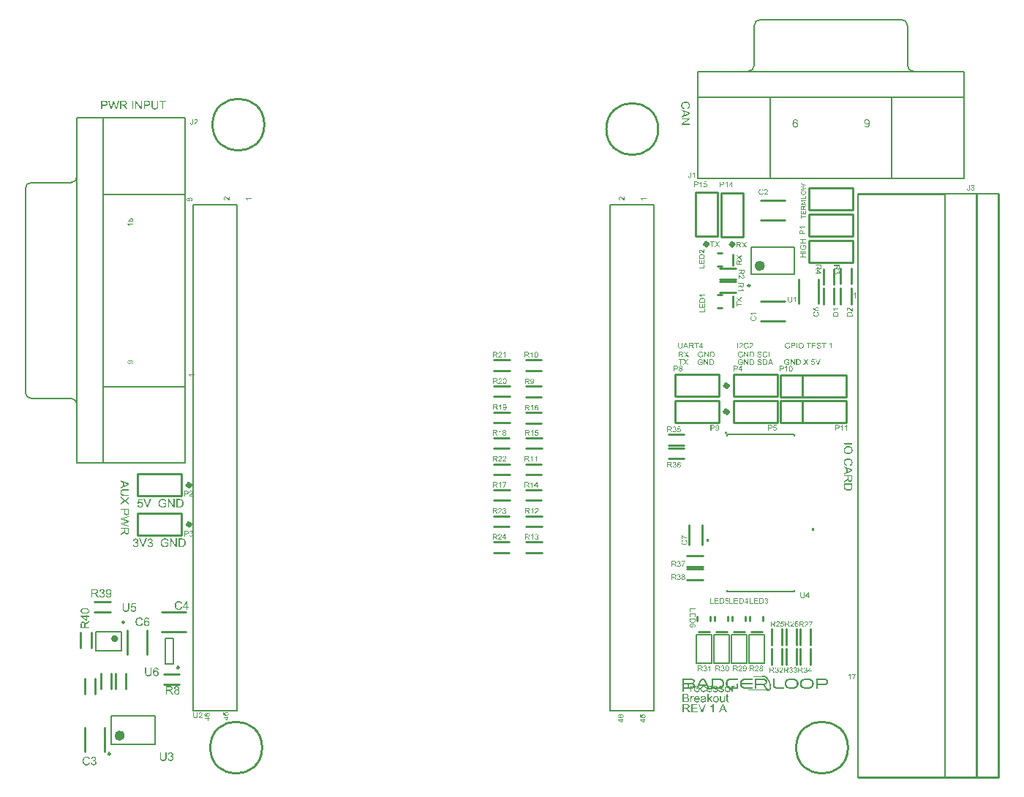
<source format=gto>
G04*
G04 #@! TF.GenerationSoftware,Altium Limited,Altium Designer,18.1.9 (240)*
G04*
G04 Layer_Color=65535*
%FSLAX25Y25*%
%MOIN*%
G70*
G01*
G75*
%ADD10C,0.01000*%
%ADD11C,0.00984*%
%ADD12C,0.01575*%
%ADD13C,0.02362*%
%ADD14C,0.01968*%
%ADD15C,0.00787*%
%ADD16C,0.00600*%
%ADD17C,0.00800*%
G36*
X423000Y421750D02*
X422000D01*
Y423250D01*
X423000D01*
Y421750D01*
D02*
G37*
G36*
X375000Y416750D02*
X374000D01*
Y418250D01*
X375000D01*
Y416750D01*
D02*
G37*
G36*
X372529Y354401D02*
X372681D01*
Y354350D01*
X372834D01*
Y354299D01*
X372885D01*
Y354248D01*
X372987D01*
Y354197D01*
X373038D01*
Y354146D01*
X373089D01*
Y354095D01*
X373140D01*
Y354044D01*
X373190D01*
Y353993D01*
X373241D01*
Y353942D01*
X373292D01*
Y353891D01*
Y353840D01*
X373343D01*
Y353789D01*
X373394D01*
Y353738D01*
Y353688D01*
X373445D01*
Y353637D01*
Y353586D01*
X373496D01*
Y353535D01*
Y353484D01*
X373547D01*
Y353433D01*
Y353382D01*
X373598D01*
Y353331D01*
Y353280D01*
X373649D01*
Y353229D01*
Y353178D01*
X373700D01*
Y353127D01*
Y353076D01*
X373751D01*
Y353026D01*
Y352975D01*
X373802D01*
Y352924D01*
Y352873D01*
X373853D01*
Y352822D01*
Y352771D01*
X373904D01*
Y352720D01*
Y352669D01*
X373955D01*
Y352618D01*
Y352567D01*
X374005D01*
Y352516D01*
Y352465D01*
X374056D01*
Y352414D01*
Y352363D01*
X374107D01*
Y352312D01*
Y352261D01*
X374158D01*
Y352211D01*
Y352160D01*
X374209D01*
Y352109D01*
Y352058D01*
X374260D01*
Y352007D01*
Y351956D01*
X374311D01*
Y351905D01*
Y351854D01*
X374362D01*
Y351803D01*
Y351752D01*
X374413D01*
Y351701D01*
Y351650D01*
X374464D01*
Y351599D01*
Y351549D01*
X374515D01*
Y351498D01*
Y351447D01*
X374566D01*
Y351396D01*
Y351345D01*
X374617D01*
Y351294D01*
Y351243D01*
X374668D01*
Y351192D01*
Y351141D01*
X374718D01*
Y351139D01*
X374727Y351142D01*
X374816Y351170D01*
X374910Y351187D01*
X375010Y351198D01*
X375116Y351203D01*
X375171D01*
X375210Y351198D01*
X375254Y351192D01*
X375310Y351181D01*
X375371Y351170D01*
X375443Y351153D01*
X375510Y351137D01*
X375587Y351109D01*
X375659Y351081D01*
X375737Y351042D01*
X375815Y350998D01*
X375893Y350948D01*
X375965Y350887D01*
X376031Y350820D01*
X376037Y350815D01*
X376048Y350804D01*
X376065Y350781D01*
X376087Y350748D01*
X376094Y350739D01*
Y350784D01*
Y350835D01*
Y350886D01*
Y350937D01*
Y350988D01*
Y351039D01*
Y351090D01*
Y351141D01*
Y351192D01*
Y351243D01*
Y351294D01*
Y351345D01*
Y351396D01*
Y351447D01*
Y351498D01*
Y351549D01*
Y351599D01*
Y351650D01*
Y351701D01*
Y351752D01*
Y351803D01*
Y351854D01*
Y351905D01*
Y351956D01*
Y352007D01*
Y352058D01*
Y352109D01*
Y352160D01*
Y352211D01*
Y352261D01*
Y352312D01*
Y352363D01*
Y352414D01*
Y352465D01*
Y352516D01*
Y352567D01*
Y352618D01*
Y352669D01*
Y352720D01*
Y352771D01*
Y352822D01*
Y352873D01*
Y352924D01*
Y352975D01*
Y353026D01*
Y353076D01*
Y353127D01*
Y353178D01*
Y353229D01*
Y353280D01*
Y353331D01*
Y353382D01*
Y353433D01*
Y353484D01*
Y353535D01*
Y353586D01*
Y353637D01*
Y353688D01*
Y353738D01*
Y353789D01*
Y353840D01*
Y353891D01*
Y353942D01*
Y353993D01*
Y354044D01*
Y354095D01*
Y354146D01*
Y354197D01*
Y354248D01*
Y354299D01*
Y354350D01*
Y354401D01*
X380270D01*
Y354350D01*
X380524D01*
Y354299D01*
X380728D01*
Y354248D01*
X380830D01*
Y354197D01*
X380983D01*
Y354146D01*
X381034D01*
Y354095D01*
X381136D01*
Y354044D01*
X381187D01*
Y353993D01*
X381288D01*
Y353942D01*
X381339D01*
Y353891D01*
X381390D01*
Y353840D01*
X381441D01*
Y353789D01*
X381492D01*
Y353738D01*
Y353688D01*
X381543D01*
Y353637D01*
X381594D01*
Y353586D01*
Y353535D01*
X381645D01*
Y353484D01*
Y353433D01*
X381696D01*
Y353382D01*
Y353331D01*
Y353280D01*
X381747D01*
Y353229D01*
Y353178D01*
Y353127D01*
X381798D01*
Y353076D01*
Y353026D01*
Y352975D01*
Y352924D01*
X381849D01*
Y352873D01*
Y352822D01*
Y352771D01*
Y352720D01*
Y352669D01*
Y352618D01*
Y352567D01*
Y352516D01*
Y352465D01*
X381899D01*
Y352414D01*
Y352363D01*
Y352312D01*
Y352261D01*
Y352211D01*
Y352160D01*
Y352109D01*
Y352058D01*
Y352007D01*
Y351956D01*
Y351905D01*
Y351854D01*
X381849D01*
Y351803D01*
Y351752D01*
Y351701D01*
Y351650D01*
Y351599D01*
Y351549D01*
Y351498D01*
Y351447D01*
Y351396D01*
X381798D01*
Y351345D01*
Y351294D01*
Y351243D01*
Y351192D01*
X381747D01*
Y351141D01*
Y351090D01*
Y351039D01*
X381696D01*
Y350988D01*
Y350937D01*
Y350886D01*
X381645D01*
Y350835D01*
Y350784D01*
X381594D01*
Y350734D01*
Y350683D01*
X381593D01*
X381598Y350671D01*
X381626Y350598D01*
X381648Y350515D01*
X381670Y350421D01*
X381288Y350370D01*
Y350326D01*
X381187D01*
Y350275D01*
X381136D01*
Y350224D01*
X381085D01*
Y350173D01*
X380983D01*
Y350122D01*
X380881D01*
Y350072D01*
X380728D01*
Y350023D01*
X380732Y350021D01*
X380771Y350010D01*
X380821Y349999D01*
X380926Y349966D01*
X381043Y349932D01*
X381160Y349893D01*
X381265Y349855D01*
X381310Y349838D01*
X381348Y349821D01*
X381359Y349816D01*
X381382Y349805D01*
X381415Y349788D01*
X381465Y349760D01*
X381515Y349727D01*
X381565Y349683D01*
X381615Y349633D01*
X381659Y349577D01*
X381665Y349572D01*
X381676Y349549D01*
X381698Y349516D01*
X381720Y349466D01*
X381737Y349405D01*
X381759Y349339D01*
X381770Y349261D01*
X381776Y349172D01*
Y349161D01*
Y349133D01*
X381770Y349089D01*
X381759Y349028D01*
X381742Y348961D01*
X381715Y348889D01*
X381681Y348806D01*
X381637Y348728D01*
X381631Y348717D01*
X381609Y348695D01*
X381581Y348656D01*
X381537Y348611D01*
X381476Y348562D01*
X381409Y348506D01*
X381332Y348456D01*
X381237Y348406D01*
X381232D01*
X381226Y348401D01*
X381193Y348390D01*
X381137Y348373D01*
X381065Y348351D01*
X380977Y348328D01*
X380876Y348312D01*
X380771Y348301D01*
X380649Y348295D01*
X380599D01*
X380560Y348301D01*
X380516D01*
X380460Y348306D01*
X380405Y348312D01*
X380344Y348323D01*
X380211Y348351D01*
X380072Y348390D01*
X379939Y348445D01*
X379878Y348478D01*
X379822Y348517D01*
X379817Y348523D01*
X379811Y348528D01*
X379778Y348562D01*
X379728Y348611D01*
X379672Y348689D01*
X379611Y348783D01*
X379550Y348895D01*
X379500Y349033D01*
X379461Y349189D01*
X379927Y349261D01*
Y349255D01*
Y349250D01*
X379939Y349216D01*
X379950Y349161D01*
X379972Y349100D01*
X380000Y349033D01*
X380033Y348961D01*
X380083Y348889D01*
X380144Y348828D01*
X380155Y348822D01*
X380177Y348806D01*
X380222Y348783D01*
X380277Y348756D01*
X380349Y348728D01*
X380433Y348706D01*
X380533Y348689D01*
X380649Y348684D01*
X380704D01*
X380760Y348689D01*
X380832Y348700D01*
X380910Y348717D01*
X380993Y348739D01*
X381065Y348767D01*
X381132Y348811D01*
X381137Y348817D01*
X381160Y348833D01*
X381182Y348861D01*
X381215Y348900D01*
X381243Y348944D01*
X381271Y349000D01*
X381287Y349056D01*
X381293Y349122D01*
Y349128D01*
Y349150D01*
X381287Y349178D01*
X381276Y349216D01*
X381259Y349255D01*
X381232Y349294D01*
X381199Y349339D01*
X381149Y349372D01*
X381143Y349377D01*
X381126Y349383D01*
X381099Y349400D01*
X381054Y349416D01*
X380988Y349438D01*
X380949Y349455D01*
X380904Y349466D01*
X380854Y349483D01*
X380799Y349500D01*
X380738Y349516D01*
X380666Y349533D01*
X380660D01*
X380643Y349538D01*
X380616Y349544D01*
X380582Y349555D01*
X380538Y349566D01*
X380488Y349583D01*
X380383Y349610D01*
X380260Y349649D01*
X380144Y349683D01*
X380033Y349722D01*
X379983Y349744D01*
X379944Y349760D01*
X379933Y349766D01*
X379911Y349777D01*
X379878Y349799D01*
X379833Y349827D01*
X379783Y349866D01*
X379733Y349910D01*
X379725Y349919D01*
X378398D01*
X378473Y349893D01*
X378579Y349855D01*
X378623Y349838D01*
X378662Y349821D01*
X378673Y349816D01*
X378695Y349805D01*
X378729Y349788D01*
X378779Y349760D01*
X378829Y349727D01*
X378878Y349683D01*
X378928Y349633D01*
X378973Y349577D01*
X378978Y349572D01*
X378990Y349549D01*
X379012Y349516D01*
X379034Y349466D01*
X379051Y349405D01*
X379073Y349339D01*
X379084Y349261D01*
X379089Y349172D01*
Y349161D01*
Y349133D01*
X379084Y349089D01*
X379073Y349028D01*
X379056Y348961D01*
X379028Y348889D01*
X378995Y348806D01*
X378951Y348728D01*
X378945Y348717D01*
X378923Y348695D01*
X378895Y348656D01*
X378851Y348611D01*
X378790Y348562D01*
X378723Y348506D01*
X378645Y348456D01*
X378551Y348406D01*
X378546D01*
X378540Y348401D01*
X378507Y348390D01*
X378451Y348373D01*
X378379Y348351D01*
X378290Y348328D01*
X378190Y348312D01*
X378085Y348301D01*
X377963Y348295D01*
X377913D01*
X377874Y348301D01*
X377830D01*
X377774Y348306D01*
X377719Y348312D01*
X377658Y348323D01*
X377524Y348351D01*
X377386Y348390D01*
X377252Y348445D01*
X377191Y348478D01*
X377136Y348517D01*
X377130Y348523D01*
X377125Y348528D01*
X377091Y348562D01*
X377042Y348611D01*
X376986Y348689D01*
X376925Y348783D01*
X376864Y348895D01*
X376814Y349033D01*
X376775Y349189D01*
X377241Y349261D01*
Y349255D01*
Y349250D01*
X377252Y349216D01*
X377263Y349161D01*
X377286Y349100D01*
X377313Y349033D01*
X377347Y348961D01*
X377397Y348889D01*
X377458Y348828D01*
X377469Y348822D01*
X377491Y348806D01*
X377535Y348783D01*
X377591Y348756D01*
X377663Y348728D01*
X377746Y348706D01*
X377846Y348689D01*
X377963Y348684D01*
X378018D01*
X378074Y348689D01*
X378146Y348700D01*
X378224Y348717D01*
X378307Y348739D01*
X378379Y348767D01*
X378446Y348811D01*
X378451Y348817D01*
X378473Y348833D01*
X378496Y348861D01*
X378529Y348900D01*
X378557Y348944D01*
X378584Y349000D01*
X378601Y349056D01*
X378607Y349122D01*
Y349128D01*
Y349150D01*
X378601Y349178D01*
X378590Y349216D01*
X378573Y349255D01*
X378546Y349294D01*
X378512Y349339D01*
X378462Y349372D01*
X378457Y349377D01*
X378440Y349383D01*
X378412Y349400D01*
X378368Y349416D01*
X378301Y349438D01*
X378262Y349455D01*
X378218Y349466D01*
X378168Y349483D01*
X378113Y349500D01*
X378052Y349516D01*
X377979Y349533D01*
X377974D01*
X377957Y349538D01*
X377929Y349544D01*
X377896Y349555D01*
X377852Y349566D01*
X377802Y349583D01*
X377696Y349610D01*
X377574Y349649D01*
X377458Y349683D01*
X377347Y349722D01*
X377297Y349744D01*
X377258Y349760D01*
X377247Y349766D01*
X377225Y349777D01*
X377191Y349799D01*
X377147Y349827D01*
X377097Y349866D01*
X377047Y349910D01*
X377039Y349919D01*
X376377D01*
X376381Y349877D01*
X376387Y349749D01*
Y349744D01*
Y349722D01*
Y349683D01*
X376381Y349627D01*
X374300D01*
Y349622D01*
Y349605D01*
X374305Y349583D01*
Y349549D01*
X374311Y349511D01*
X374322Y349466D01*
X374339Y349366D01*
X374372Y349255D01*
X374416Y349133D01*
X374477Y349022D01*
X374555Y348922D01*
X374561D01*
X374566Y348911D01*
X374600Y348883D01*
X374649Y348845D01*
X374716Y348806D01*
X374805Y348761D01*
X374905Y348723D01*
X375016Y348695D01*
X375077Y348689D01*
X375143Y348684D01*
X375188D01*
X375238Y348689D01*
X375299Y348700D01*
X375365Y348717D01*
X375443Y348739D01*
X375515Y348772D01*
X375587Y348817D01*
X375593Y348822D01*
X375621Y348845D01*
X375654Y348878D01*
X375693Y348922D01*
X375737Y348983D01*
X375787Y349061D01*
X375837Y349150D01*
X375882Y349255D01*
X376370Y349194D01*
Y349189D01*
X376364Y349178D01*
X376359Y349155D01*
X376348Y349122D01*
X376331Y349089D01*
X376314Y349044D01*
X376270Y348950D01*
X376215Y348845D01*
X376137Y348734D01*
X376048Y348628D01*
X375937Y348528D01*
X375932D01*
X375920Y348517D01*
X375904Y348506D01*
X375882Y348489D01*
X375848Y348473D01*
X375815Y348456D01*
X375771Y348434D01*
X375721Y348412D01*
X375665Y348390D01*
X375610Y348367D01*
X375471Y348334D01*
X375315Y348306D01*
X375143Y348295D01*
X375082D01*
X375044Y348301D01*
X374994Y348306D01*
X374933Y348317D01*
X374866Y348328D01*
X374794Y348340D01*
X374638Y348384D01*
X374555Y348417D01*
X374477Y348450D01*
X374394Y348495D01*
X374316Y348545D01*
X374244Y348600D01*
X374172Y348667D01*
X374167Y348673D01*
X374155Y348684D01*
X374139Y348706D01*
X374117Y348739D01*
X374089Y348778D01*
X374061Y348822D01*
X374028Y348878D01*
X373994Y348939D01*
X373961Y349011D01*
X373928Y349089D01*
X373900Y349178D01*
X373872Y349272D01*
X373850Y349372D01*
X373834Y349483D01*
X373822Y349599D01*
X373817Y349722D01*
Y349727D01*
Y349755D01*
Y349788D01*
X373822Y349838D01*
X373828Y349899D01*
X373834Y349966D01*
X373845Y350043D01*
X373861Y350121D01*
X373906Y350299D01*
X373934Y350388D01*
X373967Y350482D01*
X374011Y350571D01*
X374061Y350654D01*
X374107Y350723D01*
Y350734D01*
Y350784D01*
X374056D01*
Y350835D01*
Y350886D01*
X374005D01*
Y350937D01*
Y350988D01*
X373955D01*
Y351039D01*
Y351090D01*
X373904D01*
Y351141D01*
X372814D01*
X372918Y351103D01*
X373040Y351048D01*
X373156Y350970D01*
X373162D01*
X373168Y350959D01*
X373201Y350926D01*
X373251Y350876D01*
X373312Y350804D01*
X373373Y350715D01*
X373434Y350604D01*
X373489Y350476D01*
X373528Y350326D01*
X373068Y350254D01*
Y350260D01*
X373062Y350265D01*
X373057Y350299D01*
X373040Y350349D01*
X373012Y350410D01*
X372985Y350476D01*
X372940Y350548D01*
X372890Y350615D01*
X372835Y350671D01*
X372829Y350676D01*
X372807Y350693D01*
X372768Y350715D01*
X372724Y350743D01*
X372663Y350770D01*
X372596Y350793D01*
X372518Y350809D01*
X372435Y350815D01*
X372402D01*
X372374Y350809D01*
X372313Y350804D01*
X372230Y350781D01*
X372141Y350754D01*
X372041Y350709D01*
X371947Y350643D01*
X371902Y350604D01*
X371858Y350559D01*
Y350554D01*
X371847Y350548D01*
X371836Y350532D01*
X371825Y350510D01*
X371808Y350482D01*
X371786Y350448D01*
X371769Y350410D01*
X371747Y350365D01*
X371725Y350310D01*
X371708Y350249D01*
X371686Y350182D01*
X371669Y350110D01*
X371658Y350032D01*
X371647Y349943D01*
X371636Y349849D01*
Y349749D01*
Y349744D01*
Y349727D01*
Y349694D01*
X371641Y349660D01*
Y349610D01*
X371647Y349560D01*
X371663Y349438D01*
X371686Y349305D01*
X371725Y349166D01*
X371775Y349044D01*
X371808Y348983D01*
X371847Y348933D01*
X371858Y348922D01*
X371886Y348895D01*
X371936Y348856D01*
X371996Y348811D01*
X372080Y348761D01*
X372174Y348723D01*
X372285Y348695D01*
X372346Y348689D01*
X372407Y348684D01*
X372418D01*
X372452Y348689D01*
X372507Y348695D01*
X372568Y348706D01*
X372640Y348723D01*
X372718Y348756D01*
X372796Y348795D01*
X372868Y348850D01*
X372879Y348856D01*
X372896Y348883D01*
X372929Y348922D01*
X372968Y348983D01*
X373007Y349056D01*
X373051Y349144D01*
X373084Y349255D01*
X373107Y349377D01*
X373573Y349316D01*
Y349311D01*
X373567Y349294D01*
X373562Y349272D01*
X373556Y349239D01*
X373545Y349194D01*
X373534Y349150D01*
X373495Y349039D01*
X373445Y348922D01*
X373373Y348795D01*
X373284Y348673D01*
X373234Y348617D01*
X373179Y348562D01*
X373173Y348556D01*
X373162Y348550D01*
X373145Y348539D01*
X373123Y348523D01*
X373095Y348500D01*
X373057Y348478D01*
X373012Y348456D01*
X372968Y348428D01*
X372857Y348378D01*
X372724Y348340D01*
X372579Y348306D01*
X372496Y348301D01*
X372413Y348295D01*
X372357D01*
X372318Y348301D01*
X372269Y348306D01*
X372213Y348317D01*
X372152Y348328D01*
X372085Y348340D01*
X371936Y348384D01*
X371863Y348417D01*
X371786Y348450D01*
X371708Y348495D01*
X371636Y348545D01*
X371564Y348600D01*
X371497Y348667D01*
X371492Y348673D01*
X371480Y348684D01*
X371464Y348706D01*
X371442Y348734D01*
X371419Y348772D01*
X371386Y348822D01*
X371358Y348878D01*
X371325Y348939D01*
X371292Y349011D01*
X371264Y349094D01*
X371231Y349178D01*
X371208Y349277D01*
X371186Y349377D01*
X371170Y349494D01*
X371159Y349610D01*
X371153Y349738D01*
Y349744D01*
Y349760D01*
Y349782D01*
Y349816D01*
X371159Y349855D01*
Y349899D01*
X371164Y349949D01*
X371170Y350005D01*
X371186Y350127D01*
X371214Y350260D01*
X371247Y350393D01*
X371297Y350526D01*
Y350532D01*
X371303Y350543D01*
X371314Y350559D01*
X371325Y350582D01*
X371358Y350643D01*
X371408Y350715D01*
X371475Y350798D01*
X371553Y350881D01*
X371647Y350965D01*
X371752Y351031D01*
X371758D01*
X371769Y351037D01*
X371786Y351048D01*
X371808Y351059D01*
X371836Y351070D01*
X371869Y351087D01*
X371952Y351120D01*
X372024Y351141D01*
X370389D01*
Y351090D01*
Y351039D01*
X370339D01*
Y350988D01*
Y350937D01*
X370288D01*
Y350901D01*
X370298Y350892D01*
X370370Y350826D01*
X370376Y350820D01*
X370387Y350809D01*
X370404Y350787D01*
X370426Y350759D01*
X370454Y350721D01*
X370487Y350671D01*
X370520Y350615D01*
X370553Y350554D01*
X370587Y350487D01*
X370620Y350404D01*
X370654Y350321D01*
X370681Y350226D01*
X370703Y350127D01*
X370720Y350021D01*
X370731Y349910D01*
X370737Y349788D01*
Y349782D01*
Y349766D01*
Y349738D01*
Y349699D01*
X370731Y349655D01*
X370726Y349599D01*
Y349544D01*
X370714Y349483D01*
X370698Y349344D01*
X370665Y349205D01*
X370626Y349067D01*
X370570Y348939D01*
Y348933D01*
X370565Y348928D01*
X370553Y348911D01*
X370543Y348889D01*
X370504Y348833D01*
X370454Y348767D01*
X370387Y348689D01*
X370304Y348611D01*
X370210Y348534D01*
X370098Y348462D01*
X370093D01*
X370087Y348456D01*
X370071Y348445D01*
X370043Y348434D01*
X370015Y348423D01*
X369982Y348412D01*
X369899Y348378D01*
X369804Y348351D01*
X369688Y348323D01*
X369566Y348301D01*
X369432Y348295D01*
X369377D01*
X369333Y348301D01*
X369283Y348306D01*
X369227Y348317D01*
X369161Y348328D01*
X369094Y348340D01*
X368944Y348384D01*
X368861Y348417D01*
X368783Y348450D01*
X368705Y348495D01*
X368628Y348545D01*
X368555Y348600D01*
X368483Y348667D01*
X368478Y348673D01*
X368467Y348684D01*
X368450Y348706D01*
X368428Y348739D01*
X368400Y348778D01*
X368372Y348822D01*
X368339Y348878D01*
X368306Y348944D01*
X368272Y349017D01*
X368239Y349100D01*
X368212Y349189D01*
X368184Y349283D01*
X368162Y349389D01*
X368145Y349500D01*
X368134Y349622D01*
X368128Y349749D01*
Y349760D01*
Y349782D01*
X368134Y349821D01*
Y349877D01*
X368139Y349938D01*
X368150Y350016D01*
X368162Y350093D01*
X368184Y350182D01*
X368194Y350224D01*
X368148D01*
Y350173D01*
X368047D01*
Y350122D01*
X367945D01*
Y350072D01*
X367843D01*
Y350021D01*
X367690D01*
Y349970D01*
X367436D01*
Y349919D01*
X366990D01*
X366985Y349810D01*
Y348356D01*
X366513D01*
Y349919D01*
X364571D01*
X364493Y349916D01*
X363511D01*
Y348356D01*
X363000D01*
Y352197D01*
X363005D01*
Y352211D01*
Y352261D01*
Y352312D01*
Y352363D01*
Y352414D01*
Y352465D01*
Y352516D01*
Y352567D01*
Y352618D01*
Y352669D01*
Y352720D01*
Y352771D01*
Y352822D01*
Y352873D01*
Y352924D01*
Y352975D01*
Y353026D01*
Y353076D01*
Y353127D01*
Y353178D01*
Y353229D01*
Y353280D01*
Y353331D01*
Y353382D01*
Y353433D01*
Y353484D01*
Y353535D01*
Y353586D01*
Y353637D01*
Y353688D01*
Y353738D01*
Y353789D01*
Y353840D01*
Y353891D01*
Y353942D01*
Y353993D01*
Y354044D01*
Y354095D01*
Y354146D01*
Y354197D01*
Y354248D01*
Y354299D01*
Y354350D01*
Y354401D01*
X367334D01*
Y354350D01*
X367588D01*
Y354299D01*
X367741D01*
Y354248D01*
X367894D01*
Y354197D01*
X367996D01*
Y354146D01*
X368047D01*
Y354095D01*
X368148D01*
Y354044D01*
X368199D01*
Y353993D01*
X368250D01*
Y353942D01*
X368301D01*
Y353891D01*
Y353840D01*
X368352D01*
Y353789D01*
Y353738D01*
X368403D01*
Y353688D01*
Y353637D01*
X368454D01*
Y353586D01*
Y353535D01*
Y353484D01*
Y353433D01*
X368505D01*
Y353382D01*
Y353331D01*
Y353280D01*
Y353229D01*
Y353178D01*
Y353127D01*
Y353076D01*
Y353026D01*
X368454D01*
Y352975D01*
Y352924D01*
Y352873D01*
Y352822D01*
X368403D01*
Y352771D01*
Y352720D01*
X368352D01*
Y352669D01*
Y352618D01*
X368301D01*
Y352567D01*
X368250D01*
Y352516D01*
X368199D01*
Y352465D01*
X368148D01*
Y352414D01*
X368098D01*
Y352363D01*
X367996D01*
Y352312D01*
X367945D01*
Y352261D01*
X367792D01*
Y352211D01*
Y352160D01*
X367945D01*
Y352109D01*
X368047D01*
Y352058D01*
X368148D01*
Y352007D01*
X368199D01*
Y351956D01*
X368301D01*
Y351905D01*
X368352D01*
Y351854D01*
X368403D01*
Y351803D01*
Y351752D01*
X368454D01*
Y351701D01*
X368505D01*
Y351650D01*
Y351599D01*
X368556D01*
Y351549D01*
Y351498D01*
Y351447D01*
X368607D01*
Y351396D01*
Y351345D01*
Y351294D01*
Y351243D01*
Y351192D01*
Y351141D01*
Y351090D01*
Y351039D01*
Y350988D01*
Y350937D01*
Y350930D01*
X368622Y350942D01*
X368655Y350965D01*
X368700Y350992D01*
X368744Y351020D01*
X368800Y351048D01*
X368861Y351076D01*
X368927Y351103D01*
X369077Y351153D01*
X369249Y351192D01*
X369338Y351198D01*
X369432Y351203D01*
X369488D01*
X369527Y351198D01*
X369577Y351192D01*
X369625Y351183D01*
Y351192D01*
X369676D01*
Y351243D01*
Y351294D01*
X369727D01*
Y351345D01*
Y351396D01*
X369778D01*
Y351447D01*
Y351498D01*
X369829D01*
Y351549D01*
Y351599D01*
X369880D01*
Y351650D01*
Y351701D01*
X369931D01*
Y351752D01*
Y351803D01*
X369982D01*
Y351854D01*
Y351905D01*
X370033D01*
Y351956D01*
Y352007D01*
X370084D01*
Y352058D01*
Y352109D01*
X370135D01*
Y352160D01*
Y352211D01*
X370186D01*
Y352261D01*
Y352312D01*
X370237D01*
Y352363D01*
Y352414D01*
X370288D01*
Y352465D01*
Y352516D01*
X370339D01*
Y352567D01*
Y352618D01*
X370389D01*
Y352669D01*
Y352720D01*
X370440D01*
Y352771D01*
Y352822D01*
X370491D01*
Y352873D01*
Y352924D01*
X370542D01*
Y352975D01*
Y353026D01*
X370593D01*
Y353076D01*
Y353127D01*
X370644D01*
Y353178D01*
Y353229D01*
X370695D01*
Y353280D01*
Y353331D01*
X370746D01*
Y353382D01*
Y353433D01*
X370797D01*
Y353484D01*
Y353535D01*
X370848D01*
Y353586D01*
Y353637D01*
X370899D01*
Y353688D01*
Y353738D01*
X370950D01*
Y353789D01*
X371001D01*
Y353840D01*
Y353891D01*
X371052D01*
Y353942D01*
X371102D01*
Y353993D01*
X371153D01*
Y354044D01*
Y354095D01*
X371204D01*
Y354146D01*
X371255D01*
Y354197D01*
X371357D01*
Y354248D01*
X371408D01*
Y354299D01*
X371510D01*
Y354350D01*
X371612D01*
Y354401D01*
X371764D01*
Y354451D01*
X372529D01*
Y354401D01*
D02*
G37*
G36*
X427940Y354350D02*
X428194D01*
Y354299D01*
X428347D01*
Y354248D01*
X428500D01*
Y354197D01*
X428551D01*
Y354146D01*
X428653D01*
Y354095D01*
X428704D01*
Y354044D01*
X428806D01*
Y353993D01*
X428857D01*
Y353942D01*
X428907D01*
Y353891D01*
X428958D01*
Y353840D01*
Y353789D01*
X429009D01*
Y353738D01*
X429060D01*
Y353688D01*
Y353637D01*
X429111D01*
Y353586D01*
Y353535D01*
X429162D01*
Y353484D01*
Y353433D01*
X429213D01*
Y353382D01*
Y353331D01*
Y353280D01*
Y353229D01*
Y353178D01*
X429264D01*
Y353127D01*
Y353076D01*
Y353026D01*
Y352975D01*
Y352924D01*
Y352873D01*
Y352822D01*
Y352771D01*
Y352720D01*
X429213D01*
Y352669D01*
Y352618D01*
Y352567D01*
Y352516D01*
Y352465D01*
X429162D01*
Y352414D01*
Y352363D01*
Y352312D01*
X429111D01*
Y352261D01*
Y352211D01*
X429060D01*
Y352160D01*
X429009D01*
Y352109D01*
Y352058D01*
X428958D01*
Y352007D01*
X428907D01*
Y351956D01*
X428857D01*
Y351905D01*
X428806D01*
Y351854D01*
X428755D01*
Y351803D01*
X428704D01*
Y351752D01*
X428602D01*
Y351701D01*
X428500D01*
Y351650D01*
X428398D01*
Y351599D01*
X428296D01*
Y351549D01*
X428093D01*
Y351498D01*
X427685D01*
Y351447D01*
X424426D01*
Y351396D01*
Y351345D01*
Y351294D01*
Y351243D01*
Y351192D01*
Y351141D01*
Y351090D01*
Y351039D01*
Y350988D01*
Y350937D01*
Y350886D01*
Y350835D01*
Y350784D01*
Y350734D01*
Y350683D01*
Y350632D01*
Y350581D01*
Y350530D01*
Y350479D01*
Y350428D01*
Y350377D01*
Y350326D01*
Y350275D01*
Y350224D01*
Y350173D01*
Y350122D01*
Y350072D01*
Y350021D01*
Y349970D01*
Y349919D01*
X423713D01*
Y349970D01*
Y350021D01*
Y350072D01*
Y350122D01*
Y350173D01*
Y350224D01*
Y350275D01*
Y350326D01*
Y350377D01*
Y350428D01*
Y350479D01*
Y350530D01*
Y350581D01*
Y350632D01*
Y350683D01*
Y350734D01*
Y350784D01*
Y350835D01*
Y350886D01*
Y350937D01*
Y350988D01*
Y351039D01*
Y351090D01*
Y351141D01*
Y351192D01*
Y351243D01*
Y351294D01*
Y351345D01*
Y351396D01*
Y351447D01*
Y351498D01*
Y351549D01*
Y351599D01*
Y351650D01*
Y351701D01*
Y351752D01*
Y351803D01*
Y351854D01*
Y351905D01*
Y351956D01*
Y352007D01*
Y352058D01*
Y352109D01*
Y352160D01*
Y352211D01*
Y352261D01*
Y352312D01*
Y352363D01*
Y352414D01*
Y352465D01*
Y352516D01*
Y352567D01*
Y352618D01*
Y352669D01*
Y352720D01*
Y352771D01*
Y352822D01*
Y352873D01*
Y352924D01*
Y352975D01*
Y353026D01*
Y353076D01*
Y353127D01*
Y353178D01*
Y353229D01*
Y353280D01*
Y353331D01*
Y353382D01*
Y353433D01*
Y353484D01*
Y353535D01*
Y353586D01*
Y353637D01*
Y353688D01*
Y353738D01*
Y353789D01*
Y353840D01*
Y353891D01*
Y353942D01*
Y353993D01*
Y354044D01*
Y354095D01*
Y354146D01*
Y354197D01*
Y354248D01*
Y354299D01*
Y354350D01*
Y354401D01*
X427940D01*
Y354350D01*
D02*
G37*
G36*
X404767D02*
Y354299D01*
Y354248D01*
Y354197D01*
Y354146D01*
Y354095D01*
Y354044D01*
Y353993D01*
Y353942D01*
Y353891D01*
Y353840D01*
Y353789D01*
Y353738D01*
Y353688D01*
Y353637D01*
Y353586D01*
Y353535D01*
Y353484D01*
Y353433D01*
Y353382D01*
Y353331D01*
Y353280D01*
Y353229D01*
Y353178D01*
Y353127D01*
Y353076D01*
Y353026D01*
Y352975D01*
Y352924D01*
Y352873D01*
Y352822D01*
Y352771D01*
Y352720D01*
Y352669D01*
Y352618D01*
Y352567D01*
Y352516D01*
Y352465D01*
Y352414D01*
Y352363D01*
Y352312D01*
Y352261D01*
Y352211D01*
Y352160D01*
Y352109D01*
Y352058D01*
Y352007D01*
Y351956D01*
Y351905D01*
Y351854D01*
Y351803D01*
Y351752D01*
Y351701D01*
Y351650D01*
Y351599D01*
Y351549D01*
Y351498D01*
Y351447D01*
Y351396D01*
X404818D01*
Y351345D01*
Y351294D01*
Y351243D01*
Y351192D01*
X404869D01*
Y351141D01*
Y351090D01*
X404920D01*
Y351039D01*
Y350988D01*
X404971D01*
Y350937D01*
X405021D01*
Y350886D01*
X405072D01*
Y350835D01*
X405174D01*
Y350784D01*
X405276D01*
Y350734D01*
X405429D01*
Y350683D01*
X405633D01*
Y350632D01*
X409147D01*
Y350581D01*
Y350530D01*
Y350479D01*
Y350428D01*
Y350377D01*
Y350326D01*
Y350275D01*
Y350224D01*
Y350173D01*
Y350122D01*
Y350072D01*
Y350021D01*
Y349970D01*
Y349919D01*
X405633D01*
Y349970D01*
X405276D01*
Y350021D01*
X405123D01*
Y350072D01*
X404971D01*
Y350122D01*
X404869D01*
Y350173D01*
X404767D01*
Y350224D01*
X404665D01*
Y350275D01*
X404614D01*
Y350326D01*
X404512D01*
Y350377D01*
X404461D01*
Y350428D01*
X404410D01*
Y350479D01*
Y350530D01*
X404359D01*
Y350581D01*
X404309D01*
Y350632D01*
X404257D01*
Y350683D01*
Y350734D01*
X404207D01*
Y350784D01*
Y350835D01*
X404156D01*
Y350886D01*
Y350937D01*
Y350988D01*
X404105D01*
Y351039D01*
Y351090D01*
Y351141D01*
Y351192D01*
Y351243D01*
X404054D01*
Y351294D01*
Y351345D01*
Y351396D01*
Y351447D01*
Y351498D01*
Y351549D01*
Y351599D01*
Y351650D01*
Y351701D01*
Y351752D01*
Y351803D01*
Y351854D01*
Y351905D01*
Y351956D01*
Y352007D01*
Y352058D01*
Y352109D01*
Y352160D01*
Y352211D01*
Y352261D01*
Y352312D01*
Y352363D01*
Y352414D01*
Y352465D01*
Y352516D01*
Y352567D01*
Y352618D01*
Y352669D01*
Y352720D01*
Y352771D01*
Y352822D01*
Y352873D01*
Y352924D01*
Y352975D01*
Y353026D01*
Y353076D01*
Y353127D01*
Y353178D01*
Y353229D01*
Y353280D01*
Y353331D01*
Y353382D01*
Y353433D01*
Y353484D01*
Y353535D01*
Y353586D01*
Y353637D01*
Y353688D01*
Y353738D01*
Y353789D01*
Y353840D01*
Y353891D01*
Y353942D01*
Y353993D01*
Y354044D01*
Y354095D01*
Y354146D01*
Y354197D01*
Y354248D01*
Y354299D01*
Y354350D01*
Y354401D01*
X404767D01*
Y354350D01*
D02*
G37*
G36*
X394886D02*
Y354299D01*
Y354248D01*
Y354197D01*
Y354146D01*
Y354095D01*
Y354044D01*
Y353993D01*
Y353942D01*
Y353891D01*
Y353840D01*
Y353789D01*
Y353738D01*
X391220D01*
Y353688D01*
X390812D01*
Y353637D01*
X390659D01*
Y353586D01*
X390507D01*
Y353535D01*
X390405D01*
Y353484D01*
X390354D01*
Y353433D01*
X390303D01*
Y353382D01*
X390252D01*
Y353331D01*
X390201D01*
Y353280D01*
X390150D01*
Y353229D01*
X390099D01*
Y353178D01*
Y353127D01*
X390048D01*
Y353076D01*
Y353026D01*
Y352975D01*
X389997D01*
Y352924D01*
Y352873D01*
Y352822D01*
X389946D01*
Y352771D01*
Y352720D01*
Y352669D01*
Y352618D01*
Y352567D01*
Y352516D01*
Y352465D01*
X394785D01*
Y352414D01*
Y352363D01*
Y352312D01*
Y352261D01*
Y352211D01*
Y352160D01*
Y352109D01*
Y352058D01*
Y352007D01*
Y351956D01*
Y351905D01*
Y351854D01*
X389946D01*
Y351803D01*
Y351752D01*
Y351701D01*
Y351650D01*
Y351599D01*
Y351549D01*
Y351498D01*
X389997D01*
Y351447D01*
Y351396D01*
Y351345D01*
X390048D01*
Y351294D01*
Y351243D01*
Y351192D01*
X390099D01*
Y351141D01*
Y351090D01*
X390150D01*
Y351039D01*
X390201D01*
Y350988D01*
X390252D01*
Y350937D01*
X390303D01*
Y350886D01*
X390354D01*
Y350835D01*
X390405D01*
Y350784D01*
X390507D01*
Y350734D01*
X390659D01*
Y350683D01*
X390812D01*
Y350632D01*
X394836D01*
Y350581D01*
X394886D01*
Y350530D01*
Y350479D01*
Y350428D01*
Y350377D01*
Y350326D01*
Y350275D01*
Y350224D01*
Y350173D01*
Y350122D01*
Y350072D01*
Y350021D01*
Y349970D01*
Y349919D01*
X390812D01*
Y349970D01*
X390558D01*
Y350021D01*
X390354D01*
Y350072D01*
X390201D01*
Y350122D01*
X390099D01*
Y350173D01*
X389997D01*
Y350224D01*
X389946D01*
Y350275D01*
X389844D01*
Y350326D01*
X389794D01*
Y350377D01*
X389743D01*
Y350428D01*
X389692D01*
Y350479D01*
X389641D01*
Y350530D01*
X389590D01*
Y350581D01*
Y350632D01*
X389539D01*
Y350683D01*
X389488D01*
Y350734D01*
Y350784D01*
X389437D01*
Y350835D01*
Y350886D01*
X389386D01*
Y350937D01*
Y350988D01*
X389335D01*
Y351039D01*
Y351090D01*
Y351141D01*
X389284D01*
Y351192D01*
Y351243D01*
Y351294D01*
Y351345D01*
Y351396D01*
X389233D01*
Y351447D01*
Y351498D01*
Y351549D01*
Y351599D01*
Y351650D01*
Y351701D01*
Y351752D01*
X389182D01*
Y351803D01*
Y351854D01*
Y351905D01*
Y351956D01*
Y352007D01*
Y352058D01*
Y352109D01*
Y352160D01*
Y352211D01*
Y352261D01*
Y352312D01*
Y352363D01*
Y352414D01*
Y352465D01*
Y352516D01*
Y352567D01*
X389233D01*
Y352618D01*
Y352669D01*
Y352720D01*
Y352771D01*
Y352822D01*
Y352873D01*
Y352924D01*
X389284D01*
Y352975D01*
Y353026D01*
Y353076D01*
Y353127D01*
Y353178D01*
X389335D01*
Y353229D01*
Y353280D01*
Y353331D01*
X389386D01*
Y353382D01*
Y353433D01*
X389437D01*
Y353484D01*
Y353535D01*
X389488D01*
Y353586D01*
Y353637D01*
X389539D01*
Y353688D01*
X389590D01*
Y353738D01*
Y353789D01*
X389641D01*
Y353840D01*
X389692D01*
Y353891D01*
X389743D01*
Y353942D01*
X389794D01*
Y353993D01*
X389844D01*
Y354044D01*
X389946D01*
Y354095D01*
X389997D01*
Y354146D01*
X390099D01*
Y354197D01*
X390201D01*
Y354248D01*
X390354D01*
Y354299D01*
X390558D01*
Y354350D01*
X390812D01*
Y354401D01*
X394886D01*
Y354350D01*
D02*
G37*
G36*
X420504Y354401D02*
X420861D01*
Y354350D01*
X421115D01*
Y354299D01*
X421319D01*
Y354248D01*
X421472D01*
Y354197D01*
X421574D01*
Y354146D01*
X421726D01*
Y354095D01*
X421828D01*
Y354044D01*
X421879D01*
Y353993D01*
X421981D01*
Y353942D01*
X422032D01*
Y353891D01*
X422083D01*
Y353840D01*
X422185D01*
Y353789D01*
X422236D01*
Y353738D01*
Y353688D01*
X422287D01*
Y353637D01*
X422337D01*
Y353586D01*
X422389D01*
Y353535D01*
Y353484D01*
X422439D01*
Y353433D01*
X422490D01*
Y353382D01*
Y353331D01*
X422541D01*
Y353280D01*
Y353229D01*
Y353178D01*
X422592D01*
Y353127D01*
Y353076D01*
Y353026D01*
X422643D01*
Y352975D01*
Y352924D01*
Y352873D01*
Y352822D01*
X422694D01*
Y352771D01*
Y352720D01*
Y352669D01*
Y352618D01*
Y352567D01*
Y352516D01*
Y352465D01*
X422745D01*
Y352414D01*
Y352363D01*
Y352312D01*
Y352261D01*
Y352211D01*
Y352160D01*
Y352109D01*
Y352058D01*
Y352007D01*
Y351956D01*
Y351905D01*
Y351854D01*
X422694D01*
Y351803D01*
Y351752D01*
Y351701D01*
Y351650D01*
Y351599D01*
Y351549D01*
Y351498D01*
X422643D01*
Y351447D01*
Y351396D01*
Y351345D01*
Y351294D01*
Y351243D01*
X422592D01*
Y351192D01*
Y351141D01*
X422541D01*
Y351090D01*
Y351039D01*
Y350988D01*
X422490D01*
Y350937D01*
Y350886D01*
X422439D01*
Y350835D01*
X422389D01*
Y350784D01*
Y350734D01*
X422337D01*
Y350683D01*
X422287D01*
Y350632D01*
Y350581D01*
X422236D01*
Y350530D01*
X422185D01*
Y350479D01*
X422134D01*
Y350428D01*
X422032D01*
Y350377D01*
X421981D01*
Y350326D01*
X421879D01*
Y350275D01*
X421828D01*
Y350224D01*
X421726D01*
Y350173D01*
X421625D01*
Y350122D01*
X421472D01*
Y350072D01*
X421319D01*
Y350021D01*
X421166D01*
Y349970D01*
X420912D01*
Y349919D01*
X420555D01*
Y349868D01*
X418671D01*
Y349919D01*
X418314D01*
Y349970D01*
X418059D01*
Y350021D01*
X417907D01*
Y350072D01*
X417754D01*
Y350122D01*
X417601D01*
Y350173D01*
X417499D01*
Y350224D01*
X417397D01*
Y350275D01*
X417346D01*
Y350326D01*
X417245D01*
Y350377D01*
X417194D01*
Y350428D01*
X417092D01*
Y350479D01*
X417041D01*
Y350530D01*
X416990D01*
Y350581D01*
X416939D01*
Y350632D01*
Y350683D01*
X416888D01*
Y350734D01*
X416837D01*
Y350784D01*
X416786D01*
Y350835D01*
Y350886D01*
X416735D01*
Y350937D01*
Y350988D01*
X416684D01*
Y351039D01*
Y351090D01*
X416633D01*
Y351141D01*
Y351192D01*
Y351243D01*
X416582D01*
Y351294D01*
Y351345D01*
Y351396D01*
Y351447D01*
X416532D01*
Y351498D01*
Y351549D01*
Y351599D01*
Y351650D01*
Y351701D01*
Y351752D01*
Y351803D01*
Y351854D01*
X416481D01*
Y351905D01*
Y351956D01*
Y352007D01*
Y352058D01*
Y352109D01*
Y352160D01*
Y352211D01*
Y352261D01*
Y352312D01*
Y352363D01*
Y352414D01*
Y352465D01*
X416532D01*
Y352516D01*
Y352567D01*
Y352618D01*
Y352669D01*
Y352720D01*
Y352771D01*
Y352822D01*
Y352873D01*
X416582D01*
Y352924D01*
Y352975D01*
Y353026D01*
Y353076D01*
X416633D01*
Y353127D01*
Y353178D01*
X416684D01*
Y353229D01*
Y353280D01*
Y353331D01*
X416735D01*
Y353382D01*
Y353433D01*
X416786D01*
Y353484D01*
X416837D01*
Y353535D01*
Y353586D01*
X416888D01*
Y353637D01*
X416939D01*
Y353688D01*
Y353738D01*
X416990D01*
Y353789D01*
X417041D01*
Y353840D01*
X417143D01*
Y353891D01*
X417194D01*
Y353942D01*
X417245D01*
Y353993D01*
X417346D01*
Y354044D01*
X417397D01*
Y354095D01*
X417499D01*
Y354146D01*
X417601D01*
Y354197D01*
X417754D01*
Y354248D01*
X417907D01*
Y354299D01*
X418110D01*
Y354350D01*
X418365D01*
Y354401D01*
X418721D01*
Y354451D01*
X420504D01*
Y354401D01*
D02*
G37*
G36*
X413476D02*
X413883D01*
Y354350D01*
X414138D01*
Y354299D01*
X414342D01*
Y354248D01*
X414494D01*
Y354197D01*
X414596D01*
Y354146D01*
X414749D01*
Y354095D01*
X414800D01*
Y354044D01*
X414902D01*
Y353993D01*
X415004D01*
Y353942D01*
X415055D01*
Y353891D01*
X415105D01*
Y353840D01*
X415157D01*
Y353789D01*
X415207D01*
Y353738D01*
X415258D01*
Y353688D01*
X415309D01*
Y353637D01*
X415360D01*
Y353586D01*
X415411D01*
Y353535D01*
Y353484D01*
X415462D01*
Y353433D01*
X415513D01*
Y353382D01*
Y353331D01*
X415564D01*
Y353280D01*
Y353229D01*
Y353178D01*
X415615D01*
Y353127D01*
Y353076D01*
Y353026D01*
X415666D01*
Y352975D01*
Y352924D01*
Y352873D01*
Y352822D01*
X415717D01*
Y352771D01*
Y352720D01*
Y352669D01*
Y352618D01*
Y352567D01*
Y352516D01*
Y352465D01*
Y352414D01*
Y352363D01*
X415768D01*
Y352312D01*
Y352261D01*
Y352211D01*
Y352160D01*
Y352109D01*
Y352058D01*
Y352007D01*
Y351956D01*
X415717D01*
Y351905D01*
Y351854D01*
Y351803D01*
Y351752D01*
Y351701D01*
Y351650D01*
Y351599D01*
Y351549D01*
Y351498D01*
X415666D01*
Y351447D01*
Y351396D01*
Y351345D01*
Y351294D01*
X415615D01*
Y351243D01*
Y351192D01*
Y351141D01*
X415564D01*
Y351090D01*
Y351039D01*
Y350988D01*
X415513D01*
Y350937D01*
Y350886D01*
X415462D01*
Y350835D01*
X415411D01*
Y350784D01*
Y350734D01*
X415360D01*
Y350683D01*
X415309D01*
Y350632D01*
X415258D01*
Y350581D01*
Y350530D01*
X415207D01*
Y350479D01*
X415105D01*
Y350428D01*
X415055D01*
Y350377D01*
X415004D01*
Y350326D01*
X414902D01*
Y350275D01*
X414851D01*
Y350224D01*
X414749D01*
Y350173D01*
X414647D01*
Y350122D01*
X414494D01*
Y350072D01*
X414342D01*
Y350021D01*
X414138D01*
Y349970D01*
X413934D01*
Y349919D01*
X413578D01*
Y349868D01*
X411693D01*
Y349919D01*
X411337D01*
Y349970D01*
X411082D01*
Y350021D01*
X410929D01*
Y350072D01*
X410777D01*
Y350122D01*
X410624D01*
Y350173D01*
X410522D01*
Y350224D01*
X410420D01*
Y350275D01*
X410318D01*
Y350326D01*
X410267D01*
Y350377D01*
X410216D01*
Y350428D01*
X410114D01*
Y350479D01*
X410064D01*
Y350530D01*
X410013D01*
Y350581D01*
X409962D01*
Y350632D01*
X409911D01*
Y350683D01*
Y350734D01*
X409860D01*
Y350784D01*
X409809D01*
Y350835D01*
Y350886D01*
X409758D01*
Y350937D01*
Y350988D01*
X409707D01*
Y351039D01*
Y351090D01*
X409656D01*
Y351141D01*
Y351192D01*
Y351243D01*
X409605D01*
Y351294D01*
Y351345D01*
Y351396D01*
Y351447D01*
X409554D01*
Y351498D01*
Y351549D01*
Y351599D01*
Y351650D01*
Y351701D01*
Y351752D01*
X409503D01*
Y351803D01*
Y351854D01*
Y351905D01*
Y351956D01*
Y352007D01*
Y352058D01*
Y352109D01*
Y352160D01*
Y352211D01*
Y352261D01*
Y352312D01*
Y352363D01*
Y352414D01*
Y352465D01*
Y352516D01*
Y352567D01*
X409554D01*
Y352618D01*
Y352669D01*
Y352720D01*
Y352771D01*
Y352822D01*
Y352873D01*
X409605D01*
Y352924D01*
Y352975D01*
Y353026D01*
Y353076D01*
X409656D01*
Y353127D01*
Y353178D01*
Y353229D01*
X409707D01*
Y353280D01*
Y353331D01*
X409758D01*
Y353382D01*
Y353433D01*
X409809D01*
Y353484D01*
Y353535D01*
X409860D01*
Y353586D01*
X409911D01*
Y353637D01*
X409962D01*
Y353688D01*
Y353738D01*
X410013D01*
Y353789D01*
X410064D01*
Y353840D01*
X410114D01*
Y353891D01*
X410216D01*
Y353942D01*
X410267D01*
Y353993D01*
X410369D01*
Y354044D01*
X410420D01*
Y354095D01*
X410522D01*
Y354146D01*
X410624D01*
Y354197D01*
X410777D01*
Y354248D01*
X410929D01*
Y354299D01*
X411133D01*
Y354350D01*
X411388D01*
Y354401D01*
X411744D01*
Y354451D01*
X413476D01*
Y354401D01*
D02*
G37*
G36*
X400489Y355623D02*
X400642D01*
Y355572D01*
X400743D01*
Y355521D01*
X400845D01*
Y355470D01*
X400947D01*
Y355419D01*
X400998D01*
Y355368D01*
X401100D01*
Y355317D01*
X401151D01*
Y355266D01*
X401202D01*
Y355215D01*
X401304D01*
Y355165D01*
X401355D01*
Y355114D01*
X401405D01*
Y355063D01*
X401456D01*
Y355012D01*
X401507D01*
Y354961D01*
X401558D01*
Y354910D01*
X401609D01*
Y354859D01*
X401660D01*
Y354808D01*
Y354757D01*
X401711D01*
Y354706D01*
X401762D01*
Y354655D01*
X401813D01*
Y354604D01*
X401864D01*
Y354553D01*
Y354502D01*
X401915D01*
Y354451D01*
X401966D01*
Y354401D01*
X402017D01*
Y354350D01*
Y354299D01*
X402068D01*
Y354248D01*
X402118D01*
Y354197D01*
Y354146D01*
X402169D01*
Y354095D01*
Y354044D01*
X402220D01*
Y353993D01*
X402271D01*
Y353942D01*
Y353891D01*
X402322D01*
Y353840D01*
Y353789D01*
X402373D01*
Y353738D01*
X402424D01*
Y353688D01*
Y353637D01*
X402475D01*
Y353586D01*
Y353535D01*
X402526D01*
Y353484D01*
Y353433D01*
X402577D01*
Y353382D01*
Y353331D01*
X402628D01*
Y353280D01*
Y353229D01*
Y353178D01*
X402679D01*
Y353127D01*
Y353076D01*
X402730D01*
Y353026D01*
Y352975D01*
X402781D01*
Y352924D01*
Y352873D01*
Y352822D01*
X402832D01*
Y352771D01*
Y352720D01*
X402882D01*
Y352669D01*
Y352618D01*
Y352567D01*
X402933D01*
Y352516D01*
Y352465D01*
Y352414D01*
X402984D01*
Y352363D01*
Y352312D01*
Y352261D01*
X403035D01*
Y352211D01*
Y352160D01*
Y352109D01*
X403086D01*
Y352058D01*
Y352007D01*
Y351956D01*
Y351905D01*
X403137D01*
Y351854D01*
Y351803D01*
Y351752D01*
Y351701D01*
X403188D01*
Y351650D01*
Y351599D01*
Y351549D01*
Y351498D01*
Y351447D01*
X403239D01*
Y351396D01*
Y351345D01*
Y351294D01*
Y351243D01*
Y351192D01*
Y351141D01*
Y351090D01*
X403290D01*
Y351039D01*
Y350988D01*
Y350937D01*
Y350886D01*
Y350835D01*
Y350784D01*
Y350734D01*
Y350683D01*
Y350632D01*
Y350581D01*
Y350530D01*
Y350479D01*
Y350428D01*
Y350377D01*
Y350326D01*
Y350275D01*
Y350224D01*
Y350173D01*
Y350122D01*
Y350072D01*
X403239D01*
Y350021D01*
Y349970D01*
Y349919D01*
Y349868D01*
Y349817D01*
X403188D01*
Y349766D01*
Y349715D01*
Y349664D01*
X403137D01*
Y349613D01*
Y349562D01*
Y349511D01*
X403086D01*
Y349460D01*
X403035D01*
Y349410D01*
Y349359D01*
X402984D01*
Y349308D01*
X402933D01*
Y349257D01*
Y349206D01*
X402882D01*
Y349155D01*
X402781D01*
Y349104D01*
X402730D01*
Y349053D01*
X402628D01*
Y349002D01*
X402475D01*
Y348951D01*
X401151D01*
Y349002D01*
X398706D01*
Y349053D01*
X396262D01*
Y349104D01*
X393817D01*
Y349155D01*
X392951D01*
Y349206D01*
Y349257D01*
Y349308D01*
Y349359D01*
Y349410D01*
X394123D01*
Y349460D01*
X396567D01*
Y349511D01*
X399012D01*
Y349562D01*
X400998D01*
Y349613D01*
Y349664D01*
X400947D01*
Y349715D01*
X400896D01*
Y349766D01*
X400845D01*
Y349817D01*
X400794D01*
Y349868D01*
Y349919D01*
X400743D01*
Y349970D01*
X400693D01*
Y350021D01*
X400642D01*
Y350072D01*
X400591D01*
Y350122D01*
Y350173D01*
X400540D01*
Y350224D01*
X400489D01*
Y350275D01*
Y350326D01*
X400438D01*
Y350377D01*
X400387D01*
Y350428D01*
Y350479D01*
X400336D01*
Y350530D01*
X400285D01*
Y350581D01*
Y350632D01*
X400234D01*
Y350683D01*
X400183D01*
Y350734D01*
Y350784D01*
X400132D01*
Y350835D01*
Y350886D01*
X400081D01*
Y350937D01*
Y350988D01*
X400030D01*
Y351039D01*
Y351090D01*
X399979D01*
Y351141D01*
Y351192D01*
X399928D01*
Y351243D01*
Y351294D01*
X399878D01*
Y351345D01*
Y351396D01*
X399827D01*
Y351447D01*
Y351498D01*
X396720D01*
Y351447D01*
X396669D01*
Y351396D01*
Y351345D01*
Y351294D01*
Y351243D01*
Y351192D01*
Y351141D01*
Y351090D01*
Y351039D01*
Y350988D01*
Y350937D01*
Y350886D01*
Y350835D01*
Y350784D01*
Y350734D01*
Y350683D01*
Y350632D01*
Y350581D01*
Y350530D01*
Y350479D01*
Y350428D01*
Y350377D01*
Y350326D01*
Y350275D01*
Y350224D01*
Y350173D01*
Y350122D01*
Y350072D01*
Y350021D01*
Y349970D01*
Y349919D01*
X395956D01*
Y349970D01*
Y350021D01*
Y350072D01*
Y350122D01*
Y350173D01*
Y350224D01*
Y350275D01*
Y350326D01*
Y350377D01*
Y350428D01*
Y350479D01*
Y350530D01*
Y350581D01*
Y350632D01*
Y350683D01*
Y350734D01*
Y350784D01*
Y350835D01*
Y350886D01*
Y350937D01*
Y350988D01*
Y351039D01*
Y351090D01*
Y351141D01*
Y351192D01*
Y351243D01*
Y351294D01*
Y351345D01*
Y351396D01*
Y351447D01*
Y351498D01*
Y351549D01*
Y351599D01*
Y351650D01*
Y351701D01*
Y351752D01*
Y351803D01*
Y351854D01*
Y351905D01*
Y351956D01*
Y352007D01*
Y352058D01*
Y352109D01*
Y352160D01*
Y352211D01*
Y352261D01*
Y352312D01*
Y352363D01*
Y352414D01*
Y352465D01*
Y352516D01*
Y352567D01*
Y352618D01*
Y352669D01*
Y352720D01*
Y352771D01*
Y352822D01*
Y352873D01*
Y352924D01*
Y352975D01*
Y353026D01*
Y353076D01*
Y353127D01*
Y353178D01*
Y353229D01*
Y353280D01*
Y353331D01*
Y353382D01*
Y353433D01*
Y353484D01*
Y353535D01*
Y353586D01*
Y353637D01*
Y353688D01*
Y353738D01*
Y353789D01*
Y353840D01*
Y353891D01*
Y353942D01*
Y353993D01*
Y354044D01*
Y354095D01*
Y354146D01*
Y354197D01*
Y354248D01*
Y354299D01*
Y354350D01*
Y354401D01*
X400234D01*
Y354350D01*
X400489D01*
Y354299D01*
X400693D01*
Y354248D01*
X400794D01*
Y354197D01*
X400896D01*
Y354146D01*
X400998D01*
Y354095D01*
X401049D01*
Y354044D01*
X401100D01*
Y353993D01*
X401202D01*
Y353942D01*
Y353891D01*
X401253D01*
Y353840D01*
X401304D01*
Y353789D01*
X401355D01*
Y353738D01*
Y353688D01*
X401405D01*
Y353637D01*
Y353586D01*
X401456D01*
Y353535D01*
Y353484D01*
Y353433D01*
X401507D01*
Y353382D01*
Y353331D01*
Y353280D01*
Y353229D01*
Y353178D01*
Y353127D01*
X401558D01*
Y353076D01*
Y353026D01*
Y352975D01*
Y352924D01*
X401507D01*
Y352873D01*
Y352822D01*
Y352771D01*
Y352720D01*
Y352669D01*
Y352618D01*
X401456D01*
Y352567D01*
Y352516D01*
Y352465D01*
X401405D01*
Y352414D01*
Y352363D01*
X401355D01*
Y352312D01*
Y352261D01*
X401304D01*
Y352211D01*
X401253D01*
Y352160D01*
X401202D01*
Y352109D01*
Y352058D01*
X401100D01*
Y352007D01*
X401049D01*
Y351956D01*
X400998D01*
Y351905D01*
X400896D01*
Y351854D01*
X400845D01*
Y351803D01*
X400693D01*
Y351752D01*
X400591D01*
Y351701D01*
X400438D01*
Y351650D01*
Y351599D01*
Y351549D01*
X400489D01*
Y351498D01*
Y351447D01*
X400540D01*
Y351396D01*
Y351345D01*
X400591D01*
Y351294D01*
Y351243D01*
X400642D01*
Y351192D01*
Y351141D01*
X400693D01*
Y351090D01*
Y351039D01*
X400743D01*
Y350988D01*
X400794D01*
Y350937D01*
Y350886D01*
X400845D01*
Y350835D01*
X400896D01*
Y350784D01*
Y350734D01*
X400947D01*
Y350683D01*
X400998D01*
Y350632D01*
Y350581D01*
X401049D01*
Y350530D01*
X401100D01*
Y350479D01*
X401151D01*
Y350428D01*
Y350377D01*
X401202D01*
Y350326D01*
X401253D01*
Y350275D01*
X401304D01*
Y350224D01*
X401355D01*
Y350173D01*
X401405D01*
Y350122D01*
X401456D01*
Y350072D01*
X401507D01*
Y350021D01*
X401558D01*
Y349970D01*
X401609D01*
Y349919D01*
X401660D01*
Y349868D01*
X401711D01*
Y349817D01*
X401813D01*
Y349766D01*
X401864D01*
Y349715D01*
X401966D01*
Y349664D01*
X402068D01*
Y349613D01*
X402424D01*
Y349664D01*
X402475D01*
Y349715D01*
X402526D01*
Y349766D01*
X402577D01*
Y349817D01*
Y349868D01*
X402628D01*
Y349919D01*
Y349970D01*
Y350021D01*
X402679D01*
Y350072D01*
Y350122D01*
Y350173D01*
Y350224D01*
Y350275D01*
Y350326D01*
Y350377D01*
X402730D01*
Y350428D01*
Y350479D01*
Y350530D01*
Y350581D01*
Y350632D01*
Y350683D01*
Y350734D01*
X402679D01*
Y350784D01*
Y350835D01*
Y350886D01*
Y350937D01*
Y350988D01*
Y351039D01*
Y351090D01*
Y351141D01*
Y351192D01*
X402628D01*
Y351243D01*
Y351294D01*
Y351345D01*
Y351396D01*
Y351447D01*
X402577D01*
Y351498D01*
Y351549D01*
Y351599D01*
Y351650D01*
Y351701D01*
X402526D01*
Y351752D01*
Y351803D01*
Y351854D01*
X402475D01*
Y351905D01*
Y351956D01*
Y352007D01*
Y352058D01*
X402424D01*
Y352109D01*
Y352160D01*
Y352211D01*
X402373D01*
Y352261D01*
Y352312D01*
Y352363D01*
X402322D01*
Y352414D01*
Y352465D01*
X402271D01*
Y352516D01*
Y352567D01*
Y352618D01*
X402220D01*
Y352669D01*
Y352720D01*
X402169D01*
Y352771D01*
Y352822D01*
X402118D01*
Y352873D01*
Y352924D01*
Y352975D01*
X402068D01*
Y353026D01*
Y353076D01*
X402017D01*
Y353127D01*
Y353178D01*
X401966D01*
Y353229D01*
Y353280D01*
X401915D01*
Y353331D01*
Y353382D01*
X401864D01*
Y353433D01*
X401813D01*
Y353484D01*
Y353535D01*
X401762D01*
Y353586D01*
Y353637D01*
X401711D01*
Y353688D01*
Y353738D01*
X401660D01*
Y353789D01*
X401609D01*
Y353840D01*
Y353891D01*
X401558D01*
Y353942D01*
X401507D01*
Y353993D01*
X401456D01*
Y354044D01*
Y354095D01*
X401405D01*
Y354146D01*
X401355D01*
Y354197D01*
X401304D01*
Y354248D01*
Y354299D01*
X401253D01*
Y354350D01*
X401202D01*
Y354401D01*
X401151D01*
Y354451D01*
X401100D01*
Y354502D01*
X401049D01*
Y354553D01*
X400998D01*
Y354604D01*
X400947D01*
Y354655D01*
X400896D01*
Y354706D01*
X400845D01*
Y354757D01*
X400794D01*
Y354808D01*
X400693D01*
Y354859D01*
X400642D01*
Y354910D01*
X400540D01*
Y354961D01*
X400438D01*
Y355012D01*
X400132D01*
Y355063D01*
X399114D01*
Y355114D01*
X397891D01*
Y355165D01*
X396669D01*
Y355215D01*
X395396D01*
Y355266D01*
X395345D01*
Y355317D01*
Y355368D01*
Y355419D01*
Y355470D01*
Y355521D01*
X396160D01*
Y355572D01*
X397688D01*
Y355623D01*
X399216D01*
Y355674D01*
X400489D01*
Y355623D01*
D02*
G37*
G36*
X388266Y354350D02*
Y354299D01*
Y354248D01*
Y354197D01*
Y354146D01*
Y354095D01*
Y354044D01*
Y353993D01*
Y353942D01*
Y353891D01*
Y353840D01*
Y353789D01*
Y353738D01*
Y353688D01*
X384344D01*
Y353637D01*
X384140D01*
Y353586D01*
X383988D01*
Y353535D01*
X383886D01*
Y353484D01*
X383835D01*
Y353433D01*
X383784D01*
Y353382D01*
X383733D01*
Y353331D01*
X383682D01*
Y353280D01*
X383631D01*
Y353229D01*
X383580D01*
Y353178D01*
Y353127D01*
X383529D01*
Y353076D01*
Y353026D01*
X383478D01*
Y352975D01*
Y352924D01*
Y352873D01*
Y352822D01*
X383427D01*
Y352771D01*
Y352720D01*
Y352669D01*
Y352618D01*
Y352567D01*
Y352516D01*
Y352465D01*
X383377D01*
Y352414D01*
Y352363D01*
Y352312D01*
Y352261D01*
Y352211D01*
Y352160D01*
Y352109D01*
Y352058D01*
Y352007D01*
Y351956D01*
Y351905D01*
Y351854D01*
X383427D01*
Y351803D01*
Y351752D01*
Y351701D01*
Y351650D01*
Y351599D01*
Y351549D01*
Y351498D01*
X383478D01*
Y351447D01*
Y351396D01*
Y351345D01*
Y351294D01*
X383529D01*
Y351243D01*
Y351202D01*
X383557Y351198D01*
X383607Y351192D01*
X383663Y351181D01*
X383724Y351170D01*
X383796Y351159D01*
X383946Y351109D01*
X384023Y351081D01*
X384101Y351042D01*
X384179Y351004D01*
X384257Y350948D01*
X384329Y350892D01*
X384401Y350826D01*
X384406Y350820D01*
X384418Y350809D01*
X384434Y350787D01*
X384456Y350759D01*
X384484Y350721D01*
X384517Y350671D01*
X384541Y350632D01*
X385317D01*
Y351142D01*
X385744D01*
Y350721D01*
X385749Y350726D01*
X385772Y350765D01*
X385799Y350815D01*
X385844Y350876D01*
X385888Y350937D01*
X385938Y351004D01*
X385988Y351059D01*
X386038Y351103D01*
X386044Y351109D01*
X386060Y351120D01*
X386094Y351137D01*
X386127Y351153D01*
X386171Y351170D01*
X386227Y351187D01*
X386282Y351198D01*
X386343Y351203D01*
X386382D01*
X386432Y351198D01*
X386493Y351187D01*
X386565Y351165D01*
X386643Y351137D01*
X386732Y351098D01*
X386826Y351048D01*
X386661Y350632D01*
X387604D01*
Y350683D01*
Y350734D01*
Y350784D01*
Y350835D01*
Y350886D01*
Y350937D01*
Y350988D01*
Y351039D01*
Y351090D01*
Y351141D01*
Y351192D01*
Y351243D01*
Y351294D01*
Y351345D01*
Y351396D01*
Y351447D01*
Y351498D01*
Y351549D01*
Y351599D01*
Y351650D01*
Y351701D01*
Y351752D01*
Y351803D01*
Y351854D01*
Y351905D01*
Y351956D01*
Y352007D01*
Y352058D01*
Y352109D01*
Y352160D01*
Y352211D01*
Y352261D01*
X388317D01*
Y352211D01*
Y352160D01*
Y352109D01*
Y352058D01*
Y352007D01*
Y351956D01*
Y351905D01*
Y351854D01*
Y351803D01*
Y351752D01*
Y351701D01*
Y351650D01*
Y351599D01*
Y351549D01*
Y351498D01*
Y351447D01*
Y351396D01*
Y351345D01*
Y351294D01*
Y351243D01*
Y351192D01*
Y351141D01*
Y351090D01*
Y351039D01*
Y350988D01*
Y350937D01*
Y350886D01*
Y350835D01*
Y350784D01*
Y350734D01*
Y350683D01*
Y350632D01*
Y350581D01*
Y350530D01*
Y350479D01*
Y350428D01*
Y350377D01*
Y350326D01*
Y350275D01*
Y350224D01*
Y350173D01*
Y350122D01*
Y350072D01*
Y350021D01*
Y349970D01*
Y349919D01*
X385794D01*
X385788Y349810D01*
Y348356D01*
X385317D01*
Y349919D01*
X384761D01*
X384762Y349910D01*
X384767Y349788D01*
Y349782D01*
Y349766D01*
Y349738D01*
Y349699D01*
X384762Y349655D01*
X384756Y349599D01*
Y349544D01*
X384745Y349483D01*
X384728Y349344D01*
X384695Y349205D01*
X384656Y349067D01*
X384601Y348939D01*
Y348933D01*
X384595Y348928D01*
X384584Y348911D01*
X384573Y348889D01*
X384534Y348833D01*
X384484Y348767D01*
X384418Y348689D01*
X384334Y348611D01*
X384240Y348534D01*
X384129Y348462D01*
X384123D01*
X384118Y348456D01*
X384101Y348445D01*
X384073Y348434D01*
X384046Y348423D01*
X384012Y348412D01*
X383929Y348378D01*
X383835Y348351D01*
X383718Y348323D01*
X383596Y348301D01*
X383463Y348295D01*
X383407D01*
X383363Y348301D01*
X383313Y348306D01*
X383258Y348317D01*
X383191Y348328D01*
X383124Y348340D01*
X382974Y348384D01*
X382891Y348417D01*
X382814Y348450D01*
X382736Y348495D01*
X382658Y348545D01*
X382586Y348600D01*
X382514Y348667D01*
X382508Y348673D01*
X382497Y348684D01*
X382481Y348706D01*
X382458Y348739D01*
X382431Y348778D01*
X382403Y348822D01*
X382369Y348878D01*
X382336Y348944D01*
X382303Y349017D01*
X382270Y349100D01*
X382242Y349189D01*
X382214Y349283D01*
X382192Y349389D01*
X382175Y349500D01*
X382164Y349622D01*
X382159Y349749D01*
Y349760D01*
Y349782D01*
X382164Y349821D01*
Y349877D01*
X382170Y349938D01*
X382181Y350016D01*
X382192Y350093D01*
X382214Y350182D01*
X382236Y350271D01*
X382264Y350365D01*
X382297Y350465D01*
X382342Y350559D01*
X382386Y350648D01*
X382447Y350737D01*
X382508Y350820D01*
X382586Y350892D01*
X382592Y350898D01*
X382603Y350904D01*
X382625Y350920D01*
X382653Y350942D01*
X382686Y350965D01*
X382730Y350992D01*
X382775Y351020D01*
X382816Y351041D01*
Y351090D01*
X382765D01*
Y351141D01*
Y351192D01*
Y351243D01*
Y351294D01*
X382714D01*
Y351345D01*
Y351396D01*
Y351447D01*
Y351498D01*
Y351549D01*
Y351599D01*
X382663D01*
Y351650D01*
Y351701D01*
Y351752D01*
Y351803D01*
Y351854D01*
Y351905D01*
Y351956D01*
Y352007D01*
Y352058D01*
Y352109D01*
Y352160D01*
Y352211D01*
Y352261D01*
Y352312D01*
Y352363D01*
Y352414D01*
Y352465D01*
Y352516D01*
Y352567D01*
Y352618D01*
Y352669D01*
Y352720D01*
X382714D01*
Y352771D01*
Y352822D01*
Y352873D01*
Y352924D01*
Y352975D01*
Y353026D01*
X382765D01*
Y353076D01*
Y353127D01*
Y353178D01*
Y353229D01*
X382816D01*
Y353280D01*
Y353331D01*
Y353382D01*
X382867D01*
Y353433D01*
Y353484D01*
X382918D01*
Y353535D01*
Y353586D01*
X382969D01*
Y353637D01*
X383020D01*
Y353688D01*
Y353738D01*
X383071D01*
Y353789D01*
X383122D01*
Y353840D01*
X383173D01*
Y353891D01*
X383224D01*
Y353942D01*
X383275D01*
Y353993D01*
X383326D01*
Y354044D01*
X383377D01*
Y354095D01*
X383478D01*
Y354146D01*
X383580D01*
Y354197D01*
X383682D01*
Y354248D01*
X383835D01*
Y354299D01*
X383988D01*
Y354350D01*
X384293D01*
Y354401D01*
X388266D01*
Y354350D01*
D02*
G37*
G36*
X367651Y346528D02*
X367712Y346517D01*
X367784Y346495D01*
X367862Y346467D01*
X367951Y346428D01*
X368045Y346378D01*
X367873Y345945D01*
X367867Y345951D01*
X367845Y345962D01*
X367812Y345979D01*
X367768Y345995D01*
X367718Y346012D01*
X367656Y346028D01*
X367595Y346040D01*
X367534Y346045D01*
X367507D01*
X367479Y346040D01*
X367440Y346034D01*
X367401Y346023D01*
X367351Y346006D01*
X367301Y345984D01*
X367257Y345951D01*
X367251Y345945D01*
X367235Y345934D01*
X367218Y345912D01*
X367190Y345884D01*
X367162Y345845D01*
X367135Y345801D01*
X367107Y345751D01*
X367085Y345690D01*
X367079Y345679D01*
X367074Y345646D01*
X367063Y345596D01*
X367046Y345529D01*
X367029Y345446D01*
X367018Y345351D01*
X367013Y345251D01*
X367007Y345141D01*
Y343686D01*
X366535D01*
Y346473D01*
X366963D01*
Y346051D01*
X366968Y346056D01*
X366990Y346095D01*
X367018Y346145D01*
X367063Y346206D01*
X367107Y346267D01*
X367157Y346334D01*
X367207Y346389D01*
X367257Y346434D01*
X367262Y346439D01*
X367279Y346450D01*
X367312Y346467D01*
X367346Y346484D01*
X367390Y346500D01*
X367446Y346517D01*
X367501Y346528D01*
X367562Y346534D01*
X367601D01*
X367651Y346528D01*
D02*
G37*
G36*
X382220Y343686D02*
X381798D01*
Y344092D01*
X381792Y344086D01*
X381781Y344069D01*
X381765Y344047D01*
X381737Y344019D01*
X381703Y343986D01*
X381665Y343942D01*
X381620Y343903D01*
X381565Y343859D01*
X381504Y343814D01*
X381437Y343775D01*
X381365Y343736D01*
X381287Y343698D01*
X381199Y343670D01*
X381110Y343648D01*
X381010Y343631D01*
X380910Y343625D01*
X380871D01*
X380821Y343631D01*
X380760Y343636D01*
X380688Y343648D01*
X380610Y343664D01*
X380533Y343686D01*
X380449Y343720D01*
X380438Y343725D01*
X380416Y343736D01*
X380377Y343759D01*
X380333Y343786D01*
X380277Y343820D01*
X380227Y343859D01*
X380177Y343903D01*
X380133Y343953D01*
X380127Y343958D01*
X380116Y343981D01*
X380100Y344008D01*
X380077Y344053D01*
X380050Y344103D01*
X380027Y344164D01*
X380005Y344230D01*
X379989Y344303D01*
Y344308D01*
X379983Y344330D01*
X379977Y344363D01*
Y344408D01*
X379972Y344475D01*
X379966Y344547D01*
X379961Y344641D01*
Y344746D01*
Y346473D01*
X380433D01*
Y344924D01*
Y344918D01*
Y344907D01*
Y344891D01*
Y344863D01*
Y344802D01*
X380438Y344724D01*
Y344641D01*
X380444Y344558D01*
X380449Y344486D01*
X380460Y344425D01*
Y344419D01*
X380471Y344397D01*
X380483Y344363D01*
X380499Y344319D01*
X380527Y344275D01*
X380560Y344225D01*
X380599Y344180D01*
X380649Y344136D01*
X380655Y344130D01*
X380677Y344119D01*
X380704Y344103D01*
X380749Y344086D01*
X380799Y344064D01*
X380860Y344047D01*
X380926Y344036D01*
X381004Y344030D01*
X381043D01*
X381082Y344036D01*
X381132Y344042D01*
X381193Y344058D01*
X381259Y344075D01*
X381332Y344103D01*
X381404Y344136D01*
X381415Y344142D01*
X381437Y344158D01*
X381470Y344180D01*
X381509Y344214D01*
X381554Y344258D01*
X381598Y344308D01*
X381637Y344363D01*
X381670Y344430D01*
X381676Y344441D01*
X381681Y344463D01*
X381692Y344508D01*
X381709Y344569D01*
X381726Y344647D01*
X381737Y344741D01*
X381742Y344852D01*
X381748Y344980D01*
Y346473D01*
X382220D01*
Y343686D01*
D02*
G37*
G36*
X374771Y345335D02*
X375887Y346473D01*
X376503D01*
X375432Y345435D01*
X376609Y343686D01*
X376026D01*
X375099Y345107D01*
X374771Y344791D01*
Y343686D01*
X374300D01*
Y347527D01*
X374771D01*
Y345335D01*
D02*
G37*
G36*
X372613Y346528D02*
X372696Y346522D01*
X372790Y346511D01*
X372884Y346495D01*
X372979Y346473D01*
X373068Y346445D01*
X373079Y346439D01*
X373107Y346428D01*
X373145Y346411D01*
X373195Y346389D01*
X373251Y346356D01*
X373306Y346323D01*
X373356Y346278D01*
X373401Y346234D01*
X373406Y346228D01*
X373417Y346212D01*
X373434Y346184D01*
X373456Y346151D01*
X373484Y346101D01*
X373506Y346051D01*
X373528Y345990D01*
X373545Y345918D01*
Y345912D01*
X373551Y345895D01*
X373556Y345862D01*
X373562Y345818D01*
Y345757D01*
X373567Y345684D01*
X373573Y345590D01*
Y345485D01*
Y344852D01*
Y344846D01*
Y344824D01*
Y344791D01*
Y344746D01*
Y344696D01*
Y344636D01*
X373578Y344502D01*
Y344363D01*
X373584Y344225D01*
X373589Y344164D01*
Y344108D01*
X373595Y344058D01*
X373601Y344019D01*
Y344014D01*
X373606Y343992D01*
X373612Y343958D01*
X373628Y343914D01*
X373639Y343864D01*
X373661Y343809D01*
X373689Y343747D01*
X373717Y343686D01*
X373223D01*
X373218Y343692D01*
X373212Y343714D01*
X373201Y343742D01*
X373184Y343786D01*
X373168Y343836D01*
X373156Y343897D01*
X373145Y343964D01*
X373134Y344036D01*
X373129D01*
X373123Y344025D01*
X373090Y343997D01*
X373040Y343958D01*
X372973Y343908D01*
X372890Y343859D01*
X372807Y343803D01*
X372718Y343753D01*
X372624Y343714D01*
X372613Y343709D01*
X372579Y343703D01*
X372529Y343686D01*
X372468Y343670D01*
X372391Y343653D01*
X372302Y343642D01*
X372202Y343631D01*
X372102Y343625D01*
X372058D01*
X372024Y343631D01*
X371985D01*
X371941Y343636D01*
X371841Y343653D01*
X371730Y343681D01*
X371608Y343720D01*
X371497Y343775D01*
X371397Y343847D01*
X371386Y343859D01*
X371358Y343886D01*
X371320Y343936D01*
X371275Y344003D01*
X371231Y344086D01*
X371192Y344180D01*
X371164Y344297D01*
X371159Y344352D01*
X371153Y344419D01*
Y344430D01*
Y344452D01*
X371159Y344491D01*
X371164Y344541D01*
X371175Y344602D01*
X371192Y344663D01*
X371214Y344730D01*
X371242Y344791D01*
X371247Y344796D01*
X371258Y344819D01*
X371281Y344852D01*
X371308Y344891D01*
X371342Y344935D01*
X371386Y344980D01*
X371430Y345024D01*
X371486Y345063D01*
X371492Y345068D01*
X371514Y345079D01*
X371541Y345102D01*
X371586Y345124D01*
X371636Y345146D01*
X371697Y345174D01*
X371758Y345196D01*
X371830Y345218D01*
X371836D01*
X371858Y345224D01*
X371891Y345235D01*
X371936Y345240D01*
X371991Y345251D01*
X372063Y345263D01*
X372146Y345279D01*
X372246Y345290D01*
X372252D01*
X372274Y345296D01*
X372302D01*
X372341Y345302D01*
X372385Y345307D01*
X372441Y345318D01*
X372502Y345324D01*
X372568Y345335D01*
X372701Y345362D01*
X372846Y345390D01*
X372973Y345424D01*
X373034Y345440D01*
X373090Y345457D01*
Y345462D01*
Y345474D01*
X373095Y345507D01*
Y345546D01*
Y345568D01*
Y345579D01*
Y345585D01*
Y345590D01*
Y345623D01*
X373090Y345679D01*
X373079Y345740D01*
X373062Y345807D01*
X373034Y345873D01*
X373001Y345934D01*
X372957Y345984D01*
X372951Y345990D01*
X372923Y346012D01*
X372879Y346034D01*
X372824Y346067D01*
X372746Y346095D01*
X372657Y346123D01*
X372546Y346140D01*
X372418Y346145D01*
X372363D01*
X372307Y346140D01*
X372230Y346128D01*
X372152Y346117D01*
X372069Y346095D01*
X371991Y346067D01*
X371924Y346028D01*
X371919Y346023D01*
X371897Y346006D01*
X371869Y345979D01*
X371836Y345934D01*
X371802Y345879D01*
X371763Y345807D01*
X371730Y345718D01*
X371697Y345618D01*
X371236Y345679D01*
Y345684D01*
X371242Y345690D01*
Y345707D01*
X371247Y345729D01*
X371264Y345779D01*
X371286Y345851D01*
X371314Y345923D01*
X371347Y346001D01*
X371392Y346078D01*
X371442Y346151D01*
X371447Y346156D01*
X371469Y346178D01*
X371503Y346212D01*
X371547Y346256D01*
X371608Y346301D01*
X371680Y346345D01*
X371763Y346395D01*
X371858Y346434D01*
X371863D01*
X371869Y346439D01*
X371886Y346445D01*
X371908Y346450D01*
X371963Y346467D01*
X372041Y346484D01*
X372130Y346500D01*
X372241Y346517D01*
X372357Y346528D01*
X372491Y346534D01*
X372551D01*
X372613Y346528D01*
D02*
G37*
G36*
X364548Y347521D02*
X364593D01*
X364693Y347510D01*
X364804Y347499D01*
X364920Y347477D01*
X365037Y347449D01*
X365142Y347410D01*
X365148D01*
X365153Y347405D01*
X365187Y347388D01*
X365237Y347360D01*
X365292Y347322D01*
X365359Y347272D01*
X365431Y347211D01*
X365497Y347133D01*
X365559Y347050D01*
X365564Y347039D01*
X365581Y347005D01*
X365609Y346961D01*
X365636Y346894D01*
X365664Y346817D01*
X365692Y346733D01*
X365708Y346639D01*
X365714Y346545D01*
Y346534D01*
Y346506D01*
X365708Y346456D01*
X365697Y346395D01*
X365681Y346323D01*
X365653Y346245D01*
X365620Y346167D01*
X365575Y346084D01*
X365570Y346073D01*
X365553Y346051D01*
X365520Y346006D01*
X365475Y345962D01*
X365420Y345906D01*
X365353Y345845D01*
X365270Y345790D01*
X365176Y345734D01*
X365181D01*
X365192Y345729D01*
X365209Y345723D01*
X365231Y345712D01*
X365298Y345690D01*
X365375Y345651D01*
X365459Y345601D01*
X365553Y345540D01*
X365636Y345468D01*
X365714Y345379D01*
X365720Y345368D01*
X365742Y345335D01*
X365775Y345285D01*
X365808Y345218D01*
X365842Y345129D01*
X365875Y345035D01*
X365897Y344924D01*
X365903Y344802D01*
Y344796D01*
Y344791D01*
Y344758D01*
X365897Y344702D01*
X365886Y344636D01*
X365875Y344558D01*
X365853Y344475D01*
X365825Y344386D01*
X365786Y344297D01*
X365780Y344286D01*
X365764Y344258D01*
X365742Y344219D01*
X365708Y344164D01*
X365664Y344108D01*
X365620Y344047D01*
X365564Y343986D01*
X365503Y343936D01*
X365497Y343931D01*
X365475Y343914D01*
X365437Y343892D01*
X365387Y343870D01*
X365325Y343836D01*
X365253Y343803D01*
X365176Y343775D01*
X365081Y343747D01*
X365070D01*
X365037Y343736D01*
X364981Y343731D01*
X364909Y343720D01*
X364820Y343709D01*
X364715Y343698D01*
X364598Y343692D01*
X364465Y343686D01*
X363000D01*
Y347527D01*
X364510D01*
X364548Y347521D01*
D02*
G37*
G36*
X383507Y346473D02*
X383984D01*
Y346106D01*
X383507D01*
Y344469D01*
Y344458D01*
Y344436D01*
Y344402D01*
X383513Y344363D01*
X383518Y344275D01*
X383524Y344236D01*
X383529Y344208D01*
X383535Y344197D01*
X383552Y344175D01*
X383574Y344147D01*
X383613Y344119D01*
X383624Y344114D01*
X383651Y344103D01*
X383701Y344092D01*
X383774Y344086D01*
X383829D01*
X383857Y344092D01*
X383896D01*
X383940Y344097D01*
X383984Y344103D01*
X384046Y343686D01*
X384034D01*
X384012Y343681D01*
X383974Y343675D01*
X383924Y343670D01*
X383868Y343659D01*
X383807Y343653D01*
X383685Y343648D01*
X383641D01*
X383596Y343653D01*
X383541Y343659D01*
X383474Y343664D01*
X383407Y343681D01*
X383346Y343698D01*
X383285Y343725D01*
X383280Y343731D01*
X383263Y343742D01*
X383241Y343759D01*
X383208Y343786D01*
X383180Y343814D01*
X383147Y343853D01*
X383113Y343892D01*
X383091Y343942D01*
Y343947D01*
X383080Y343969D01*
X383074Y344008D01*
X383063Y344064D01*
X383052Y344136D01*
X383047Y344180D01*
Y344230D01*
X383041Y344291D01*
X383035Y344352D01*
Y344419D01*
Y344497D01*
Y346106D01*
X382686D01*
Y346473D01*
X383035D01*
Y347161D01*
X383507Y347444D01*
Y346473D01*
D02*
G37*
G36*
X378207Y346528D02*
X378257Y346522D01*
X378312Y346511D01*
X378374Y346500D01*
X378446Y346489D01*
X378595Y346439D01*
X378673Y346411D01*
X378751Y346373D01*
X378829Y346334D01*
X378906Y346278D01*
X378978Y346223D01*
X379051Y346156D01*
X379056Y346151D01*
X379067Y346140D01*
X379084Y346117D01*
X379106Y346090D01*
X379134Y346051D01*
X379167Y346001D01*
X379201Y345945D01*
X379234Y345884D01*
X379267Y345818D01*
X379300Y345734D01*
X379334Y345651D01*
X379361Y345557D01*
X379384Y345457D01*
X379400Y345351D01*
X379411Y345240D01*
X379417Y345118D01*
Y345113D01*
Y345096D01*
Y345068D01*
Y345029D01*
X379411Y344985D01*
X379406Y344930D01*
Y344874D01*
X379395Y344813D01*
X379378Y344674D01*
X379345Y344536D01*
X379306Y344397D01*
X379250Y344269D01*
Y344264D01*
X379245Y344258D01*
X379234Y344241D01*
X379223Y344219D01*
X379184Y344164D01*
X379134Y344097D01*
X379067Y344019D01*
X378984Y343942D01*
X378890Y343864D01*
X378779Y343792D01*
X378773D01*
X378767Y343786D01*
X378751Y343775D01*
X378723Y343764D01*
X378695Y343753D01*
X378662Y343742D01*
X378579Y343709D01*
X378485Y343681D01*
X378368Y343653D01*
X378246Y343631D01*
X378113Y343625D01*
X378057D01*
X378013Y343631D01*
X377963Y343636D01*
X377907Y343648D01*
X377841Y343659D01*
X377774Y343670D01*
X377624Y343714D01*
X377541Y343747D01*
X377463Y343781D01*
X377386Y343825D01*
X377308Y343875D01*
X377236Y343931D01*
X377164Y343997D01*
X377158Y344003D01*
X377147Y344014D01*
X377130Y344036D01*
X377108Y344069D01*
X377080Y344108D01*
X377053Y344153D01*
X377019Y344208D01*
X376986Y344275D01*
X376953Y344347D01*
X376919Y344430D01*
X376892Y344519D01*
X376864Y344613D01*
X376842Y344719D01*
X376825Y344830D01*
X376814Y344952D01*
X376808Y345079D01*
Y345091D01*
Y345113D01*
X376814Y345152D01*
Y345207D01*
X376819Y345268D01*
X376831Y345346D01*
X376842Y345424D01*
X376864Y345512D01*
X376886Y345601D01*
X376914Y345695D01*
X376947Y345795D01*
X376992Y345890D01*
X377036Y345979D01*
X377097Y346067D01*
X377158Y346151D01*
X377236Y346223D01*
X377241Y346228D01*
X377252Y346234D01*
X377275Y346251D01*
X377302Y346273D01*
X377336Y346295D01*
X377380Y346323D01*
X377424Y346350D01*
X377480Y346378D01*
X377541Y346406D01*
X377608Y346434D01*
X377758Y346484D01*
X377929Y346522D01*
X378018Y346528D01*
X378113Y346534D01*
X378168D01*
X378207Y346528D01*
D02*
G37*
G36*
X369560D02*
X369604Y346522D01*
X369660Y346511D01*
X369721Y346500D01*
X369793Y346484D01*
X369860Y346467D01*
X369937Y346439D01*
X370010Y346411D01*
X370087Y346373D01*
X370165Y346328D01*
X370243Y346278D01*
X370315Y346217D01*
X370381Y346151D01*
X370387Y346145D01*
X370398Y346134D01*
X370415Y346112D01*
X370437Y346078D01*
X370465Y346040D01*
X370493Y345995D01*
X370526Y345940D01*
X370559Y345873D01*
X370592Y345801D01*
X370626Y345723D01*
X370654Y345635D01*
X370681Y345540D01*
X370703Y345435D01*
X370720Y345324D01*
X370731Y345207D01*
X370737Y345079D01*
Y345074D01*
Y345052D01*
Y345013D01*
X370731Y344957D01*
X368650D01*
Y344952D01*
Y344935D01*
X368655Y344913D01*
Y344880D01*
X368661Y344841D01*
X368672Y344796D01*
X368689Y344696D01*
X368722Y344585D01*
X368766Y344463D01*
X368828Y344352D01*
X368905Y344252D01*
X368911D01*
X368916Y344241D01*
X368950Y344214D01*
X369000Y344175D01*
X369066Y344136D01*
X369155Y344092D01*
X369255Y344053D01*
X369366Y344025D01*
X369427Y344019D01*
X369494Y344014D01*
X369538D01*
X369588Y344019D01*
X369649Y344030D01*
X369715Y344047D01*
X369793Y344069D01*
X369865Y344103D01*
X369937Y344147D01*
X369943Y344153D01*
X369971Y344175D01*
X370004Y344208D01*
X370043Y344252D01*
X370087Y344314D01*
X370137Y344391D01*
X370187Y344480D01*
X370232Y344585D01*
X370720Y344525D01*
Y344519D01*
X370714Y344508D01*
X370709Y344486D01*
X370698Y344452D01*
X370681Y344419D01*
X370665Y344375D01*
X370620Y344280D01*
X370565Y344175D01*
X370487Y344064D01*
X370398Y343958D01*
X370287Y343859D01*
X370282D01*
X370270Y343847D01*
X370254Y343836D01*
X370232Y343820D01*
X370198Y343803D01*
X370165Y343786D01*
X370121Y343764D01*
X370071Y343742D01*
X370015Y343720D01*
X369960Y343698D01*
X369821Y343664D01*
X369666Y343636D01*
X369494Y343625D01*
X369432D01*
X369394Y343631D01*
X369344Y343636D01*
X369283Y343648D01*
X369216Y343659D01*
X369144Y343670D01*
X368988Y343714D01*
X368905Y343747D01*
X368828Y343781D01*
X368744Y343825D01*
X368667Y343875D01*
X368594Y343931D01*
X368522Y343997D01*
X368517Y344003D01*
X368506Y344014D01*
X368489Y344036D01*
X368467Y344069D01*
X368439Y344108D01*
X368411Y344153D01*
X368378Y344208D01*
X368345Y344269D01*
X368311Y344341D01*
X368278Y344419D01*
X368250Y344508D01*
X368223Y344602D01*
X368200Y344702D01*
X368184Y344813D01*
X368173Y344930D01*
X368167Y345052D01*
Y345057D01*
Y345085D01*
Y345118D01*
X368173Y345168D01*
X368178Y345229D01*
X368184Y345296D01*
X368195Y345374D01*
X368212Y345451D01*
X368256Y345629D01*
X368284Y345718D01*
X368317Y345812D01*
X368361Y345901D01*
X368411Y345984D01*
X368467Y346067D01*
X368528Y346145D01*
X368533Y346151D01*
X368545Y346162D01*
X368567Y346178D01*
X368594Y346206D01*
X368628Y346234D01*
X368672Y346267D01*
X368722Y346306D01*
X368783Y346339D01*
X368844Y346378D01*
X368916Y346411D01*
X368994Y346445D01*
X369077Y346473D01*
X369166Y346500D01*
X369260Y346517D01*
X369360Y346528D01*
X369466Y346534D01*
X369521D01*
X369560Y346528D01*
D02*
G37*
G36*
X372069Y339000D02*
X371536D01*
X370048Y342841D01*
X370603D01*
X371603Y340049D01*
Y340043D01*
X371608Y340032D01*
X371614Y340016D01*
X371625Y339993D01*
X371630Y339960D01*
X371641Y339927D01*
X371669Y339844D01*
X371702Y339749D01*
X371736Y339644D01*
X371802Y339422D01*
Y339427D01*
X371808Y339439D01*
X371813Y339455D01*
X371819Y339477D01*
X371836Y339538D01*
X371863Y339622D01*
X371891Y339716D01*
X371924Y339821D01*
X371963Y339932D01*
X372008Y340049D01*
X373051Y342841D01*
X373567D01*
X372069Y339000D01*
D02*
G37*
G36*
X383169D02*
X382592D01*
X382142Y340165D01*
X380533D01*
X380116Y339000D01*
X379578D01*
X381043Y342841D01*
X381598D01*
X383169Y339000D01*
D02*
G37*
G36*
X377103D02*
X376631D01*
Y342003D01*
X376625Y341997D01*
X376597Y341975D01*
X376564Y341941D01*
X376509Y341903D01*
X376448Y341853D01*
X376370Y341797D01*
X376281Y341736D01*
X376181Y341675D01*
X376176D01*
X376170Y341670D01*
X376137Y341647D01*
X376081Y341620D01*
X376015Y341586D01*
X375937Y341547D01*
X375854Y341509D01*
X375771Y341470D01*
X375687Y341437D01*
Y341892D01*
X375693D01*
X375704Y341903D01*
X375726Y341908D01*
X375754Y341925D01*
X375787Y341941D01*
X375826Y341964D01*
X375920Y342019D01*
X376031Y342080D01*
X376142Y342158D01*
X376259Y342247D01*
X376376Y342341D01*
X376381Y342347D01*
X376387Y342352D01*
X376403Y342369D01*
X376426Y342386D01*
X376475Y342441D01*
X376542Y342508D01*
X376609Y342585D01*
X376681Y342674D01*
X376742Y342763D01*
X376797Y342857D01*
X377103D01*
Y339000D01*
D02*
G37*
G36*
X369654Y342386D02*
X367385D01*
Y341214D01*
X369510D01*
Y340759D01*
X367385D01*
Y339455D01*
X369743D01*
Y339000D01*
X366874D01*
Y342841D01*
X369654D01*
Y342386D01*
D02*
G37*
G36*
X364826Y342835D02*
X364876D01*
X364992Y342829D01*
X365115Y342813D01*
X365248Y342796D01*
X365370Y342768D01*
X365431Y342752D01*
X365481Y342735D01*
X365486D01*
X365492Y342730D01*
X365525Y342713D01*
X365575Y342691D01*
X365636Y342652D01*
X365703Y342602D01*
X365775Y342535D01*
X365842Y342458D01*
X365908Y342369D01*
Y342363D01*
X365914Y342358D01*
X365936Y342324D01*
X365958Y342269D01*
X365991Y342197D01*
X366019Y342113D01*
X366047Y342014D01*
X366064Y341908D01*
X366069Y341792D01*
Y341786D01*
Y341775D01*
Y341753D01*
X366064Y341725D01*
Y341686D01*
X366058Y341647D01*
X366036Y341553D01*
X366003Y341442D01*
X365958Y341325D01*
X365892Y341209D01*
X365847Y341153D01*
X365803Y341098D01*
X365797Y341092D01*
X365792Y341087D01*
X365775Y341070D01*
X365753Y341054D01*
X365725Y341031D01*
X365692Y341009D01*
X365647Y340981D01*
X365603Y340948D01*
X365547Y340920D01*
X365486Y340893D01*
X365420Y340859D01*
X365348Y340831D01*
X365264Y340809D01*
X365181Y340782D01*
X365087Y340765D01*
X364987Y340748D01*
X364998Y340743D01*
X365020Y340732D01*
X365054Y340709D01*
X365098Y340687D01*
X365198Y340626D01*
X365248Y340587D01*
X365292Y340554D01*
X365303Y340543D01*
X365331Y340515D01*
X365375Y340471D01*
X365431Y340415D01*
X365492Y340338D01*
X365564Y340254D01*
X365636Y340154D01*
X365714Y340043D01*
X366374Y339000D01*
X365742D01*
X365237Y339799D01*
Y339805D01*
X365226Y339816D01*
X365214Y339832D01*
X365198Y339855D01*
X365159Y339916D01*
X365109Y339993D01*
X365048Y340077D01*
X364987Y340165D01*
X364926Y340249D01*
X364870Y340326D01*
X364865Y340332D01*
X364848Y340354D01*
X364820Y340388D01*
X364782Y340426D01*
X364698Y340510D01*
X364654Y340548D01*
X364610Y340582D01*
X364604Y340587D01*
X364593Y340593D01*
X364571Y340604D01*
X364537Y340621D01*
X364504Y340637D01*
X364465Y340654D01*
X364376Y340682D01*
X364371D01*
X364360Y340687D01*
X364338D01*
X364310Y340693D01*
X364271Y340698D01*
X364227D01*
X364165Y340704D01*
X363511D01*
Y339000D01*
X363000D01*
Y342841D01*
X364782D01*
X364826Y342835D01*
D02*
G37*
G36*
X441930Y356323D02*
X441926Y356319D01*
X441919Y356312D01*
X441904Y356297D01*
X441889Y356275D01*
X441867Y356249D01*
X441837Y356220D01*
X441808Y356183D01*
X441775Y356138D01*
X441741Y356094D01*
X441701Y356042D01*
X441660Y355983D01*
X441619Y355924D01*
X441575Y355857D01*
X441530Y355787D01*
X441486Y355709D01*
X441441Y355631D01*
X441438Y355628D01*
X441430Y355613D01*
X441419Y355591D01*
X441401Y355557D01*
X441382Y355517D01*
X441360Y355472D01*
X441334Y355420D01*
X441308Y355361D01*
X441279Y355295D01*
X441245Y355228D01*
X441216Y355154D01*
X441186Y355076D01*
X441127Y354917D01*
X441072Y354747D01*
Y354743D01*
X441068Y354732D01*
X441064Y354714D01*
X441057Y354692D01*
X441049Y354662D01*
X441042Y354625D01*
X441031Y354584D01*
X441023Y354540D01*
X441012Y354488D01*
X441001Y354433D01*
X440983Y354314D01*
X440964Y354185D01*
X440953Y354044D01*
X440631D01*
Y354048D01*
Y354059D01*
Y354074D01*
X440635Y354096D01*
Y354125D01*
X440639Y354162D01*
X440642Y354203D01*
X440646Y354247D01*
X440653Y354299D01*
X440661Y354351D01*
X440672Y354414D01*
X440683Y354477D01*
X440694Y354543D01*
X440709Y354618D01*
X440746Y354769D01*
Y354773D01*
X440750Y354788D01*
X440757Y354810D01*
X440768Y354843D01*
X440779Y354880D01*
X440794Y354925D01*
X440809Y354976D01*
X440831Y355032D01*
X440853Y355095D01*
X440875Y355158D01*
X440931Y355298D01*
X440998Y355446D01*
X441072Y355594D01*
X441075Y355598D01*
X441083Y355613D01*
X441094Y355631D01*
X441109Y355661D01*
X441127Y355694D01*
X441153Y355735D01*
X441179Y355779D01*
X441208Y355827D01*
X441279Y355935D01*
X441353Y356046D01*
X441438Y356160D01*
X441527Y356268D01*
X440272D01*
Y356571D01*
X441930D01*
Y356323D01*
D02*
G37*
G36*
X439443Y354044D02*
X439129D01*
Y356046D01*
X439125Y356042D01*
X439107Y356027D01*
X439085Y356005D01*
X439048Y355979D01*
X439007Y355946D01*
X438955Y355909D01*
X438896Y355868D01*
X438829Y355827D01*
X438826D01*
X438822Y355824D01*
X438800Y355809D01*
X438763Y355790D01*
X438718Y355768D01*
X438666Y355742D01*
X438611Y355716D01*
X438555Y355691D01*
X438500Y355668D01*
Y355972D01*
X438504D01*
X438511Y355979D01*
X438526Y355983D01*
X438544Y355994D01*
X438567Y356005D01*
X438592Y356020D01*
X438655Y356057D01*
X438729Y356098D01*
X438803Y356149D01*
X438881Y356208D01*
X438959Y356271D01*
X438963Y356275D01*
X438966Y356279D01*
X438977Y356290D01*
X438992Y356301D01*
X439025Y356338D01*
X439070Y356382D01*
X439114Y356434D01*
X439162Y356493D01*
X439203Y356553D01*
X439240Y356615D01*
X439443D01*
Y354044D01*
D02*
G37*
G36*
X441944Y527937D02*
X441629D01*
Y529939D01*
X441625Y529935D01*
X441607Y529921D01*
X441585Y529898D01*
X441548Y529873D01*
X441507Y529839D01*
X441455Y529802D01*
X441396Y529762D01*
X441329Y529721D01*
X441326D01*
X441322Y529717D01*
X441300Y529702D01*
X441263Y529684D01*
X441218Y529662D01*
X441166Y529636D01*
X441111Y529610D01*
X441055Y529584D01*
X441000Y529562D01*
Y529865D01*
X441004D01*
X441011Y529873D01*
X441026Y529876D01*
X441044Y529887D01*
X441067Y529898D01*
X441092Y529913D01*
X441155Y529950D01*
X441229Y529991D01*
X441303Y530043D01*
X441381Y530102D01*
X441459Y530165D01*
X441463Y530168D01*
X441466Y530172D01*
X441477Y530183D01*
X441492Y530194D01*
X441525Y530231D01*
X441570Y530276D01*
X441614Y530328D01*
X441662Y530387D01*
X441703Y530446D01*
X441740Y530509D01*
X441944D01*
Y527937D01*
D02*
G37*
G36*
X156500Y572401D02*
X156496D01*
X156482D01*
X156459D01*
X156430Y572405D01*
X156396Y572409D01*
X156359Y572416D01*
X156322Y572424D01*
X156282Y572438D01*
X156278D01*
X156274Y572442D01*
X156252Y572449D01*
X156219Y572464D01*
X156174Y572486D01*
X156123Y572516D01*
X156063Y572553D01*
X156004Y572594D01*
X155941Y572646D01*
X155938D01*
X155934Y572653D01*
X155912Y572672D01*
X155878Y572705D01*
X155830Y572753D01*
X155775Y572808D01*
X155708Y572879D01*
X155634Y572964D01*
X155556Y573056D01*
X155553Y573060D01*
X155542Y573075D01*
X155523Y573097D01*
X155501Y573123D01*
X155471Y573156D01*
X155438Y573197D01*
X155401Y573238D01*
X155360Y573286D01*
X155272Y573378D01*
X155183Y573471D01*
X155138Y573515D01*
X155094Y573556D01*
X155053Y573593D01*
X155013Y573622D01*
X155009D01*
X155005Y573630D01*
X154994Y573637D01*
X154979Y573645D01*
X154939Y573670D01*
X154891Y573700D01*
X154831Y573726D01*
X154768Y573752D01*
X154698Y573767D01*
X154631Y573774D01*
X154628D01*
X154624D01*
X154602Y573770D01*
X154565Y573767D01*
X154524Y573756D01*
X154472Y573741D01*
X154421Y573715D01*
X154369Y573682D01*
X154317Y573637D01*
X154310Y573630D01*
X154295Y573611D01*
X154276Y573585D01*
X154250Y573545D01*
X154228Y573493D01*
X154206Y573434D01*
X154191Y573363D01*
X154188Y573286D01*
Y573264D01*
X154191Y573249D01*
X154195Y573204D01*
X154206Y573152D01*
X154221Y573097D01*
X154247Y573034D01*
X154280Y572975D01*
X154324Y572919D01*
X154332Y572912D01*
X154350Y572897D01*
X154380Y572875D01*
X154424Y572853D01*
X154476Y572827D01*
X154543Y572805D01*
X154617Y572790D01*
X154702Y572783D01*
X154668Y572461D01*
X154665D01*
X154654Y572464D01*
X154635D01*
X154609Y572468D01*
X154580Y572475D01*
X154546Y572483D01*
X154506Y572494D01*
X154465Y572505D01*
X154376Y572535D01*
X154287Y572579D01*
X154243Y572605D01*
X154199Y572638D01*
X154158Y572672D01*
X154121Y572709D01*
X154117Y572712D01*
X154113Y572720D01*
X154102Y572731D01*
X154091Y572749D01*
X154077Y572771D01*
X154062Y572797D01*
X154043Y572827D01*
X154025Y572864D01*
X154006Y572905D01*
X153988Y572949D01*
X153973Y572997D01*
X153958Y573049D01*
X153947Y573104D01*
X153936Y573164D01*
X153932Y573226D01*
X153928Y573293D01*
Y573330D01*
X153932Y573356D01*
X153936Y573386D01*
X153940Y573423D01*
X153947Y573463D01*
X153954Y573504D01*
X153980Y573600D01*
X154017Y573696D01*
X154040Y573744D01*
X154065Y573793D01*
X154099Y573837D01*
X154136Y573878D01*
X154139Y573881D01*
X154143Y573889D01*
X154158Y573896D01*
X154173Y573911D01*
X154191Y573930D01*
X154217Y573948D01*
X154243Y573967D01*
X154276Y573989D01*
X154347Y574026D01*
X154435Y574063D01*
X154480Y574078D01*
X154532Y574085D01*
X154583Y574092D01*
X154639Y574096D01*
X154646D01*
X154665D01*
X154694Y574092D01*
X154735Y574089D01*
X154780Y574081D01*
X154831Y574066D01*
X154887Y574052D01*
X154942Y574029D01*
X154950Y574026D01*
X154968Y574018D01*
X154998Y574004D01*
X155038Y573981D01*
X155083Y573952D01*
X155138Y573915D01*
X155194Y573870D01*
X155257Y573818D01*
X155264Y573811D01*
X155286Y573793D01*
X155305Y573774D01*
X155323Y573756D01*
X155346Y573733D01*
X155375Y573704D01*
X155405Y573674D01*
X155438Y573637D01*
X155475Y573600D01*
X155516Y573556D01*
X155556Y573508D01*
X155605Y573456D01*
X155653Y573397D01*
X155704Y573338D01*
X155708Y573334D01*
X155716Y573326D01*
X155727Y573312D01*
X155742Y573293D01*
X155764Y573271D01*
X155786Y573245D01*
X155834Y573186D01*
X155889Y573123D01*
X155945Y573064D01*
X155993Y573012D01*
X156012Y572990D01*
X156030Y572971D01*
X156034Y572967D01*
X156045Y572956D01*
X156060Y572942D01*
X156082Y572923D01*
X156108Y572905D01*
X156134Y572882D01*
X156197Y572838D01*
Y574100D01*
X156500D01*
Y572401D01*
D02*
G37*
G36*
X166500Y573027D02*
X164498D01*
X164502Y573023D01*
X164517Y573004D01*
X164539Y572982D01*
X164565Y572945D01*
X164598Y572905D01*
X164635Y572853D01*
X164676Y572794D01*
X164717Y572727D01*
Y572723D01*
X164720Y572720D01*
X164735Y572697D01*
X164754Y572660D01*
X164776Y572616D01*
X164802Y572564D01*
X164828Y572509D01*
X164854Y572453D01*
X164876Y572398D01*
X164572D01*
Y572401D01*
X164565Y572409D01*
X164561Y572424D01*
X164550Y572442D01*
X164539Y572464D01*
X164524Y572490D01*
X164487Y572553D01*
X164446Y572627D01*
X164395Y572701D01*
X164336Y572779D01*
X164273Y572857D01*
X164269Y572860D01*
X164265Y572864D01*
X164254Y572875D01*
X164243Y572890D01*
X164206Y572923D01*
X164162Y572967D01*
X164110Y573012D01*
X164051Y573060D01*
X163991Y573101D01*
X163928Y573138D01*
Y573341D01*
X166500D01*
Y573027D01*
D02*
G37*
G36*
X146839Y338774D02*
X146862D01*
X146921Y338763D01*
X146991Y338752D01*
X147065Y338733D01*
X147146Y338707D01*
X147224Y338670D01*
X147228D01*
X147231Y338667D01*
X147243Y338659D01*
X147257Y338652D01*
X147294Y338630D01*
X147343Y338596D01*
X147394Y338556D01*
X147446Y338508D01*
X147498Y338448D01*
X147542Y338386D01*
Y338382D01*
X147546Y338378D01*
X147553Y338367D01*
X147557Y338352D01*
X147576Y338315D01*
X147594Y338267D01*
X147616Y338204D01*
X147631Y338134D01*
X147646Y338056D01*
X147650Y337971D01*
Y337953D01*
X147646Y337934D01*
Y337905D01*
X147642Y337871D01*
X147635Y337834D01*
X147624Y337790D01*
X147613Y337745D01*
X147598Y337694D01*
X147579Y337642D01*
X147557Y337590D01*
X147528Y337534D01*
X147494Y337483D01*
X147457Y337431D01*
X147413Y337379D01*
X147361Y337331D01*
X147357Y337327D01*
X147346Y337320D01*
X147331Y337309D01*
X147306Y337294D01*
X147272Y337272D01*
X147235Y337253D01*
X147187Y337231D01*
X147135Y337209D01*
X147072Y337183D01*
X147002Y337161D01*
X146924Y337142D01*
X146839Y337124D01*
X146743Y337105D01*
X146640Y337094D01*
X146528Y337087D01*
X146410Y337083D01*
X146406D01*
X146403D01*
X146392D01*
X146377D01*
X146340Y337087D01*
X146288D01*
X146229Y337090D01*
X146159Y337098D01*
X146081Y337105D01*
X145996Y337116D01*
X145911Y337131D01*
X145818Y337150D01*
X145729Y337172D01*
X145641Y337198D01*
X145555Y337231D01*
X145474Y337268D01*
X145396Y337309D01*
X145330Y337357D01*
X145326Y337361D01*
X145319Y337368D01*
X145304Y337383D01*
X145282Y337401D01*
X145259Y337423D01*
X145237Y337453D01*
X145208Y337490D01*
X145182Y337527D01*
X145156Y337572D01*
X145126Y337620D01*
X145104Y337675D01*
X145078Y337731D01*
X145060Y337793D01*
X145045Y337860D01*
X145037Y337930D01*
X145034Y338004D01*
Y338034D01*
X145037Y338056D01*
Y338082D01*
X145041Y338112D01*
X145056Y338182D01*
X145074Y338260D01*
X145104Y338341D01*
X145148Y338422D01*
X145174Y338463D01*
X145204Y338500D01*
X145208Y338504D01*
X145211Y338508D01*
X145222Y338519D01*
X145234Y338530D01*
X145252Y338548D01*
X145274Y338563D01*
X145326Y338604D01*
X145393Y338645D01*
X145474Y338682D01*
X145566Y338715D01*
X145670Y338737D01*
X145696Y338422D01*
X145692D01*
X145689Y338419D01*
X145666Y338415D01*
X145633Y338404D01*
X145592Y338389D01*
X145548Y338374D01*
X145504Y338352D01*
X145463Y338326D01*
X145430Y338300D01*
X145422Y338293D01*
X145407Y338278D01*
X145385Y338252D01*
X145359Y338215D01*
X145337Y338167D01*
X145315Y338115D01*
X145300Y338053D01*
X145293Y337986D01*
Y337960D01*
X145296Y337930D01*
X145304Y337897D01*
X145315Y337853D01*
X145330Y337808D01*
X145348Y337764D01*
X145378Y337719D01*
X145381Y337712D01*
X145396Y337694D01*
X145422Y337668D01*
X145459Y337634D01*
X145504Y337597D01*
X145555Y337557D01*
X145622Y337520D01*
X145696Y337483D01*
X145700D01*
X145707Y337479D01*
X145718Y337475D01*
X145733Y337468D01*
X145755Y337464D01*
X145781Y337457D01*
X145811Y337449D01*
X145848Y337442D01*
X145888Y337431D01*
X145933Y337423D01*
X145981Y337416D01*
X146033Y337412D01*
X146092Y337405D01*
X146151Y337401D01*
X146218Y337398D01*
X146284D01*
X146281Y337401D01*
X146258Y337416D01*
X146229Y337442D01*
X146192Y337475D01*
X146147Y337512D01*
X146107Y337560D01*
X146066Y337612D01*
X146029Y337671D01*
Y337675D01*
X146025Y337679D01*
X146014Y337701D01*
X146003Y337734D01*
X145985Y337779D01*
X145970Y337830D01*
X145959Y337890D01*
X145948Y337953D01*
X145944Y338019D01*
Y338049D01*
X145948Y338071D01*
X145951Y338101D01*
X145955Y338130D01*
X145962Y338167D01*
X145974Y338204D01*
X145999Y338289D01*
X146018Y338334D01*
X146044Y338378D01*
X146070Y338422D01*
X146099Y338471D01*
X146136Y338515D01*
X146177Y338556D01*
X146181Y338559D01*
X146188Y338567D01*
X146199Y338578D01*
X146218Y338589D01*
X146244Y338608D01*
X146270Y338626D01*
X146303Y338645D01*
X146340Y338667D01*
X146380Y338689D01*
X146425Y338707D01*
X146477Y338726D01*
X146528Y338744D01*
X146584Y338755D01*
X146647Y338767D01*
X146710Y338774D01*
X146776Y338778D01*
X146780D01*
X146788D01*
X146799D01*
X146817D01*
X146839Y338774D01*
D02*
G37*
G36*
X146991Y336428D02*
X147605D01*
Y336114D01*
X146991D01*
Y335000D01*
X146702D01*
X145045Y336173D01*
Y336428D01*
X146702D01*
Y336776D01*
X146991D01*
Y336428D01*
D02*
G37*
G36*
X155193Y339293D02*
X155223Y339289D01*
X155256Y339285D01*
X155297Y339278D01*
X155338Y339270D01*
X155434Y339248D01*
X155534Y339211D01*
X155586Y339189D01*
X155634Y339159D01*
X155685Y339130D01*
X155734Y339093D01*
X155737Y339089D01*
X155748Y339082D01*
X155763Y339067D01*
X155782Y339048D01*
X155804Y339022D01*
X155833Y338993D01*
X155859Y338956D01*
X155889Y338915D01*
X155919Y338871D01*
X155945Y338819D01*
X155970Y338763D01*
X155996Y338704D01*
X156015Y338641D01*
X156030Y338571D01*
X156041Y338497D01*
X156044Y338419D01*
Y338386D01*
X156041Y338360D01*
X156037Y338331D01*
X156033Y338297D01*
X156030Y338257D01*
X156018Y338216D01*
X155996Y338123D01*
X155963Y338031D01*
X155941Y337983D01*
X155915Y337935D01*
X155885Y337890D01*
X155852Y337846D01*
X155848Y337842D01*
X155845Y337835D01*
X155830Y337827D01*
X155815Y337812D01*
X155797Y337794D01*
X155774Y337775D01*
X155745Y337753D01*
X155711Y337735D01*
X155678Y337713D01*
X155637Y337690D01*
X155549Y337650D01*
X155445Y337616D01*
X155389Y337605D01*
X155330Y337598D01*
X155304Y337927D01*
X155308D01*
X155315D01*
X155327Y337931D01*
X155345Y337935D01*
X155386Y337946D01*
X155441Y337961D01*
X155497Y337983D01*
X155560Y338012D01*
X155615Y338049D01*
X155667Y338094D01*
X155671Y338101D01*
X155685Y338116D01*
X155704Y338145D01*
X155726Y338186D01*
X155748Y338231D01*
X155767Y338286D01*
X155782Y338349D01*
X155785Y338419D01*
Y338441D01*
X155782Y338456D01*
X155778Y338501D01*
X155763Y338552D01*
X155745Y338615D01*
X155715Y338678D01*
X155671Y338745D01*
X155645Y338774D01*
X155615Y338804D01*
X155612Y338808D01*
X155608Y338811D01*
X155597Y338819D01*
X155586Y338830D01*
X155545Y338856D01*
X155493Y338885D01*
X155430Y338911D01*
X155352Y338937D01*
X155260Y338956D01*
X155212Y338963D01*
X155160D01*
X155156D01*
X155149D01*
X155134D01*
X155116Y338960D01*
X155094D01*
X155068Y338956D01*
X155008Y338945D01*
X154938Y338926D01*
X154868Y338900D01*
X154801Y338863D01*
X154738Y338811D01*
X154735D01*
X154731Y338804D01*
X154712Y338786D01*
X154686Y338752D01*
X154657Y338708D01*
X154631Y338649D01*
X154605Y338582D01*
X154587Y338504D01*
X154579Y338460D01*
Y338390D01*
X154583Y338360D01*
X154587Y338323D01*
X154598Y338279D01*
X154609Y338234D01*
X154627Y338186D01*
X154649Y338138D01*
X154653Y338134D01*
X154661Y338120D01*
X154679Y338097D01*
X154698Y338068D01*
X154724Y338038D01*
X154757Y338009D01*
X154790Y337975D01*
X154831Y337949D01*
X154790Y337653D01*
X153473Y337901D01*
Y339174D01*
X153773D01*
Y338149D01*
X154464Y338012D01*
X154461Y338016D01*
X154457Y338023D01*
X154450Y338035D01*
X154439Y338053D01*
X154428Y338075D01*
X154413Y338101D01*
X154383Y338160D01*
X154353Y338234D01*
X154328Y338316D01*
X154309Y338404D01*
X154302Y338449D01*
Y338530D01*
X154305Y338552D01*
X154309Y338582D01*
X154313Y338615D01*
X154320Y338652D01*
X154331Y338693D01*
X154357Y338782D01*
X154376Y338830D01*
X154402Y338878D01*
X154428Y338926D01*
X154457Y338974D01*
X154494Y339019D01*
X154535Y339063D01*
X154539Y339067D01*
X154546Y339074D01*
X154557Y339085D01*
X154576Y339100D01*
X154601Y339119D01*
X154627Y339137D01*
X154661Y339159D01*
X154698Y339181D01*
X154738Y339200D01*
X154783Y339222D01*
X154834Y339241D01*
X154886Y339259D01*
X154942Y339274D01*
X155005Y339285D01*
X155068Y339293D01*
X155134Y339296D01*
X155138D01*
X155149D01*
X155167D01*
X155193Y339293D01*
D02*
G37*
G36*
X155386Y336928D02*
X156000D01*
Y336614D01*
X155386D01*
Y335500D01*
X155097D01*
X153440Y336673D01*
Y336928D01*
X155097D01*
Y337276D01*
X155386D01*
Y336928D01*
D02*
G37*
G36*
X345193Y338190D02*
X345223Y338187D01*
X345256Y338183D01*
X345297Y338175D01*
X345338Y338168D01*
X345434Y338146D01*
X345534Y338109D01*
X345586Y338087D01*
X345634Y338057D01*
X345686Y338027D01*
X345734Y337990D01*
X345737Y337987D01*
X345748Y337979D01*
X345763Y337965D01*
X345782Y337946D01*
X345804Y337920D01*
X345833Y337891D01*
X345859Y337854D01*
X345889Y337813D01*
X345919Y337768D01*
X345944Y337717D01*
X345970Y337661D01*
X345996Y337602D01*
X346015Y337539D01*
X346030Y337469D01*
X346041Y337395D01*
X346044Y337317D01*
Y337284D01*
X346041Y337258D01*
X346037Y337228D01*
X346033Y337195D01*
X346030Y337154D01*
X346019Y337113D01*
X345996Y337021D01*
X345963Y336929D01*
X345941Y336880D01*
X345915Y336832D01*
X345885Y336788D01*
X345852Y336743D01*
X345848Y336740D01*
X345845Y336732D01*
X345830Y336725D01*
X345815Y336710D01*
X345796Y336692D01*
X345774Y336673D01*
X345745Y336651D01*
X345711Y336632D01*
X345678Y336610D01*
X345637Y336588D01*
X345549Y336547D01*
X345445Y336514D01*
X345390Y336503D01*
X345330Y336496D01*
X345304Y336825D01*
X345308D01*
X345316D01*
X345327Y336829D01*
X345345Y336832D01*
X345386Y336843D01*
X345441Y336858D01*
X345497Y336880D01*
X345560Y336910D01*
X345615Y336947D01*
X345667Y336991D01*
X345671Y336999D01*
X345686Y337014D01*
X345704Y337043D01*
X345726Y337084D01*
X345748Y337128D01*
X345767Y337184D01*
X345782Y337247D01*
X345785Y337317D01*
Y337339D01*
X345782Y337354D01*
X345778Y337398D01*
X345763Y337450D01*
X345745Y337513D01*
X345715Y337576D01*
X345671Y337643D01*
X345645Y337672D01*
X345615Y337702D01*
X345612Y337705D01*
X345608Y337709D01*
X345597Y337717D01*
X345586Y337728D01*
X345545Y337754D01*
X345493Y337783D01*
X345430Y337809D01*
X345353Y337835D01*
X345260Y337854D01*
X345212Y337861D01*
X345160D01*
X345156D01*
X345149D01*
X345134D01*
X345116Y337857D01*
X345093D01*
X345068Y337854D01*
X345008Y337842D01*
X344938Y337824D01*
X344868Y337798D01*
X344801Y337761D01*
X344738Y337709D01*
X344735D01*
X344731Y337702D01*
X344712Y337683D01*
X344687Y337650D01*
X344657Y337606D01*
X344631Y337546D01*
X344605Y337480D01*
X344587Y337402D01*
X344579Y337358D01*
Y337287D01*
X344583Y337258D01*
X344587Y337221D01*
X344598Y337176D01*
X344609Y337132D01*
X344627Y337084D01*
X344650Y337036D01*
X344653Y337032D01*
X344661Y337017D01*
X344679Y336995D01*
X344698Y336965D01*
X344724Y336936D01*
X344757Y336906D01*
X344790Y336873D01*
X344831Y336847D01*
X344790Y336551D01*
X343473Y336799D01*
Y338072D01*
X343773D01*
Y337047D01*
X344464Y336910D01*
X344461Y336914D01*
X344457Y336921D01*
X344450Y336932D01*
X344439Y336951D01*
X344427Y336973D01*
X344413Y336999D01*
X344383Y337058D01*
X344354Y337132D01*
X344328Y337213D01*
X344309Y337302D01*
X344302Y337347D01*
Y337428D01*
X344305Y337450D01*
X344309Y337480D01*
X344313Y337513D01*
X344320Y337550D01*
X344331Y337591D01*
X344357Y337680D01*
X344376Y337728D01*
X344402Y337776D01*
X344427Y337824D01*
X344457Y337872D01*
X344494Y337916D01*
X344535Y337961D01*
X344538Y337965D01*
X344546Y337972D01*
X344557Y337983D01*
X344576Y337998D01*
X344601Y338016D01*
X344627Y338035D01*
X344661Y338057D01*
X344698Y338079D01*
X344738Y338098D01*
X344783Y338120D01*
X344834Y338138D01*
X344886Y338157D01*
X344942Y338172D01*
X345005Y338183D01*
X345068Y338190D01*
X345134Y338194D01*
X345138D01*
X345149D01*
X345167D01*
X345193Y338190D01*
D02*
G37*
G36*
X345386Y335826D02*
X346000D01*
Y335511D01*
X345386D01*
Y334398D01*
X345097D01*
X343440Y335571D01*
Y335826D01*
X345097D01*
Y336174D01*
X345386D01*
Y335826D01*
D02*
G37*
G36*
X335234Y338172D02*
X335256D01*
X335315Y338161D01*
X335386Y338149D01*
X335460Y338131D01*
X335541Y338105D01*
X335619Y338068D01*
X335623D01*
X335626Y338064D01*
X335637Y338057D01*
X335652Y338050D01*
X335689Y338027D01*
X335737Y337994D01*
X335789Y337953D01*
X335841Y337905D01*
X335893Y337846D01*
X335937Y337783D01*
Y337779D01*
X335941Y337776D01*
X335948Y337765D01*
X335952Y337750D01*
X335970Y337713D01*
X335989Y337665D01*
X336011Y337602D01*
X336026Y337532D01*
X336041Y337454D01*
X336044Y337369D01*
Y337350D01*
X336041Y337332D01*
Y337302D01*
X336037Y337269D01*
X336030Y337232D01*
X336018Y337188D01*
X336007Y337143D01*
X335993Y337091D01*
X335974Y337039D01*
X335952Y336988D01*
X335922Y336932D01*
X335889Y336880D01*
X335852Y336829D01*
X335808Y336777D01*
X335756Y336729D01*
X335752Y336725D01*
X335741Y336718D01*
X335726Y336706D01*
X335700Y336692D01*
X335667Y336669D01*
X335630Y336651D01*
X335582Y336629D01*
X335530Y336607D01*
X335467Y336581D01*
X335397Y336559D01*
X335319Y336540D01*
X335234Y336522D01*
X335138Y336503D01*
X335034Y336492D01*
X334923Y336485D01*
X334805Y336481D01*
X334801D01*
X334798D01*
X334786D01*
X334772D01*
X334735Y336485D01*
X334683D01*
X334624Y336488D01*
X334553Y336496D01*
X334476Y336503D01*
X334390Y336514D01*
X334305Y336529D01*
X334213Y336547D01*
X334124Y336570D01*
X334035Y336596D01*
X333950Y336629D01*
X333869Y336666D01*
X333791Y336706D01*
X333724Y336755D01*
X333721Y336758D01*
X333713Y336766D01*
X333699Y336781D01*
X333676Y336799D01*
X333654Y336821D01*
X333632Y336851D01*
X333602Y336888D01*
X333576Y336925D01*
X333551Y336969D01*
X333521Y337017D01*
X333499Y337073D01*
X333473Y337128D01*
X333454Y337191D01*
X333440Y337258D01*
X333432Y337328D01*
X333429Y337402D01*
Y337432D01*
X333432Y337454D01*
Y337480D01*
X333436Y337509D01*
X333451Y337580D01*
X333469Y337657D01*
X333499Y337739D01*
X333543Y337820D01*
X333569Y337861D01*
X333599Y337898D01*
X333602Y337902D01*
X333606Y337905D01*
X333617Y337916D01*
X333628Y337928D01*
X333647Y337946D01*
X333669Y337961D01*
X333721Y338001D01*
X333787Y338042D01*
X333869Y338079D01*
X333961Y338112D01*
X334065Y338135D01*
X334091Y337820D01*
X334087D01*
X334083Y337817D01*
X334061Y337813D01*
X334028Y337802D01*
X333987Y337787D01*
X333943Y337772D01*
X333898Y337750D01*
X333858Y337724D01*
X333824Y337698D01*
X333817Y337691D01*
X333802Y337676D01*
X333780Y337650D01*
X333754Y337613D01*
X333732Y337565D01*
X333710Y337513D01*
X333695Y337450D01*
X333687Y337384D01*
Y337358D01*
X333691Y337328D01*
X333699Y337295D01*
X333710Y337250D01*
X333724Y337206D01*
X333743Y337162D01*
X333773Y337117D01*
X333776Y337110D01*
X333791Y337091D01*
X333817Y337065D01*
X333854Y337032D01*
X333898Y336995D01*
X333950Y336954D01*
X334017Y336917D01*
X334091Y336880D01*
X334095D01*
X334102Y336877D01*
X334113Y336873D01*
X334128Y336866D01*
X334150Y336862D01*
X334176Y336855D01*
X334206Y336847D01*
X334243Y336840D01*
X334283Y336829D01*
X334328Y336821D01*
X334376Y336814D01*
X334427Y336810D01*
X334487Y336803D01*
X334546Y336799D01*
X334612Y336795D01*
X334679D01*
X334675Y336799D01*
X334653Y336814D01*
X334624Y336840D01*
X334587Y336873D01*
X334542Y336910D01*
X334502Y336958D01*
X334461Y337010D01*
X334424Y337069D01*
Y337073D01*
X334420Y337076D01*
X334409Y337099D01*
X334398Y337132D01*
X334379Y337176D01*
X334365Y337228D01*
X334353Y337287D01*
X334342Y337350D01*
X334339Y337417D01*
Y337446D01*
X334342Y337469D01*
X334346Y337498D01*
X334350Y337528D01*
X334357Y337565D01*
X334368Y337602D01*
X334394Y337687D01*
X334413Y337731D01*
X334439Y337776D01*
X334465Y337820D01*
X334494Y337868D01*
X334531Y337913D01*
X334572Y337953D01*
X334576Y337957D01*
X334583Y337965D01*
X334594Y337976D01*
X334612Y337987D01*
X334638Y338005D01*
X334664Y338024D01*
X334698Y338042D01*
X334735Y338064D01*
X334775Y338087D01*
X334820Y338105D01*
X334872Y338124D01*
X334923Y338142D01*
X334979Y338153D01*
X335042Y338164D01*
X335105Y338172D01*
X335171Y338175D01*
X335175D01*
X335182D01*
X335193D01*
X335212D01*
X335234Y338172D01*
D02*
G37*
G36*
X335386Y335826D02*
X336000D01*
Y335511D01*
X335386D01*
Y334398D01*
X335097D01*
X333440Y335571D01*
Y335826D01*
X335097D01*
Y336174D01*
X335386D01*
Y335826D01*
D02*
G37*
G36*
X346500Y573027D02*
X344498D01*
X344502Y573023D01*
X344517Y573004D01*
X344539Y572982D01*
X344565Y572945D01*
X344598Y572905D01*
X344635Y572853D01*
X344676Y572794D01*
X344717Y572727D01*
Y572723D01*
X344720Y572720D01*
X344735Y572697D01*
X344754Y572660D01*
X344776Y572616D01*
X344802Y572564D01*
X344828Y572509D01*
X344853Y572453D01*
X344876Y572398D01*
X344572D01*
Y572401D01*
X344565Y572409D01*
X344561Y572424D01*
X344550Y572442D01*
X344539Y572464D01*
X344524Y572490D01*
X344487Y572553D01*
X344446Y572627D01*
X344395Y572701D01*
X344336Y572779D01*
X344273Y572857D01*
X344269Y572860D01*
X344265Y572864D01*
X344254Y572875D01*
X344243Y572890D01*
X344206Y572923D01*
X344162Y572967D01*
X344110Y573012D01*
X344051Y573060D01*
X343991Y573101D01*
X343929Y573138D01*
Y573341D01*
X346500D01*
Y573027D01*
D02*
G37*
G36*
X336500Y572401D02*
X336496D01*
X336481D01*
X336459D01*
X336430Y572405D01*
X336396Y572409D01*
X336359Y572416D01*
X336322Y572424D01*
X336282Y572438D01*
X336278D01*
X336274Y572442D01*
X336252Y572449D01*
X336219Y572464D01*
X336174Y572486D01*
X336123Y572516D01*
X336063Y572553D01*
X336004Y572594D01*
X335941Y572646D01*
X335938D01*
X335934Y572653D01*
X335912Y572672D01*
X335878Y572705D01*
X335830Y572753D01*
X335775Y572808D01*
X335708Y572879D01*
X335634Y572964D01*
X335557Y573056D01*
X335553Y573060D01*
X335542Y573075D01*
X335523Y573097D01*
X335501Y573123D01*
X335471Y573156D01*
X335438Y573197D01*
X335401Y573238D01*
X335360Y573286D01*
X335272Y573378D01*
X335183Y573471D01*
X335138Y573515D01*
X335094Y573556D01*
X335053Y573593D01*
X335013Y573622D01*
X335009D01*
X335005Y573630D01*
X334994Y573637D01*
X334979Y573645D01*
X334939Y573670D01*
X334891Y573700D01*
X334831Y573726D01*
X334768Y573752D01*
X334698Y573767D01*
X334631Y573774D01*
X334628D01*
X334624D01*
X334602Y573770D01*
X334565Y573767D01*
X334524Y573756D01*
X334472Y573741D01*
X334421Y573715D01*
X334369Y573682D01*
X334317Y573637D01*
X334310Y573630D01*
X334295Y573611D01*
X334276Y573585D01*
X334250Y573545D01*
X334228Y573493D01*
X334206Y573434D01*
X334191Y573363D01*
X334188Y573286D01*
Y573264D01*
X334191Y573249D01*
X334195Y573204D01*
X334206Y573152D01*
X334221Y573097D01*
X334247Y573034D01*
X334280Y572975D01*
X334324Y572919D01*
X334332Y572912D01*
X334350Y572897D01*
X334380Y572875D01*
X334424Y572853D01*
X334476Y572827D01*
X334543Y572805D01*
X334617Y572790D01*
X334702Y572783D01*
X334668Y572461D01*
X334665D01*
X334654Y572464D01*
X334635D01*
X334609Y572468D01*
X334580Y572475D01*
X334546Y572483D01*
X334506Y572494D01*
X334465Y572505D01*
X334376Y572535D01*
X334287Y572579D01*
X334243Y572605D01*
X334199Y572638D01*
X334158Y572672D01*
X334121Y572709D01*
X334117Y572712D01*
X334114Y572720D01*
X334102Y572731D01*
X334091Y572749D01*
X334076Y572771D01*
X334062Y572797D01*
X334043Y572827D01*
X334025Y572864D01*
X334006Y572905D01*
X333988Y572949D01*
X333973Y572997D01*
X333958Y573049D01*
X333947Y573104D01*
X333936Y573164D01*
X333932Y573226D01*
X333928Y573293D01*
Y573330D01*
X333932Y573356D01*
X333936Y573386D01*
X333940Y573423D01*
X333947Y573463D01*
X333954Y573504D01*
X333980Y573600D01*
X334017Y573696D01*
X334039Y573744D01*
X334065Y573793D01*
X334099Y573837D01*
X334136Y573878D01*
X334139Y573881D01*
X334143Y573889D01*
X334158Y573896D01*
X334173Y573911D01*
X334191Y573930D01*
X334217Y573948D01*
X334243Y573967D01*
X334276Y573989D01*
X334347Y574026D01*
X334435Y574063D01*
X334480Y574078D01*
X334532Y574085D01*
X334583Y574092D01*
X334639Y574096D01*
X334646D01*
X334665D01*
X334694Y574092D01*
X334735Y574089D01*
X334780Y574081D01*
X334831Y574066D01*
X334887Y574052D01*
X334942Y574029D01*
X334950Y574026D01*
X334968Y574018D01*
X334998Y574004D01*
X335038Y573981D01*
X335083Y573952D01*
X335138Y573915D01*
X335194Y573870D01*
X335257Y573818D01*
X335264Y573811D01*
X335286Y573793D01*
X335305Y573774D01*
X335323Y573756D01*
X335346Y573733D01*
X335375Y573704D01*
X335405Y573674D01*
X335438Y573637D01*
X335475Y573600D01*
X335516Y573556D01*
X335557Y573508D01*
X335605Y573456D01*
X335653Y573397D01*
X335704Y573338D01*
X335708Y573334D01*
X335716Y573326D01*
X335727Y573312D01*
X335741Y573293D01*
X335764Y573271D01*
X335786Y573245D01*
X335834Y573186D01*
X335890Y573123D01*
X335945Y573064D01*
X335993Y573012D01*
X336012Y572990D01*
X336030Y572971D01*
X336034Y572967D01*
X336045Y572956D01*
X336060Y572942D01*
X336082Y572923D01*
X336108Y572905D01*
X336134Y572882D01*
X336197Y572838D01*
Y574100D01*
X336500D01*
Y572401D01*
D02*
G37*
G36*
X410596Y500101D02*
X410626D01*
X410696Y500094D01*
X410774Y500083D01*
X410855Y500064D01*
X410944Y500042D01*
X411029Y500012D01*
X411033D01*
X411040Y500009D01*
X411051Y500005D01*
X411066Y499998D01*
X411107Y499975D01*
X411159Y499949D01*
X411214Y499912D01*
X411273Y499868D01*
X411329Y499820D01*
X411381Y499761D01*
X411388Y499753D01*
X411403Y499731D01*
X411425Y499698D01*
X411455Y499650D01*
X411484Y499590D01*
X411518Y499516D01*
X411551Y499435D01*
X411577Y499343D01*
X411270Y499261D01*
Y499265D01*
X411266Y499269D01*
X411262Y499280D01*
X411259Y499295D01*
X411247Y499328D01*
X411233Y499372D01*
X411210Y499424D01*
X411185Y499472D01*
X411159Y499524D01*
X411125Y499568D01*
X411122Y499572D01*
X411111Y499587D01*
X411088Y499605D01*
X411062Y499631D01*
X411029Y499661D01*
X410985Y499690D01*
X410937Y499720D01*
X410881Y499746D01*
X410874Y499750D01*
X410855Y499757D01*
X410822Y499768D01*
X410778Y499783D01*
X410726Y499794D01*
X410667Y499805D01*
X410600Y499813D01*
X410530Y499816D01*
X410489D01*
X410470Y499813D01*
X410448D01*
X410393Y499809D01*
X410330Y499798D01*
X410260Y499787D01*
X410193Y499768D01*
X410126Y499742D01*
X410119Y499739D01*
X410097Y499731D01*
X410067Y499713D01*
X410030Y499694D01*
X409986Y499664D01*
X409938Y499635D01*
X409893Y499598D01*
X409853Y499557D01*
X409849Y499553D01*
X409834Y499539D01*
X409816Y499513D01*
X409793Y499483D01*
X409767Y499446D01*
X409742Y499402D01*
X409716Y499354D01*
X409690Y499302D01*
Y499298D01*
X409686Y499291D01*
X409682Y499280D01*
X409675Y499261D01*
X409668Y499239D01*
X409660Y499213D01*
X409649Y499184D01*
X409642Y499150D01*
X409623Y499073D01*
X409608Y498984D01*
X409597Y498891D01*
X409594Y498788D01*
Y498784D01*
Y498773D01*
Y498754D01*
X409597Y498732D01*
Y498702D01*
X409601Y498666D01*
X409605Y498629D01*
X409608Y498588D01*
X409623Y498495D01*
X409642Y498399D01*
X409671Y498303D01*
X409708Y498210D01*
Y498207D01*
X409716Y498199D01*
X409719Y498188D01*
X409730Y498173D01*
X409756Y498133D01*
X409797Y498081D01*
X409845Y498025D01*
X409904Y497970D01*
X409975Y497918D01*
X410052Y497870D01*
X410056D01*
X410064Y497866D01*
X410075Y497859D01*
X410093Y497852D01*
X410112Y497844D01*
X410138Y497837D01*
X410197Y497815D01*
X410271Y497796D01*
X410352Y497778D01*
X410441Y497763D01*
X410533Y497759D01*
X410570D01*
X410593Y497763D01*
X410615D01*
X410670Y497770D01*
X410737Y497778D01*
X410807Y497792D01*
X410885Y497815D01*
X410963Y497840D01*
X410966D01*
X410974Y497844D01*
X410981Y497848D01*
X410996Y497855D01*
X411037Y497874D01*
X411081Y497896D01*
X411133Y497922D01*
X411188Y497951D01*
X411240Y497985D01*
X411284Y498022D01*
Y498503D01*
X410530D01*
Y498806D01*
X411618D01*
Y497855D01*
X411614Y497852D01*
X411606Y497848D01*
X411592Y497837D01*
X411573Y497822D01*
X411551Y497807D01*
X411525Y497789D01*
X411492Y497766D01*
X411458Y497744D01*
X411381Y497696D01*
X411292Y497644D01*
X411199Y497596D01*
X411099Y497555D01*
X411096D01*
X411088Y497552D01*
X411074Y497548D01*
X411055Y497541D01*
X411029Y497533D01*
X411000Y497522D01*
X410966Y497515D01*
X410933Y497507D01*
X410852Y497489D01*
X410759Y497470D01*
X410659Y497459D01*
X410556Y497456D01*
X410519D01*
X410493Y497459D01*
X410459D01*
X410419Y497463D01*
X410374Y497470D01*
X410326Y497474D01*
X410219Y497496D01*
X410104Y497522D01*
X409986Y497563D01*
X409927Y497585D01*
X409867Y497615D01*
X409864Y497618D01*
X409853Y497622D01*
X409838Y497633D01*
X409816Y497644D01*
X409790Y497663D01*
X409764Y497681D01*
X409693Y497733D01*
X409620Y497800D01*
X409542Y497881D01*
X409468Y497974D01*
X409401Y498081D01*
Y498085D01*
X409394Y498096D01*
X409386Y498110D01*
X409375Y498136D01*
X409364Y498162D01*
X409353Y498199D01*
X409338Y498236D01*
X409324Y498281D01*
X409309Y498329D01*
X409294Y498384D01*
X409283Y498440D01*
X409272Y498499D01*
X409253Y498629D01*
X409246Y498765D01*
Y498769D01*
Y498784D01*
Y498802D01*
X409249Y498828D01*
Y498862D01*
X409253Y498902D01*
X409261Y498943D01*
X409264Y498991D01*
X409275Y499043D01*
X409283Y499098D01*
X409312Y499217D01*
X409349Y499339D01*
X409401Y499461D01*
X409405Y499465D01*
X409409Y499476D01*
X409416Y499491D01*
X409431Y499513D01*
X409446Y499542D01*
X409464Y499572D01*
X409516Y499642D01*
X409579Y499724D01*
X409656Y499801D01*
X409745Y499879D01*
X409797Y499912D01*
X409849Y499946D01*
X409853Y499949D01*
X409864Y499953D01*
X409878Y499961D01*
X409901Y499972D01*
X409930Y499983D01*
X409964Y499998D01*
X410001Y500012D01*
X410045Y500027D01*
X410093Y500042D01*
X410145Y500053D01*
X410200Y500068D01*
X410260Y500079D01*
X410389Y500097D01*
X410456Y500105D01*
X410574D01*
X410596Y500101D01*
D02*
G37*
G36*
X419402Y498843D02*
X420361Y497500D01*
X419943D01*
X419295Y498410D01*
X419291Y498414D01*
X419284Y498425D01*
X419277Y498440D01*
X419262Y498458D01*
X419228Y498510D01*
X419191Y498566D01*
X419188Y498562D01*
X419177Y498547D01*
X419162Y498525D01*
X419143Y498495D01*
X419103Y498436D01*
X419084Y498410D01*
X419069Y498388D01*
X418422Y497500D01*
X418015D01*
X419003Y498825D01*
X418129Y500060D01*
X418533D01*
X418999Y499402D01*
Y499398D01*
X419006Y499394D01*
X419014Y499383D01*
X419025Y499368D01*
X419047Y499332D01*
X419080Y499287D01*
X419114Y499235D01*
X419147Y499184D01*
X419177Y499135D01*
X419203Y499091D01*
X419206Y499098D01*
X419217Y499113D01*
X419236Y499143D01*
X419262Y499180D01*
X419291Y499221D01*
X419328Y499272D01*
X419365Y499324D01*
X419410Y499380D01*
X419920Y500060D01*
X420290D01*
X419402Y498843D01*
D02*
G37*
G36*
X414130Y497500D02*
X413778D01*
X412439Y499509D01*
Y497500D01*
X412113D01*
Y500060D01*
X412461D01*
X413804Y498048D01*
Y500060D01*
X414130D01*
Y497500D01*
D02*
G37*
G36*
X424730D02*
X424375D01*
X423384Y500060D01*
X423753D01*
X424419Y498199D01*
Y498196D01*
X424423Y498188D01*
X424427Y498177D01*
X424434Y498162D01*
X424438Y498140D01*
X424445Y498118D01*
X424464Y498062D01*
X424486Y497999D01*
X424508Y497929D01*
X424553Y497781D01*
Y497785D01*
X424556Y497792D01*
X424560Y497803D01*
X424564Y497818D01*
X424575Y497859D01*
X424593Y497914D01*
X424612Y497977D01*
X424634Y498048D01*
X424660Y498122D01*
X424690Y498199D01*
X425385Y500060D01*
X425729D01*
X424730Y497500D01*
D02*
G37*
G36*
X423106Y499727D02*
X422081D01*
X421944Y499036D01*
X421948Y499039D01*
X421955Y499043D01*
X421966Y499050D01*
X421985Y499061D01*
X422007Y499073D01*
X422033Y499087D01*
X422092Y499117D01*
X422166Y499147D01*
X422248Y499172D01*
X422336Y499191D01*
X422381Y499198D01*
X422462D01*
X422484Y499195D01*
X422514Y499191D01*
X422547Y499187D01*
X422584Y499180D01*
X422625Y499169D01*
X422714Y499143D01*
X422762Y499124D01*
X422810Y499098D01*
X422858Y499073D01*
X422906Y499043D01*
X422951Y499006D01*
X422995Y498965D01*
X422999Y498961D01*
X423006Y498954D01*
X423017Y498943D01*
X423032Y498924D01*
X423050Y498899D01*
X423069Y498873D01*
X423091Y498839D01*
X423113Y498802D01*
X423132Y498762D01*
X423154Y498717D01*
X423173Y498666D01*
X423191Y498614D01*
X423206Y498558D01*
X423217Y498495D01*
X423224Y498432D01*
X423228Y498366D01*
Y498362D01*
Y498351D01*
Y498333D01*
X423224Y498307D01*
X423221Y498277D01*
X423217Y498244D01*
X423210Y498203D01*
X423202Y498162D01*
X423180Y498066D01*
X423143Y497966D01*
X423121Y497914D01*
X423091Y497866D01*
X423062Y497815D01*
X423025Y497766D01*
X423021Y497763D01*
X423013Y497752D01*
X422999Y497737D01*
X422980Y497718D01*
X422954Y497696D01*
X422925Y497667D01*
X422888Y497641D01*
X422847Y497611D01*
X422803Y497581D01*
X422751Y497555D01*
X422695Y497530D01*
X422636Y497504D01*
X422573Y497485D01*
X422503Y497470D01*
X422429Y497459D01*
X422351Y497456D01*
X422318D01*
X422292Y497459D01*
X422262Y497463D01*
X422229Y497467D01*
X422188Y497470D01*
X422148Y497481D01*
X422055Y497504D01*
X421963Y497537D01*
X421915Y497559D01*
X421867Y497585D01*
X421822Y497615D01*
X421778Y497648D01*
X421774Y497652D01*
X421767Y497655D01*
X421759Y497670D01*
X421744Y497685D01*
X421726Y497704D01*
X421707Y497726D01*
X421685Y497755D01*
X421667Y497789D01*
X421644Y497822D01*
X421622Y497863D01*
X421582Y497951D01*
X421548Y498055D01*
X421537Y498110D01*
X421530Y498170D01*
X421859Y498196D01*
Y498192D01*
Y498184D01*
X421863Y498173D01*
X421867Y498155D01*
X421878Y498114D01*
X421892Y498059D01*
X421915Y498003D01*
X421944Y497940D01*
X421981Y497885D01*
X422026Y497833D01*
X422033Y497829D01*
X422048Y497815D01*
X422077Y497796D01*
X422118Y497774D01*
X422162Y497752D01*
X422218Y497733D01*
X422281Y497718D01*
X422351Y497715D01*
X422373D01*
X422388Y497718D01*
X422433Y497722D01*
X422484Y497737D01*
X422547Y497755D01*
X422610Y497785D01*
X422677Y497829D01*
X422706Y497855D01*
X422736Y497885D01*
X422740Y497889D01*
X422743Y497892D01*
X422751Y497903D01*
X422762Y497914D01*
X422788Y497955D01*
X422817Y498007D01*
X422843Y498070D01*
X422869Y498147D01*
X422888Y498240D01*
X422895Y498288D01*
Y498340D01*
Y498344D01*
Y498351D01*
Y498366D01*
X422891Y498384D01*
Y498407D01*
X422888Y498432D01*
X422877Y498492D01*
X422858Y498562D01*
X422832Y498632D01*
X422795Y498699D01*
X422743Y498762D01*
Y498765D01*
X422736Y498769D01*
X422718Y498788D01*
X422684Y498813D01*
X422640Y498843D01*
X422581Y498869D01*
X422514Y498895D01*
X422436Y498913D01*
X422392Y498921D01*
X422322D01*
X422292Y498917D01*
X422255Y498913D01*
X422211Y498902D01*
X422166Y498891D01*
X422118Y498873D01*
X422070Y498850D01*
X422066Y498847D01*
X422051Y498839D01*
X422029Y498821D01*
X422000Y498802D01*
X421970Y498776D01*
X421941Y498743D01*
X421907Y498710D01*
X421881Y498669D01*
X421585Y498710D01*
X421833Y500027D01*
X423106D01*
Y499727D01*
D02*
G37*
G36*
X415750Y500057D02*
X415824Y500053D01*
X415898Y500046D01*
X415972Y500035D01*
X416035Y500023D01*
X416039D01*
X416046Y500020D01*
X416057D01*
X416072Y500012D01*
X416113Y500001D01*
X416165Y499983D01*
X416224Y499957D01*
X416287Y499924D01*
X416350Y499887D01*
X416409Y499838D01*
X416413Y499835D01*
X416416Y499831D01*
X416428Y499820D01*
X416442Y499809D01*
X416479Y499772D01*
X416524Y499720D01*
X416572Y499657D01*
X416624Y499583D01*
X416672Y499498D01*
X416712Y499402D01*
Y499398D01*
X416716Y499391D01*
X416723Y499376D01*
X416727Y499354D01*
X416738Y499328D01*
X416746Y499298D01*
X416753Y499265D01*
X416764Y499224D01*
X416775Y499184D01*
X416783Y499135D01*
X416801Y499032D01*
X416812Y498917D01*
X416816Y498791D01*
Y498788D01*
Y498780D01*
Y498762D01*
Y498743D01*
X416812Y498717D01*
Y498688D01*
X416809Y498617D01*
X416797Y498536D01*
X416786Y498451D01*
X416768Y498362D01*
X416746Y498273D01*
Y498270D01*
X416742Y498262D01*
X416738Y498251D01*
X416735Y498236D01*
X416720Y498196D01*
X416698Y498144D01*
X416675Y498085D01*
X416646Y498025D01*
X416609Y497963D01*
X416572Y497903D01*
X416568Y497896D01*
X416553Y497877D01*
X416531Y497852D01*
X416502Y497818D01*
X416468Y497781D01*
X416428Y497744D01*
X416387Y497704D01*
X416339Y497670D01*
X416331Y497667D01*
X416317Y497655D01*
X416291Y497641D01*
X416254Y497622D01*
X416209Y497600D01*
X416157Y497581D01*
X416098Y497559D01*
X416032Y497541D01*
X416024D01*
X416013Y497537D01*
X416002Y497533D01*
X415965Y497530D01*
X415913Y497522D01*
X415854Y497515D01*
X415784Y497507D01*
X415706Y497504D01*
X415621Y497500D01*
X414700D01*
Y500060D01*
X415684D01*
X415750Y500057D01*
D02*
G37*
G36*
X425110Y507601D02*
X425136D01*
X425206Y507594D01*
X425284Y507583D01*
X425365Y507564D01*
X425454Y507542D01*
X425535Y507512D01*
X425539D01*
X425547Y507509D01*
X425558Y507501D01*
X425572Y507494D01*
X425610Y507475D01*
X425658Y507442D01*
X425713Y507405D01*
X425769Y507357D01*
X425820Y507301D01*
X425869Y507238D01*
Y507235D01*
X425872Y507231D01*
X425880Y507220D01*
X425887Y507209D01*
X425906Y507172D01*
X425928Y507124D01*
X425954Y507065D01*
X425972Y506994D01*
X425991Y506920D01*
X425998Y506839D01*
X425672Y506813D01*
Y506817D01*
Y506824D01*
X425669Y506835D01*
X425665Y506854D01*
X425654Y506894D01*
X425639Y506950D01*
X425617Y507009D01*
X425584Y507068D01*
X425543Y507124D01*
X425491Y507176D01*
X425484Y507179D01*
X425465Y507194D01*
X425428Y507216D01*
X425380Y507238D01*
X425317Y507261D01*
X425243Y507283D01*
X425151Y507298D01*
X425047Y507301D01*
X424995D01*
X424973Y507298D01*
X424943Y507294D01*
X424877Y507287D01*
X424803Y507272D01*
X424729Y507253D01*
X424659Y507224D01*
X424629Y507205D01*
X424599Y507187D01*
X424592Y507183D01*
X424577Y507168D01*
X424555Y507142D01*
X424533Y507113D01*
X424507Y507072D01*
X424485Y507028D01*
X424470Y506976D01*
X424463Y506917D01*
Y506909D01*
Y506894D01*
X424466Y506869D01*
X424474Y506839D01*
X424485Y506802D01*
X424503Y506765D01*
X424525Y506728D01*
X424559Y506691D01*
X424562Y506687D01*
X424581Y506676D01*
X424596Y506665D01*
X424611Y506658D01*
X424633Y506646D01*
X424659Y506632D01*
X424692Y506621D01*
X424729Y506606D01*
X424770Y506591D01*
X424818Y506572D01*
X424869Y506558D01*
X424929Y506539D01*
X424995Y506524D01*
X425069Y506506D01*
X425073D01*
X425088Y506502D01*
X425110Y506498D01*
X425136Y506491D01*
X425169Y506484D01*
X425210Y506473D01*
X425251Y506461D01*
X425295Y506450D01*
X425391Y506425D01*
X425484Y506399D01*
X425528Y506384D01*
X425569Y506369D01*
X425606Y506358D01*
X425635Y506343D01*
X425639D01*
X425647Y506339D01*
X425658Y506332D01*
X425672Y506325D01*
X425713Y506302D01*
X425761Y506273D01*
X425817Y506232D01*
X425872Y506188D01*
X425924Y506136D01*
X425969Y506080D01*
X425972Y506073D01*
X425987Y506054D01*
X426002Y506021D01*
X426024Y505977D01*
X426043Y505925D01*
X426061Y505862D01*
X426072Y505792D01*
X426076Y505718D01*
Y505714D01*
Y505710D01*
Y505699D01*
Y505685D01*
X426068Y505644D01*
X426061Y505592D01*
X426046Y505533D01*
X426028Y505470D01*
X425998Y505403D01*
X425957Y505333D01*
Y505329D01*
X425954Y505326D01*
X425935Y505303D01*
X425909Y505270D01*
X425872Y505233D01*
X425824Y505189D01*
X425765Y505141D01*
X425698Y505096D01*
X425621Y505056D01*
X425617D01*
X425610Y505052D01*
X425598Y505048D01*
X425584Y505041D01*
X425561Y505033D01*
X425535Y505022D01*
X425476Y505007D01*
X425406Y504989D01*
X425321Y504970D01*
X425228Y504959D01*
X425129Y504956D01*
X425069D01*
X425040Y504959D01*
X425006D01*
X424969Y504963D01*
X424925Y504967D01*
X424832Y504982D01*
X424736Y504996D01*
X424640Y505022D01*
X424548Y505056D01*
X424544D01*
X424537Y505059D01*
X424525Y505067D01*
X424511Y505074D01*
X424466Y505096D01*
X424414Y505129D01*
X424355Y505174D01*
X424292Y505226D01*
X424233Y505289D01*
X424178Y505359D01*
Y505363D01*
X424170Y505370D01*
X424167Y505381D01*
X424156Y505396D01*
X424148Y505414D01*
X424137Y505437D01*
X424111Y505492D01*
X424085Y505562D01*
X424063Y505640D01*
X424048Y505729D01*
X424041Y505821D01*
X424359Y505851D01*
Y505847D01*
Y505844D01*
X424363Y505832D01*
Y505818D01*
X424370Y505784D01*
X424381Y505736D01*
X424396Y505688D01*
X424411Y505633D01*
X424437Y505581D01*
X424463Y505533D01*
X424466Y505529D01*
X424477Y505514D01*
X424496Y505488D01*
X424525Y505463D01*
X424562Y505429D01*
X424603Y505396D01*
X424659Y505363D01*
X424718Y505333D01*
X424722D01*
X424725Y505329D01*
X424736Y505326D01*
X424748Y505322D01*
X424785Y505311D01*
X424832Y505296D01*
X424892Y505281D01*
X424958Y505270D01*
X425032Y505263D01*
X425114Y505259D01*
X425147D01*
X425184Y505263D01*
X425228Y505266D01*
X425280Y505274D01*
X425340Y505281D01*
X425399Y505296D01*
X425454Y505314D01*
X425461Y505318D01*
X425480Y505326D01*
X425506Y505340D01*
X425539Y505355D01*
X425572Y505381D01*
X425610Y505407D01*
X425647Y505437D01*
X425676Y505474D01*
X425680Y505477D01*
X425687Y505492D01*
X425698Y505511D01*
X425713Y505540D01*
X425728Y505570D01*
X425739Y505607D01*
X425746Y505648D01*
X425750Y505692D01*
Y505696D01*
Y505714D01*
X425746Y505736D01*
X425743Y505766D01*
X425732Y505795D01*
X425721Y505832D01*
X425702Y505869D01*
X425676Y505903D01*
X425672Y505906D01*
X425661Y505918D01*
X425647Y505932D01*
X425621Y505955D01*
X425591Y505977D01*
X425550Y506003D01*
X425502Y506029D01*
X425447Y506051D01*
X425443Y506054D01*
X425424Y506058D01*
X425395Y506069D01*
X425377Y506073D01*
X425351Y506080D01*
X425325Y506091D01*
X425291Y506099D01*
X425254Y506110D01*
X425210Y506121D01*
X425166Y506132D01*
X425114Y506147D01*
X425055Y506162D01*
X424992Y506177D01*
X424988D01*
X424977Y506180D01*
X424958Y506184D01*
X424936Y506191D01*
X424906Y506199D01*
X424873Y506206D01*
X424799Y506228D01*
X424718Y506254D01*
X424633Y506280D01*
X424559Y506306D01*
X424525Y506321D01*
X424496Y506336D01*
X424492D01*
X424488Y506339D01*
X424466Y506354D01*
X424433Y506373D01*
X424396Y506402D01*
X424352Y506436D01*
X424307Y506476D01*
X424263Y506524D01*
X424226Y506576D01*
X424222Y506584D01*
X424211Y506602D01*
X424196Y506632D01*
X424181Y506669D01*
X424167Y506717D01*
X424152Y506772D01*
X424141Y506832D01*
X424137Y506894D01*
Y506898D01*
Y506902D01*
Y506913D01*
Y506928D01*
X424144Y506965D01*
X424152Y507013D01*
X424163Y507068D01*
X424181Y507131D01*
X424207Y507194D01*
X424244Y507257D01*
Y507261D01*
X424248Y507264D01*
X424266Y507287D01*
X424292Y507316D01*
X424326Y507353D01*
X424370Y507394D01*
X424426Y507438D01*
X424492Y507479D01*
X424566Y507516D01*
X424570D01*
X424577Y507520D01*
X424588Y507523D01*
X424603Y507531D01*
X424622Y507538D01*
X424648Y507546D01*
X424703Y507560D01*
X424773Y507575D01*
X424855Y507590D01*
X424940Y507601D01*
X425036Y507605D01*
X425084D01*
X425110Y507601D01*
D02*
G37*
G36*
X410902D02*
X410932D01*
X411002Y507594D01*
X411080Y507583D01*
X411161Y507564D01*
X411250Y507542D01*
X411335Y507512D01*
X411339D01*
X411346Y507509D01*
X411357Y507505D01*
X411372Y507498D01*
X411413Y507475D01*
X411465Y507449D01*
X411520Y507412D01*
X411579Y507368D01*
X411635Y507320D01*
X411686Y507261D01*
X411694Y507253D01*
X411709Y507231D01*
X411731Y507198D01*
X411761Y507150D01*
X411790Y507091D01*
X411823Y507017D01*
X411857Y506935D01*
X411882Y506843D01*
X411576Y506761D01*
Y506765D01*
X411572Y506769D01*
X411568Y506780D01*
X411564Y506795D01*
X411553Y506828D01*
X411539Y506872D01*
X411516Y506924D01*
X411490Y506972D01*
X411465Y507024D01*
X411431Y507068D01*
X411427Y507072D01*
X411416Y507087D01*
X411394Y507105D01*
X411368Y507131D01*
X411335Y507161D01*
X411291Y507190D01*
X411242Y507220D01*
X411187Y507246D01*
X411180Y507250D01*
X411161Y507257D01*
X411128Y507268D01*
X411083Y507283D01*
X411031Y507294D01*
X410972Y507305D01*
X410906Y507312D01*
X410836Y507316D01*
X410795D01*
X410776Y507312D01*
X410754D01*
X410699Y507309D01*
X410636Y507298D01*
X410565Y507287D01*
X410499Y507268D01*
X410432Y507242D01*
X410425Y507238D01*
X410402Y507231D01*
X410373Y507213D01*
X410336Y507194D01*
X410292Y507164D01*
X410244Y507135D01*
X410199Y507098D01*
X410158Y507057D01*
X410155Y507054D01*
X410140Y507039D01*
X410121Y507013D01*
X410099Y506983D01*
X410073Y506946D01*
X410047Y506902D01*
X410021Y506854D01*
X409996Y506802D01*
Y506798D01*
X409992Y506791D01*
X409988Y506780D01*
X409981Y506761D01*
X409973Y506739D01*
X409966Y506713D01*
X409955Y506683D01*
X409947Y506650D01*
X409929Y506572D01*
X409914Y506484D01*
X409903Y506391D01*
X409899Y506288D01*
Y506284D01*
Y506273D01*
Y506254D01*
X409903Y506232D01*
Y506203D01*
X409907Y506166D01*
X409910Y506129D01*
X409914Y506088D01*
X409929Y505995D01*
X409947Y505899D01*
X409977Y505803D01*
X410014Y505710D01*
Y505707D01*
X410021Y505699D01*
X410025Y505688D01*
X410036Y505673D01*
X410062Y505633D01*
X410103Y505581D01*
X410151Y505525D01*
X410210Y505470D01*
X410281Y505418D01*
X410358Y505370D01*
X410362D01*
X410369Y505366D01*
X410380Y505359D01*
X410399Y505351D01*
X410417Y505344D01*
X410443Y505337D01*
X410502Y505314D01*
X410576Y505296D01*
X410658Y505277D01*
X410747Y505263D01*
X410839Y505259D01*
X410876D01*
X410898Y505263D01*
X410921D01*
X410976Y505270D01*
X411043Y505277D01*
X411113Y505292D01*
X411191Y505314D01*
X411268Y505340D01*
X411272D01*
X411279Y505344D01*
X411287Y505348D01*
X411302Y505355D01*
X411342Y505374D01*
X411387Y505396D01*
X411439Y505422D01*
X411494Y505451D01*
X411546Y505485D01*
X411590Y505522D01*
Y506003D01*
X410836D01*
Y506306D01*
X411923D01*
Y505355D01*
X411919Y505351D01*
X411912Y505348D01*
X411897Y505337D01*
X411879Y505322D01*
X411857Y505307D01*
X411831Y505289D01*
X411798Y505266D01*
X411764Y505244D01*
X411686Y505196D01*
X411598Y505144D01*
X411505Y505096D01*
X411405Y505056D01*
X411402D01*
X411394Y505052D01*
X411379Y505048D01*
X411361Y505041D01*
X411335Y505033D01*
X411305Y505022D01*
X411272Y505015D01*
X411239Y505007D01*
X411157Y504989D01*
X411065Y504970D01*
X410965Y504959D01*
X410861Y504956D01*
X410824D01*
X410798Y504959D01*
X410765D01*
X410724Y504963D01*
X410680Y504970D01*
X410632Y504974D01*
X410525Y504996D01*
X410410Y505022D01*
X410292Y505063D01*
X410232Y505085D01*
X410173Y505115D01*
X410169Y505118D01*
X410158Y505122D01*
X410144Y505133D01*
X410121Y505144D01*
X410095Y505163D01*
X410070Y505181D01*
X409999Y505233D01*
X409925Y505300D01*
X409847Y505381D01*
X409773Y505474D01*
X409707Y505581D01*
Y505585D01*
X409699Y505596D01*
X409692Y505611D01*
X409681Y505636D01*
X409670Y505662D01*
X409659Y505699D01*
X409644Y505736D01*
X409629Y505781D01*
X409615Y505829D01*
X409600Y505884D01*
X409588Y505940D01*
X409577Y505999D01*
X409559Y506129D01*
X409551Y506265D01*
Y506269D01*
Y506284D01*
Y506302D01*
X409555Y506328D01*
Y506362D01*
X409559Y506402D01*
X409566Y506443D01*
X409570Y506491D01*
X409581Y506543D01*
X409588Y506598D01*
X409618Y506717D01*
X409655Y506839D01*
X409707Y506961D01*
X409711Y506965D01*
X409714Y506976D01*
X409722Y506991D01*
X409736Y507013D01*
X409751Y507042D01*
X409770Y507072D01*
X409822Y507142D01*
X409885Y507224D01*
X409962Y507301D01*
X410051Y507379D01*
X410103Y507412D01*
X410155Y507446D01*
X410158Y507449D01*
X410169Y507453D01*
X410184Y507460D01*
X410207Y507472D01*
X410236Y507483D01*
X410269Y507498D01*
X410306Y507512D01*
X410351Y507527D01*
X410399Y507542D01*
X410451Y507553D01*
X410506Y507568D01*
X410565Y507579D01*
X410695Y507597D01*
X410761Y507605D01*
X410880D01*
X410902Y507601D01*
D02*
G37*
G36*
X430778Y505000D02*
X430464D01*
Y507002D01*
X430460Y506998D01*
X430442Y506983D01*
X430419Y506961D01*
X430382Y506935D01*
X430342Y506902D01*
X430290Y506865D01*
X430231Y506824D01*
X430164Y506783D01*
X430161D01*
X430157Y506780D01*
X430135Y506765D01*
X430098Y506746D01*
X430053Y506724D01*
X430001Y506698D01*
X429946Y506672D01*
X429890Y506646D01*
X429835Y506624D01*
Y506928D01*
X429839D01*
X429846Y506935D01*
X429861Y506939D01*
X429879Y506950D01*
X429902Y506961D01*
X429927Y506976D01*
X429990Y507013D01*
X430064Y507054D01*
X430138Y507105D01*
X430216Y507164D01*
X430294Y507227D01*
X430298Y507231D01*
X430301Y507235D01*
X430312Y507246D01*
X430327Y507257D01*
X430360Y507294D01*
X430405Y507338D01*
X430449Y507390D01*
X430497Y507449D01*
X430538Y507509D01*
X430575Y507572D01*
X430778D01*
Y505000D01*
D02*
G37*
G36*
X428377Y507257D02*
X427534D01*
Y505000D01*
X427193D01*
Y507257D01*
X426349D01*
Y507560D01*
X428377D01*
Y507257D01*
D02*
G37*
G36*
X423626D02*
X422113D01*
Y506476D01*
X423530D01*
Y506173D01*
X422113D01*
Y505303D01*
X423686D01*
Y505000D01*
X421773D01*
Y507560D01*
X423626D01*
Y507257D01*
D02*
G37*
G36*
X421418D02*
X420574D01*
Y505000D01*
X420233D01*
Y507257D01*
X419390D01*
Y507560D01*
X421418D01*
Y507257D01*
D02*
G37*
G36*
X415205Y505000D02*
X414865D01*
Y507560D01*
X415205D01*
Y505000D01*
D02*
G37*
G36*
X413529Y507557D02*
X413592Y507553D01*
X413659Y507549D01*
X413722Y507542D01*
X413777Y507535D01*
X413784D01*
X413810Y507527D01*
X413843Y507520D01*
X413888Y507509D01*
X413936Y507490D01*
X413988Y507468D01*
X414043Y507442D01*
X414091Y507412D01*
X414099Y507409D01*
X414114Y507398D01*
X414136Y507375D01*
X414165Y507349D01*
X414199Y507316D01*
X414232Y507272D01*
X414269Y507224D01*
X414299Y507168D01*
X414302Y507161D01*
X414310Y507142D01*
X414325Y507109D01*
X414339Y507065D01*
X414351Y507013D01*
X414365Y506954D01*
X414373Y506887D01*
X414376Y506817D01*
Y506813D01*
Y506802D01*
Y506787D01*
X414373Y506761D01*
X414369Y506735D01*
X414365Y506702D01*
X414358Y506665D01*
X414351Y506624D01*
X414325Y506539D01*
X414310Y506495D01*
X414288Y506447D01*
X414262Y506399D01*
X414236Y506354D01*
X414202Y506310D01*
X414165Y506265D01*
X414162Y506262D01*
X414154Y506254D01*
X414143Y506243D01*
X414125Y506232D01*
X414103Y506214D01*
X414073Y506195D01*
X414036Y506173D01*
X413995Y506154D01*
X413947Y506132D01*
X413892Y506110D01*
X413832Y506091D01*
X413762Y506077D01*
X413688Y506062D01*
X413607Y506051D01*
X413514Y506043D01*
X413418Y506040D01*
X412763D01*
Y505000D01*
X412423D01*
Y507560D01*
X413474D01*
X413529Y507557D01*
D02*
G37*
G36*
X416985Y507601D02*
X417018D01*
X417052Y507597D01*
X417096Y507590D01*
X417140Y507583D01*
X417236Y507564D01*
X417347Y507535D01*
X417455Y507490D01*
X417510Y507464D01*
X417566Y507435D01*
X417569Y507431D01*
X417577Y507427D01*
X417592Y507416D01*
X417614Y507405D01*
X417636Y507386D01*
X417666Y507364D01*
X417729Y507312D01*
X417795Y507246D01*
X417869Y507164D01*
X417940Y507068D01*
X417999Y506961D01*
Y506957D01*
X418006Y506946D01*
X418013Y506931D01*
X418021Y506909D01*
X418036Y506880D01*
X418047Y506846D01*
X418061Y506806D01*
X418076Y506761D01*
X418087Y506713D01*
X418102Y506661D01*
X418117Y506602D01*
X418128Y506543D01*
X418143Y506413D01*
X418150Y506273D01*
Y506269D01*
Y506254D01*
Y506236D01*
X418147Y506206D01*
Y506173D01*
X418143Y506132D01*
X418135Y506088D01*
X418132Y506040D01*
X418113Y505932D01*
X418084Y505814D01*
X418043Y505696D01*
X418021Y505636D01*
X417991Y505577D01*
Y505574D01*
X417984Y505562D01*
X417977Y505548D01*
X417962Y505525D01*
X417947Y505500D01*
X417928Y505474D01*
X417877Y505403D01*
X417814Y505329D01*
X417740Y505252D01*
X417651Y505178D01*
X417547Y505111D01*
X417544D01*
X417536Y505104D01*
X417518Y505096D01*
X417495Y505085D01*
X417470Y505074D01*
X417440Y505063D01*
X417403Y505048D01*
X417362Y505033D01*
X417318Y505019D01*
X417270Y505004D01*
X417162Y504982D01*
X417048Y504963D01*
X416926Y504956D01*
X416889D01*
X416866Y504959D01*
X416833D01*
X416796Y504967D01*
X416755Y504970D01*
X416707Y504978D01*
X416607Y505000D01*
X416500Y505030D01*
X416389Y505074D01*
X416334Y505100D01*
X416278Y505129D01*
X416274Y505133D01*
X416267Y505137D01*
X416252Y505148D01*
X416230Y505163D01*
X416208Y505178D01*
X416182Y505200D01*
X416119Y505255D01*
X416049Y505322D01*
X415975Y505403D01*
X415908Y505496D01*
X415845Y505603D01*
Y505607D01*
X415838Y505618D01*
X415831Y505633D01*
X415823Y505655D01*
X415812Y505685D01*
X415801Y505718D01*
X415786Y505755D01*
X415775Y505795D01*
X415760Y505844D01*
X415745Y505892D01*
X415723Y506003D01*
X415708Y506117D01*
X415701Y506243D01*
Y506247D01*
Y506251D01*
Y506273D01*
X415705Y506306D01*
Y506351D01*
X415712Y506402D01*
X415719Y506465D01*
X415731Y506535D01*
X415745Y506609D01*
X415760Y506687D01*
X415782Y506769D01*
X415812Y506850D01*
X415845Y506935D01*
X415882Y507017D01*
X415930Y507098D01*
X415982Y507172D01*
X416041Y507242D01*
X416045Y507246D01*
X416056Y507257D01*
X416078Y507275D01*
X416104Y507298D01*
X416138Y507327D01*
X416178Y507357D01*
X416226Y507390D01*
X416282Y507423D01*
X416341Y507457D01*
X416408Y507490D01*
X416482Y507520D01*
X416559Y507549D01*
X416644Y507572D01*
X416733Y507590D01*
X416826Y507601D01*
X416926Y507605D01*
X416959D01*
X416985Y507601D01*
D02*
G37*
G36*
X392100D02*
X392133Y507597D01*
X392174Y507594D01*
X392214Y507590D01*
X392262Y507579D01*
X392362Y507557D01*
X392473Y507523D01*
X392529Y507501D01*
X392581Y507475D01*
X392632Y507442D01*
X392684Y507409D01*
X392688Y507405D01*
X392695Y507401D01*
X392710Y507390D01*
X392729Y507372D01*
X392747Y507353D01*
X392773Y507327D01*
X392799Y507298D01*
X392828Y507268D01*
X392858Y507231D01*
X392888Y507187D01*
X392921Y507142D01*
X392951Y507094D01*
X392976Y507039D01*
X393006Y506983D01*
X393028Y506924D01*
X393051Y506857D01*
X392718Y506780D01*
Y506783D01*
X392714Y506791D01*
X392706Y506806D01*
X392699Y506824D01*
X392692Y506846D01*
X392681Y506876D01*
X392651Y506935D01*
X392614Y507002D01*
X392569Y507068D01*
X392514Y507131D01*
X392455Y507187D01*
X392447Y507194D01*
X392425Y507209D01*
X392388Y507227D01*
X392340Y507253D01*
X392277Y507275D01*
X392207Y507298D01*
X392122Y507312D01*
X392029Y507316D01*
X392000D01*
X391981Y507312D01*
X391955D01*
X391926Y507309D01*
X391855Y507298D01*
X391778Y507283D01*
X391696Y507257D01*
X391611Y507220D01*
X391533Y507172D01*
X391530D01*
X391526Y507164D01*
X391500Y507146D01*
X391467Y507116D01*
X391426Y507072D01*
X391378Y507017D01*
X391334Y506954D01*
X391293Y506876D01*
X391256Y506791D01*
Y506787D01*
X391252Y506780D01*
X391249Y506769D01*
X391245Y506750D01*
X391237Y506728D01*
X391230Y506702D01*
X391219Y506639D01*
X391204Y506565D01*
X391189Y506484D01*
X391182Y506395D01*
X391178Y506299D01*
Y506295D01*
Y506284D01*
Y506265D01*
Y506243D01*
X391182Y506217D01*
Y506184D01*
X391186Y506147D01*
X391189Y506106D01*
X391200Y506017D01*
X391219Y505921D01*
X391241Y505825D01*
X391271Y505729D01*
Y505725D01*
X391274Y505718D01*
X391282Y505707D01*
X391289Y505688D01*
X391312Y505644D01*
X391345Y505592D01*
X391386Y505533D01*
X391437Y505470D01*
X391496Y505414D01*
X391567Y505363D01*
X391570D01*
X391578Y505359D01*
X391589Y505351D01*
X391604Y505344D01*
X391622Y505337D01*
X391645Y505326D01*
X391696Y505303D01*
X391763Y505281D01*
X391837Y505263D01*
X391918Y505248D01*
X392003Y505244D01*
X392029D01*
X392052Y505248D01*
X392077D01*
X392103Y505252D01*
X392170Y505266D01*
X392248Y505285D01*
X392325Y505314D01*
X392407Y505355D01*
X392447Y505377D01*
X392484Y505407D01*
X392488Y505411D01*
X392492Y505414D01*
X392503Y505426D01*
X392518Y505437D01*
X392532Y505455D01*
X392551Y505477D01*
X392573Y505500D01*
X392592Y505529D01*
X392614Y505562D01*
X392640Y505599D01*
X392662Y505636D01*
X392684Y505681D01*
X392703Y505729D01*
X392721Y505781D01*
X392740Y505836D01*
X392755Y505895D01*
X393095Y505810D01*
Y505807D01*
X393091Y505792D01*
X393084Y505770D01*
X393073Y505740D01*
X393062Y505707D01*
X393047Y505666D01*
X393028Y505622D01*
X393006Y505574D01*
X392954Y505470D01*
X392888Y505366D01*
X392847Y505314D01*
X392806Y505263D01*
X392762Y505218D01*
X392710Y505174D01*
X392706Y505170D01*
X392699Y505163D01*
X392681Y505155D01*
X392662Y505141D01*
X392632Y505122D01*
X392603Y505104D01*
X392562Y505085D01*
X392521Y505067D01*
X392473Y505044D01*
X392422Y505026D01*
X392366Y505007D01*
X392307Y504989D01*
X392244Y504974D01*
X392177Y504967D01*
X392107Y504959D01*
X392033Y504956D01*
X391992D01*
X391963Y504959D01*
X391929D01*
X391889Y504963D01*
X391844Y504970D01*
X391792Y504978D01*
X391685Y504996D01*
X391574Y505026D01*
X391463Y505067D01*
X391411Y505092D01*
X391360Y505122D01*
X391356Y505126D01*
X391349Y505129D01*
X391334Y505141D01*
X391319Y505155D01*
X391297Y505170D01*
X391271Y505192D01*
X391241Y505218D01*
X391212Y505248D01*
X391182Y505281D01*
X391149Y505314D01*
X391082Y505400D01*
X391019Y505500D01*
X390964Y505611D01*
Y505614D01*
X390956Y505625D01*
X390953Y505644D01*
X390942Y505666D01*
X390934Y505696D01*
X390923Y505733D01*
X390908Y505773D01*
X390897Y505818D01*
X390886Y505866D01*
X390871Y505921D01*
X390853Y506036D01*
X390838Y506166D01*
X390830Y506299D01*
Y506302D01*
Y506317D01*
Y506339D01*
X390834Y506365D01*
Y506402D01*
X390838Y506439D01*
X390842Y506487D01*
X390849Y506535D01*
X390867Y506643D01*
X390893Y506761D01*
X390930Y506880D01*
X390982Y506994D01*
X390986Y506998D01*
X390990Y507009D01*
X390997Y507024D01*
X391012Y507042D01*
X391027Y507068D01*
X391045Y507098D01*
X391093Y507164D01*
X391156Y507238D01*
X391230Y507312D01*
X391315Y507386D01*
X391415Y507449D01*
X391419Y507453D01*
X391430Y507457D01*
X391445Y507464D01*
X391463Y507475D01*
X391493Y507486D01*
X391522Y507498D01*
X391559Y507512D01*
X391600Y507527D01*
X391645Y507542D01*
X391693Y507557D01*
X391796Y507579D01*
X391915Y507597D01*
X392037Y507605D01*
X392074D01*
X392100Y507601D01*
D02*
G37*
G36*
X394294Y507568D02*
X394323Y507564D01*
X394360Y507560D01*
X394401Y507553D01*
X394442Y507546D01*
X394538Y507520D01*
X394634Y507483D01*
X394682Y507460D01*
X394730Y507435D01*
X394775Y507401D01*
X394815Y507364D01*
X394819Y507361D01*
X394827Y507357D01*
X394834Y507342D01*
X394849Y507327D01*
X394867Y507309D01*
X394886Y507283D01*
X394904Y507257D01*
X394926Y507224D01*
X394963Y507153D01*
X395000Y507065D01*
X395015Y507020D01*
X395023Y506968D01*
X395030Y506917D01*
X395034Y506861D01*
Y506854D01*
Y506835D01*
X395030Y506806D01*
X395026Y506765D01*
X395019Y506720D01*
X395004Y506669D01*
X394989Y506613D01*
X394967Y506558D01*
X394963Y506550D01*
X394956Y506532D01*
X394941Y506502D01*
X394919Y506461D01*
X394889Y506417D01*
X394852Y506362D01*
X394808Y506306D01*
X394756Y506243D01*
X394749Y506236D01*
X394730Y506214D01*
X394712Y506195D01*
X394693Y506177D01*
X394671Y506154D01*
X394641Y506125D01*
X394612Y506095D01*
X394575Y506062D01*
X394538Y506025D01*
X394494Y505984D01*
X394445Y505943D01*
X394394Y505895D01*
X394334Y505847D01*
X394275Y505795D01*
X394271Y505792D01*
X394264Y505784D01*
X394249Y505773D01*
X394231Y505758D01*
X394209Y505736D01*
X394183Y505714D01*
X394124Y505666D01*
X394061Y505611D01*
X394001Y505555D01*
X393950Y505507D01*
X393927Y505488D01*
X393909Y505470D01*
X393905Y505466D01*
X393894Y505455D01*
X393879Y505440D01*
X393861Y505418D01*
X393842Y505392D01*
X393820Y505366D01*
X393776Y505303D01*
X395037D01*
Y505000D01*
X393339D01*
Y505004D01*
Y505019D01*
Y505041D01*
X393343Y505070D01*
X393347Y505104D01*
X393354Y505141D01*
X393361Y505178D01*
X393376Y505218D01*
Y505222D01*
X393380Y505226D01*
X393387Y505248D01*
X393402Y505281D01*
X393424Y505326D01*
X393454Y505377D01*
X393491Y505437D01*
X393531Y505496D01*
X393583Y505559D01*
Y505562D01*
X393591Y505566D01*
X393609Y505588D01*
X393642Y505622D01*
X393691Y505670D01*
X393746Y505725D01*
X393816Y505792D01*
X393901Y505866D01*
X393994Y505943D01*
X393998Y505947D01*
X394012Y505958D01*
X394035Y505977D01*
X394061Y505999D01*
X394094Y506029D01*
X394135Y506062D01*
X394175Y506099D01*
X394223Y506140D01*
X394316Y506228D01*
X394408Y506317D01*
X394453Y506362D01*
X394494Y506406D01*
X394531Y506447D01*
X394560Y506487D01*
Y506491D01*
X394567Y506495D01*
X394575Y506506D01*
X394582Y506521D01*
X394608Y506561D01*
X394638Y506609D01*
X394664Y506669D01*
X394690Y506732D01*
X394704Y506802D01*
X394712Y506869D01*
Y506872D01*
Y506876D01*
X394708Y506898D01*
X394704Y506935D01*
X394693Y506976D01*
X394678Y507028D01*
X394653Y507079D01*
X394619Y507131D01*
X394575Y507183D01*
X394567Y507190D01*
X394549Y507205D01*
X394523Y507224D01*
X394482Y507250D01*
X394431Y507272D01*
X394371Y507294D01*
X394301Y507309D01*
X394223Y507312D01*
X394201D01*
X394186Y507309D01*
X394142Y507305D01*
X394090Y507294D01*
X394035Y507279D01*
X393972Y507253D01*
X393913Y507220D01*
X393857Y507176D01*
X393850Y507168D01*
X393835Y507150D01*
X393813Y507120D01*
X393791Y507076D01*
X393765Y507024D01*
X393742Y506957D01*
X393728Y506883D01*
X393720Y506798D01*
X393398Y506832D01*
Y506835D01*
X393402Y506846D01*
Y506865D01*
X393406Y506891D01*
X393413Y506920D01*
X393421Y506954D01*
X393432Y506994D01*
X393443Y507035D01*
X393472Y507124D01*
X393517Y507213D01*
X393543Y507257D01*
X393576Y507301D01*
X393609Y507342D01*
X393646Y507379D01*
X393650Y507383D01*
X393657Y507386D01*
X393668Y507398D01*
X393687Y507409D01*
X393709Y507423D01*
X393735Y507438D01*
X393765Y507457D01*
X393802Y507475D01*
X393842Y507494D01*
X393887Y507512D01*
X393935Y507527D01*
X393987Y507542D01*
X394042Y507553D01*
X394101Y507564D01*
X394164Y507568D01*
X394231Y507572D01*
X394268D01*
X394294Y507568D01*
D02*
G37*
G36*
X389721D02*
X389750Y507564D01*
X389787Y507560D01*
X389828Y507553D01*
X389868Y507546D01*
X389965Y507520D01*
X390061Y507483D01*
X390109Y507460D01*
X390157Y507435D01*
X390201Y507401D01*
X390242Y507364D01*
X390246Y507361D01*
X390253Y507357D01*
X390261Y507342D01*
X390276Y507327D01*
X390294Y507309D01*
X390313Y507283D01*
X390331Y507257D01*
X390353Y507224D01*
X390390Y507153D01*
X390427Y507065D01*
X390442Y507020D01*
X390449Y506968D01*
X390457Y506917D01*
X390460Y506861D01*
Y506854D01*
Y506835D01*
X390457Y506806D01*
X390453Y506765D01*
X390446Y506720D01*
X390431Y506669D01*
X390416Y506613D01*
X390394Y506558D01*
X390390Y506550D01*
X390383Y506532D01*
X390368Y506502D01*
X390346Y506461D01*
X390316Y506417D01*
X390279Y506362D01*
X390235Y506306D01*
X390183Y506243D01*
X390176Y506236D01*
X390157Y506214D01*
X390139Y506195D01*
X390120Y506177D01*
X390098Y506154D01*
X390068Y506125D01*
X390039Y506095D01*
X390002Y506062D01*
X389965Y506025D01*
X389920Y505984D01*
X389872Y505943D01*
X389820Y505895D01*
X389761Y505847D01*
X389702Y505795D01*
X389698Y505792D01*
X389691Y505784D01*
X389676Y505773D01*
X389658Y505758D01*
X389635Y505736D01*
X389610Y505714D01*
X389550Y505666D01*
X389487Y505611D01*
X389428Y505555D01*
X389376Y505507D01*
X389354Y505488D01*
X389336Y505470D01*
X389332Y505466D01*
X389321Y505455D01*
X389306Y505440D01*
X389288Y505418D01*
X389269Y505392D01*
X389247Y505366D01*
X389202Y505303D01*
X390464D01*
Y505000D01*
X388766D01*
Y505004D01*
Y505019D01*
Y505041D01*
X388770Y505070D01*
X388773Y505104D01*
X388781Y505141D01*
X388788Y505178D01*
X388803Y505218D01*
Y505222D01*
X388807Y505226D01*
X388814Y505248D01*
X388829Y505281D01*
X388851Y505326D01*
X388881Y505377D01*
X388918Y505437D01*
X388958Y505496D01*
X389010Y505559D01*
Y505562D01*
X389018Y505566D01*
X389036Y505588D01*
X389069Y505622D01*
X389117Y505670D01*
X389173Y505725D01*
X389243Y505792D01*
X389328Y505866D01*
X389421Y505943D01*
X389424Y505947D01*
X389439Y505958D01*
X389461Y505977D01*
X389487Y505999D01*
X389521Y506029D01*
X389561Y506062D01*
X389602Y506099D01*
X389650Y506140D01*
X389743Y506228D01*
X389835Y506317D01*
X389880Y506362D01*
X389920Y506406D01*
X389957Y506447D01*
X389987Y506487D01*
Y506491D01*
X389994Y506495D01*
X390002Y506506D01*
X390009Y506521D01*
X390035Y506561D01*
X390065Y506609D01*
X390090Y506669D01*
X390116Y506732D01*
X390131Y506802D01*
X390139Y506869D01*
Y506872D01*
Y506876D01*
X390135Y506898D01*
X390131Y506935D01*
X390120Y506976D01*
X390105Y507028D01*
X390079Y507079D01*
X390046Y507131D01*
X390002Y507183D01*
X389994Y507190D01*
X389976Y507205D01*
X389950Y507224D01*
X389909Y507250D01*
X389857Y507272D01*
X389798Y507294D01*
X389728Y507309D01*
X389650Y507312D01*
X389628D01*
X389613Y507309D01*
X389569Y507305D01*
X389517Y507294D01*
X389461Y507279D01*
X389399Y507253D01*
X389339Y507220D01*
X389284Y507176D01*
X389277Y507168D01*
X389262Y507150D01*
X389240Y507120D01*
X389217Y507076D01*
X389191Y507024D01*
X389169Y506957D01*
X389154Y506883D01*
X389147Y506798D01*
X388825Y506832D01*
Y506835D01*
X388829Y506846D01*
Y506865D01*
X388832Y506891D01*
X388840Y506920D01*
X388847Y506954D01*
X388858Y506994D01*
X388870Y507035D01*
X388899Y507124D01*
X388944Y507213D01*
X388969Y507257D01*
X389003Y507301D01*
X389036Y507342D01*
X389073Y507379D01*
X389077Y507383D01*
X389084Y507386D01*
X389095Y507398D01*
X389114Y507409D01*
X389136Y507423D01*
X389162Y507438D01*
X389191Y507457D01*
X389228Y507475D01*
X389269Y507494D01*
X389314Y507512D01*
X389362Y507527D01*
X389413Y507542D01*
X389469Y507553D01*
X389528Y507564D01*
X389591Y507568D01*
X389658Y507572D01*
X389695D01*
X389721Y507568D01*
D02*
G37*
G36*
X388340Y505000D02*
X388000D01*
Y507560D01*
X388340D01*
Y505000D01*
D02*
G37*
G36*
X398069Y503601D02*
X398095D01*
X398165Y503594D01*
X398243Y503583D01*
X398324Y503564D01*
X398413Y503542D01*
X398495Y503512D01*
X398498D01*
X398506Y503509D01*
X398517Y503501D01*
X398532Y503494D01*
X398569Y503475D01*
X398617Y503442D01*
X398672Y503405D01*
X398728Y503357D01*
X398779Y503301D01*
X398828Y503238D01*
Y503235D01*
X398831Y503231D01*
X398839Y503220D01*
X398846Y503209D01*
X398865Y503172D01*
X398887Y503124D01*
X398913Y503065D01*
X398931Y502994D01*
X398950Y502920D01*
X398957Y502839D01*
X398631Y502813D01*
Y502817D01*
Y502824D01*
X398628Y502835D01*
X398624Y502854D01*
X398613Y502894D01*
X398598Y502950D01*
X398576Y503009D01*
X398543Y503068D01*
X398502Y503124D01*
X398450Y503176D01*
X398443Y503179D01*
X398424Y503194D01*
X398387Y503216D01*
X398339Y503238D01*
X398276Y503261D01*
X398202Y503283D01*
X398110Y503298D01*
X398006Y503301D01*
X397954D01*
X397932Y503298D01*
X397902Y503294D01*
X397836Y503287D01*
X397762Y503272D01*
X397688Y503253D01*
X397618Y503224D01*
X397588Y503205D01*
X397558Y503187D01*
X397551Y503183D01*
X397536Y503168D01*
X397514Y503142D01*
X397492Y503113D01*
X397466Y503072D01*
X397444Y503028D01*
X397429Y502976D01*
X397422Y502917D01*
Y502909D01*
Y502894D01*
X397425Y502869D01*
X397433Y502839D01*
X397444Y502802D01*
X397462Y502765D01*
X397484Y502728D01*
X397518Y502691D01*
X397521Y502687D01*
X397540Y502676D01*
X397555Y502665D01*
X397569Y502658D01*
X397592Y502646D01*
X397618Y502632D01*
X397651Y502621D01*
X397688Y502606D01*
X397729Y502591D01*
X397777Y502572D01*
X397829Y502558D01*
X397888Y502539D01*
X397954Y502524D01*
X398028Y502506D01*
X398032D01*
X398047Y502502D01*
X398069Y502498D01*
X398095Y502491D01*
X398128Y502484D01*
X398169Y502473D01*
X398210Y502461D01*
X398254Y502450D01*
X398350Y502424D01*
X398443Y502399D01*
X398487Y502384D01*
X398528Y502369D01*
X398565Y502358D01*
X398594Y502343D01*
X398598D01*
X398605Y502339D01*
X398617Y502332D01*
X398631Y502325D01*
X398672Y502302D01*
X398720Y502273D01*
X398776Y502232D01*
X398831Y502188D01*
X398883Y502136D01*
X398927Y502080D01*
X398931Y502073D01*
X398946Y502055D01*
X398961Y502021D01*
X398983Y501977D01*
X399001Y501925D01*
X399020Y501862D01*
X399031Y501792D01*
X399035Y501718D01*
Y501714D01*
Y501710D01*
Y501699D01*
Y501685D01*
X399027Y501644D01*
X399020Y501592D01*
X399005Y501533D01*
X398987Y501470D01*
X398957Y501403D01*
X398916Y501333D01*
Y501329D01*
X398913Y501326D01*
X398894Y501303D01*
X398868Y501270D01*
X398831Y501233D01*
X398783Y501189D01*
X398724Y501141D01*
X398657Y501096D01*
X398580Y501055D01*
X398576D01*
X398569Y501052D01*
X398557Y501048D01*
X398543Y501041D01*
X398520Y501033D01*
X398495Y501022D01*
X398435Y501007D01*
X398365Y500989D01*
X398280Y500970D01*
X398187Y500959D01*
X398088Y500956D01*
X398028D01*
X397999Y500959D01*
X397965D01*
X397928Y500963D01*
X397884Y500967D01*
X397792Y500982D01*
X397695Y500996D01*
X397599Y501022D01*
X397507Y501055D01*
X397503D01*
X397496Y501059D01*
X397484Y501067D01*
X397470Y501074D01*
X397425Y501096D01*
X397373Y501129D01*
X397314Y501174D01*
X397251Y501226D01*
X397192Y501289D01*
X397137Y501359D01*
Y501363D01*
X397129Y501370D01*
X397126Y501381D01*
X397114Y501396D01*
X397107Y501414D01*
X397096Y501437D01*
X397070Y501492D01*
X397044Y501562D01*
X397022Y501640D01*
X397007Y501729D01*
X397000Y501821D01*
X397318Y501851D01*
Y501847D01*
Y501844D01*
X397322Y501832D01*
Y501818D01*
X397329Y501784D01*
X397340Y501736D01*
X397355Y501688D01*
X397370Y501633D01*
X397396Y501581D01*
X397422Y501533D01*
X397425Y501529D01*
X397436Y501514D01*
X397455Y501488D01*
X397484Y501463D01*
X397521Y501429D01*
X397562Y501396D01*
X397618Y501363D01*
X397677Y501333D01*
X397680D01*
X397684Y501329D01*
X397695Y501326D01*
X397706Y501322D01*
X397743Y501311D01*
X397792Y501296D01*
X397851Y501281D01*
X397917Y501270D01*
X397991Y501263D01*
X398073Y501259D01*
X398106D01*
X398143Y501263D01*
X398187Y501266D01*
X398239Y501274D01*
X398298Y501281D01*
X398358Y501296D01*
X398413Y501314D01*
X398421Y501318D01*
X398439Y501326D01*
X398465Y501340D01*
X398498Y501355D01*
X398532Y501381D01*
X398569Y501407D01*
X398605Y501437D01*
X398635Y501474D01*
X398639Y501477D01*
X398646Y501492D01*
X398657Y501511D01*
X398672Y501540D01*
X398687Y501570D01*
X398698Y501607D01*
X398705Y501648D01*
X398709Y501692D01*
Y501696D01*
Y501714D01*
X398705Y501736D01*
X398702Y501766D01*
X398691Y501795D01*
X398679Y501832D01*
X398661Y501869D01*
X398635Y501903D01*
X398631Y501906D01*
X398620Y501918D01*
X398605Y501932D01*
X398580Y501955D01*
X398550Y501977D01*
X398509Y502003D01*
X398461Y502029D01*
X398406Y502051D01*
X398402Y502055D01*
X398383Y502058D01*
X398354Y502069D01*
X398335Y502073D01*
X398309Y502080D01*
X398284Y502092D01*
X398250Y502099D01*
X398213Y502110D01*
X398169Y502121D01*
X398125Y502132D01*
X398073Y502147D01*
X398013Y502162D01*
X397951Y502177D01*
X397947D01*
X397936Y502180D01*
X397917Y502184D01*
X397895Y502191D01*
X397866Y502199D01*
X397832Y502206D01*
X397758Y502228D01*
X397677Y502254D01*
X397592Y502280D01*
X397518Y502306D01*
X397484Y502321D01*
X397455Y502336D01*
X397451D01*
X397447Y502339D01*
X397425Y502354D01*
X397392Y502373D01*
X397355Y502402D01*
X397310Y502436D01*
X397266Y502476D01*
X397222Y502524D01*
X397185Y502576D01*
X397181Y502584D01*
X397170Y502602D01*
X397155Y502632D01*
X397140Y502669D01*
X397126Y502717D01*
X397111Y502772D01*
X397100Y502832D01*
X397096Y502894D01*
Y502898D01*
Y502902D01*
Y502913D01*
Y502928D01*
X397103Y502965D01*
X397111Y503013D01*
X397122Y503068D01*
X397140Y503131D01*
X397166Y503194D01*
X397203Y503257D01*
Y503261D01*
X397207Y503264D01*
X397225Y503287D01*
X397251Y503316D01*
X397285Y503353D01*
X397329Y503394D01*
X397385Y503438D01*
X397451Y503479D01*
X397525Y503516D01*
X397529D01*
X397536Y503520D01*
X397547Y503523D01*
X397562Y503531D01*
X397581Y503538D01*
X397606Y503546D01*
X397662Y503560D01*
X397732Y503575D01*
X397814Y503590D01*
X397899Y503601D01*
X397995Y503605D01*
X398043D01*
X398069Y503601D01*
D02*
G37*
G36*
X400670D02*
X400703Y503597D01*
X400744Y503594D01*
X400785Y503590D01*
X400833Y503579D01*
X400933Y503557D01*
X401044Y503523D01*
X401099Y503501D01*
X401151Y503475D01*
X401203Y503442D01*
X401255Y503409D01*
X401258Y503405D01*
X401266Y503401D01*
X401281Y503390D01*
X401299Y503372D01*
X401318Y503353D01*
X401343Y503327D01*
X401369Y503298D01*
X401399Y503268D01*
X401429Y503231D01*
X401458Y503187D01*
X401491Y503142D01*
X401521Y503094D01*
X401547Y503039D01*
X401577Y502983D01*
X401599Y502924D01*
X401621Y502857D01*
X401288Y502780D01*
Y502783D01*
X401284Y502791D01*
X401277Y502806D01*
X401269Y502824D01*
X401262Y502846D01*
X401251Y502876D01*
X401221Y502935D01*
X401184Y503002D01*
X401140Y503068D01*
X401085Y503131D01*
X401025Y503187D01*
X401018Y503194D01*
X400996Y503209D01*
X400959Y503227D01*
X400911Y503253D01*
X400848Y503275D01*
X400777Y503298D01*
X400692Y503312D01*
X400600Y503316D01*
X400570D01*
X400552Y503312D01*
X400526D01*
X400496Y503309D01*
X400426Y503298D01*
X400348Y503283D01*
X400267Y503257D01*
X400182Y503220D01*
X400104Y503172D01*
X400100D01*
X400097Y503164D01*
X400071Y503146D01*
X400037Y503116D01*
X399997Y503072D01*
X399949Y503017D01*
X399904Y502954D01*
X399864Y502876D01*
X399827Y502791D01*
Y502787D01*
X399823Y502780D01*
X399819Y502769D01*
X399815Y502750D01*
X399808Y502728D01*
X399801Y502702D01*
X399790Y502639D01*
X399775Y502565D01*
X399760Y502484D01*
X399752Y502395D01*
X399749Y502299D01*
Y502295D01*
Y502284D01*
Y502265D01*
Y502243D01*
X399752Y502217D01*
Y502184D01*
X399756Y502147D01*
X399760Y502106D01*
X399771Y502017D01*
X399790Y501921D01*
X399812Y501825D01*
X399841Y501729D01*
Y501725D01*
X399845Y501718D01*
X399852Y501707D01*
X399860Y501688D01*
X399882Y501644D01*
X399915Y501592D01*
X399956Y501533D01*
X400008Y501470D01*
X400067Y501414D01*
X400137Y501363D01*
X400141D01*
X400148Y501359D01*
X400160Y501351D01*
X400174Y501344D01*
X400193Y501337D01*
X400215Y501326D01*
X400267Y501303D01*
X400333Y501281D01*
X400407Y501263D01*
X400489Y501248D01*
X400574Y501244D01*
X400600D01*
X400622Y501248D01*
X400648D01*
X400674Y501252D01*
X400740Y501266D01*
X400818Y501285D01*
X400896Y501314D01*
X400977Y501355D01*
X401018Y501377D01*
X401055Y501407D01*
X401059Y501411D01*
X401062Y501414D01*
X401073Y501426D01*
X401088Y501437D01*
X401103Y501455D01*
X401122Y501477D01*
X401144Y501500D01*
X401162Y501529D01*
X401184Y501562D01*
X401210Y501599D01*
X401232Y501636D01*
X401255Y501681D01*
X401273Y501729D01*
X401292Y501781D01*
X401310Y501836D01*
X401325Y501895D01*
X401665Y501810D01*
Y501807D01*
X401662Y501792D01*
X401654Y501770D01*
X401643Y501740D01*
X401632Y501707D01*
X401617Y501666D01*
X401599Y501622D01*
X401577Y501574D01*
X401525Y501470D01*
X401458Y501366D01*
X401417Y501314D01*
X401377Y501263D01*
X401332Y501218D01*
X401281Y501174D01*
X401277Y501170D01*
X401269Y501163D01*
X401251Y501155D01*
X401232Y501141D01*
X401203Y501122D01*
X401173Y501104D01*
X401133Y501085D01*
X401092Y501067D01*
X401044Y501044D01*
X400992Y501026D01*
X400937Y501007D01*
X400877Y500989D01*
X400814Y500974D01*
X400748Y500967D01*
X400677Y500959D01*
X400603Y500956D01*
X400563D01*
X400533Y500959D01*
X400500D01*
X400459Y500963D01*
X400415Y500970D01*
X400363Y500978D01*
X400256Y500996D01*
X400145Y501026D01*
X400034Y501067D01*
X399982Y501092D01*
X399930Y501122D01*
X399926Y501126D01*
X399919Y501129D01*
X399904Y501141D01*
X399889Y501155D01*
X399867Y501170D01*
X399841Y501192D01*
X399812Y501218D01*
X399782Y501248D01*
X399752Y501281D01*
X399719Y501314D01*
X399653Y501400D01*
X399590Y501500D01*
X399534Y501611D01*
Y501614D01*
X399527Y501625D01*
X399523Y501644D01*
X399512Y501666D01*
X399505Y501696D01*
X399494Y501733D01*
X399479Y501773D01*
X399468Y501818D01*
X399457Y501866D01*
X399442Y501921D01*
X399423Y502036D01*
X399408Y502166D01*
X399401Y502299D01*
Y502302D01*
Y502317D01*
Y502339D01*
X399405Y502365D01*
Y502402D01*
X399408Y502439D01*
X399412Y502487D01*
X399419Y502535D01*
X399438Y502643D01*
X399464Y502761D01*
X399501Y502880D01*
X399553Y502994D01*
X399556Y502998D01*
X399560Y503009D01*
X399568Y503024D01*
X399582Y503042D01*
X399597Y503068D01*
X399616Y503098D01*
X399664Y503164D01*
X399727Y503238D01*
X399801Y503312D01*
X399886Y503386D01*
X399986Y503449D01*
X399989Y503453D01*
X400000Y503457D01*
X400015Y503464D01*
X400034Y503475D01*
X400063Y503486D01*
X400093Y503498D01*
X400130Y503512D01*
X400171Y503527D01*
X400215Y503542D01*
X400263Y503557D01*
X400367Y503579D01*
X400485Y503597D01*
X400607Y503605D01*
X400644D01*
X400670Y503601D01*
D02*
G37*
G36*
X389433D02*
X389463D01*
X389533Y503594D01*
X389611Y503583D01*
X389692Y503564D01*
X389781Y503542D01*
X389866Y503512D01*
X389870D01*
X389877Y503509D01*
X389888Y503505D01*
X389903Y503498D01*
X389944Y503475D01*
X389996Y503449D01*
X390051Y503412D01*
X390110Y503368D01*
X390166Y503320D01*
X390218Y503261D01*
X390225Y503253D01*
X390240Y503231D01*
X390262Y503198D01*
X390292Y503150D01*
X390321Y503090D01*
X390354Y503017D01*
X390388Y502935D01*
X390414Y502843D01*
X390107Y502761D01*
Y502765D01*
X390103Y502769D01*
X390099Y502780D01*
X390095Y502795D01*
X390084Y502828D01*
X390070Y502872D01*
X390047Y502924D01*
X390021Y502972D01*
X389996Y503024D01*
X389962Y503068D01*
X389959Y503072D01*
X389948Y503087D01*
X389925Y503105D01*
X389899Y503131D01*
X389866Y503161D01*
X389822Y503190D01*
X389774Y503220D01*
X389718Y503246D01*
X389711Y503250D01*
X389692Y503257D01*
X389659Y503268D01*
X389615Y503283D01*
X389563Y503294D01*
X389504Y503305D01*
X389437Y503312D01*
X389367Y503316D01*
X389326D01*
X389307Y503312D01*
X389285D01*
X389230Y503309D01*
X389167Y503298D01*
X389096Y503287D01*
X389030Y503268D01*
X388963Y503242D01*
X388956Y503238D01*
X388934Y503231D01*
X388904Y503213D01*
X388867Y503194D01*
X388823Y503164D01*
X388775Y503135D01*
X388730Y503098D01*
X388689Y503057D01*
X388686Y503054D01*
X388671Y503039D01*
X388652Y503013D01*
X388630Y502983D01*
X388604Y502946D01*
X388579Y502902D01*
X388553Y502854D01*
X388527Y502802D01*
Y502798D01*
X388523Y502791D01*
X388519Y502780D01*
X388512Y502761D01*
X388505Y502739D01*
X388497Y502713D01*
X388486Y502683D01*
X388479Y502650D01*
X388460Y502572D01*
X388445Y502484D01*
X388434Y502391D01*
X388431Y502288D01*
Y502284D01*
Y502273D01*
Y502254D01*
X388434Y502232D01*
Y502203D01*
X388438Y502166D01*
X388442Y502129D01*
X388445Y502088D01*
X388460Y501995D01*
X388479Y501899D01*
X388508Y501803D01*
X388545Y501710D01*
Y501707D01*
X388553Y501699D01*
X388556Y501688D01*
X388567Y501673D01*
X388593Y501633D01*
X388634Y501581D01*
X388682Y501525D01*
X388741Y501470D01*
X388812Y501418D01*
X388889Y501370D01*
X388893D01*
X388900Y501366D01*
X388912Y501359D01*
X388930Y501351D01*
X388948Y501344D01*
X388974Y501337D01*
X389034Y501314D01*
X389108Y501296D01*
X389189Y501277D01*
X389278Y501263D01*
X389370Y501259D01*
X389407D01*
X389429Y501263D01*
X389452D01*
X389507Y501270D01*
X389574Y501277D01*
X389644Y501292D01*
X389722Y501314D01*
X389799Y501340D01*
X389803D01*
X389811Y501344D01*
X389818Y501348D01*
X389833Y501355D01*
X389874Y501374D01*
X389918Y501396D01*
X389970Y501422D01*
X390025Y501451D01*
X390077Y501485D01*
X390121Y501522D01*
Y502003D01*
X389367D01*
Y502306D01*
X390454D01*
Y501355D01*
X390451Y501351D01*
X390443Y501348D01*
X390428Y501337D01*
X390410Y501322D01*
X390388Y501307D01*
X390362Y501289D01*
X390329Y501266D01*
X390295Y501244D01*
X390218Y501196D01*
X390129Y501144D01*
X390036Y501096D01*
X389936Y501055D01*
X389933D01*
X389925Y501052D01*
X389911Y501048D01*
X389892Y501041D01*
X389866Y501033D01*
X389837Y501022D01*
X389803Y501015D01*
X389770Y501007D01*
X389688Y500989D01*
X389596Y500970D01*
X389496Y500959D01*
X389392Y500956D01*
X389355D01*
X389330Y500959D01*
X389296D01*
X389256Y500963D01*
X389211Y500970D01*
X389163Y500974D01*
X389056Y500996D01*
X388941Y501022D01*
X388823Y501063D01*
X388763Y501085D01*
X388704Y501115D01*
X388701Y501118D01*
X388689Y501122D01*
X388675Y501133D01*
X388652Y501144D01*
X388627Y501163D01*
X388601Y501181D01*
X388530Y501233D01*
X388456Y501300D01*
X388379Y501381D01*
X388305Y501474D01*
X388238Y501581D01*
Y501585D01*
X388231Y501596D01*
X388223Y501611D01*
X388212Y501636D01*
X388201Y501662D01*
X388190Y501699D01*
X388175Y501736D01*
X388160Y501781D01*
X388146Y501829D01*
X388131Y501884D01*
X388120Y501940D01*
X388109Y501999D01*
X388090Y502129D01*
X388083Y502265D01*
Y502269D01*
Y502284D01*
Y502302D01*
X388086Y502328D01*
Y502362D01*
X388090Y502402D01*
X388098Y502443D01*
X388101Y502491D01*
X388112Y502543D01*
X388120Y502598D01*
X388149Y502717D01*
X388186Y502839D01*
X388238Y502961D01*
X388242Y502965D01*
X388246Y502976D01*
X388253Y502991D01*
X388268Y503013D01*
X388282Y503042D01*
X388301Y503072D01*
X388353Y503142D01*
X388416Y503224D01*
X388493Y503301D01*
X388582Y503379D01*
X388634Y503412D01*
X388686Y503446D01*
X388689Y503449D01*
X388701Y503453D01*
X388715Y503461D01*
X388738Y503472D01*
X388767Y503483D01*
X388801Y503498D01*
X388838Y503512D01*
X388882Y503527D01*
X388930Y503542D01*
X388982Y503553D01*
X389037Y503568D01*
X389096Y503579D01*
X389226Y503597D01*
X389293Y503605D01*
X389411D01*
X389433Y503601D01*
D02*
G37*
G36*
X392967Y501000D02*
X392615D01*
X391276Y503009D01*
Y501000D01*
X390950D01*
Y503560D01*
X391298D01*
X392641Y501548D01*
Y503560D01*
X392967D01*
Y501000D01*
D02*
G37*
G36*
X402409Y501303D02*
X403671D01*
Y501000D01*
X402069D01*
Y503560D01*
X402409D01*
Y501303D01*
D02*
G37*
G36*
X394587Y503557D02*
X394661Y503553D01*
X394735Y503546D01*
X394809Y503535D01*
X394872Y503523D01*
X394876D01*
X394883Y503520D01*
X394894D01*
X394909Y503512D01*
X394950Y503501D01*
X395002Y503483D01*
X395061Y503457D01*
X395124Y503424D01*
X395187Y503386D01*
X395246Y503338D01*
X395250Y503335D01*
X395253Y503331D01*
X395264Y503320D01*
X395279Y503309D01*
X395316Y503272D01*
X395361Y503220D01*
X395409Y503157D01*
X395461Y503083D01*
X395509Y502998D01*
X395549Y502902D01*
Y502898D01*
X395553Y502891D01*
X395560Y502876D01*
X395564Y502854D01*
X395575Y502828D01*
X395583Y502798D01*
X395590Y502765D01*
X395601Y502724D01*
X395612Y502683D01*
X395620Y502635D01*
X395638Y502532D01*
X395649Y502417D01*
X395653Y502291D01*
Y502288D01*
Y502280D01*
Y502262D01*
Y502243D01*
X395649Y502217D01*
Y502188D01*
X395645Y502117D01*
X395634Y502036D01*
X395623Y501951D01*
X395605Y501862D01*
X395583Y501773D01*
Y501770D01*
X395579Y501762D01*
X395575Y501751D01*
X395571Y501736D01*
X395557Y501696D01*
X395534Y501644D01*
X395512Y501585D01*
X395483Y501525D01*
X395446Y501463D01*
X395409Y501403D01*
X395405Y501396D01*
X395390Y501377D01*
X395368Y501351D01*
X395338Y501318D01*
X395305Y501281D01*
X395264Y501244D01*
X395224Y501203D01*
X395176Y501170D01*
X395168Y501166D01*
X395153Y501155D01*
X395128Y501141D01*
X395091Y501122D01*
X395046Y501100D01*
X394994Y501081D01*
X394935Y501059D01*
X394868Y501041D01*
X394861D01*
X394850Y501037D01*
X394839Y501033D01*
X394802Y501030D01*
X394750Y501022D01*
X394691Y501015D01*
X394621Y501007D01*
X394543Y501004D01*
X394458Y501000D01*
X393536D01*
Y503560D01*
X394521D01*
X394587Y503557D01*
D02*
G37*
G36*
X398069Y500101D02*
X398095D01*
X398165Y500094D01*
X398243Y500083D01*
X398324Y500064D01*
X398413Y500042D01*
X398495Y500012D01*
X398498D01*
X398506Y500009D01*
X398517Y500001D01*
X398532Y499994D01*
X398569Y499975D01*
X398617Y499942D01*
X398672Y499905D01*
X398728Y499857D01*
X398779Y499801D01*
X398828Y499739D01*
Y499735D01*
X398831Y499731D01*
X398839Y499720D01*
X398846Y499709D01*
X398865Y499672D01*
X398887Y499624D01*
X398913Y499565D01*
X398931Y499494D01*
X398950Y499420D01*
X398957Y499339D01*
X398631Y499313D01*
Y499317D01*
Y499324D01*
X398628Y499335D01*
X398624Y499354D01*
X398613Y499394D01*
X398598Y499450D01*
X398576Y499509D01*
X398543Y499568D01*
X398502Y499624D01*
X398450Y499676D01*
X398443Y499679D01*
X398424Y499694D01*
X398387Y499716D01*
X398339Y499739D01*
X398276Y499761D01*
X398202Y499783D01*
X398110Y499798D01*
X398006Y499801D01*
X397954D01*
X397932Y499798D01*
X397902Y499794D01*
X397836Y499787D01*
X397762Y499772D01*
X397688Y499753D01*
X397618Y499724D01*
X397588Y499705D01*
X397558Y499687D01*
X397551Y499683D01*
X397536Y499668D01*
X397514Y499642D01*
X397492Y499613D01*
X397466Y499572D01*
X397444Y499528D01*
X397429Y499476D01*
X397422Y499417D01*
Y499409D01*
Y499394D01*
X397425Y499368D01*
X397433Y499339D01*
X397444Y499302D01*
X397462Y499265D01*
X397484Y499228D01*
X397518Y499191D01*
X397521Y499187D01*
X397540Y499176D01*
X397555Y499165D01*
X397569Y499158D01*
X397592Y499147D01*
X397618Y499132D01*
X397651Y499121D01*
X397688Y499106D01*
X397729Y499091D01*
X397777Y499073D01*
X397829Y499058D01*
X397888Y499039D01*
X397954Y499024D01*
X398028Y499006D01*
X398032D01*
X398047Y499002D01*
X398069Y498998D01*
X398095Y498991D01*
X398128Y498984D01*
X398169Y498973D01*
X398210Y498961D01*
X398254Y498950D01*
X398350Y498924D01*
X398443Y498899D01*
X398487Y498884D01*
X398528Y498869D01*
X398565Y498858D01*
X398594Y498843D01*
X398598D01*
X398605Y498839D01*
X398617Y498832D01*
X398631Y498825D01*
X398672Y498802D01*
X398720Y498773D01*
X398776Y498732D01*
X398831Y498688D01*
X398883Y498636D01*
X398927Y498580D01*
X398931Y498573D01*
X398946Y498555D01*
X398961Y498521D01*
X398983Y498477D01*
X399001Y498425D01*
X399020Y498362D01*
X399031Y498292D01*
X399035Y498218D01*
Y498214D01*
Y498210D01*
Y498199D01*
Y498184D01*
X399027Y498144D01*
X399020Y498092D01*
X399005Y498033D01*
X398987Y497970D01*
X398957Y497903D01*
X398916Y497833D01*
Y497829D01*
X398913Y497826D01*
X398894Y497803D01*
X398868Y497770D01*
X398831Y497733D01*
X398783Y497689D01*
X398724Y497641D01*
X398657Y497596D01*
X398580Y497555D01*
X398576D01*
X398569Y497552D01*
X398557Y497548D01*
X398543Y497541D01*
X398520Y497533D01*
X398495Y497522D01*
X398435Y497507D01*
X398365Y497489D01*
X398280Y497470D01*
X398187Y497459D01*
X398088Y497456D01*
X398028D01*
X397999Y497459D01*
X397965D01*
X397928Y497463D01*
X397884Y497467D01*
X397792Y497481D01*
X397695Y497496D01*
X397599Y497522D01*
X397507Y497555D01*
X397503D01*
X397496Y497559D01*
X397484Y497567D01*
X397470Y497574D01*
X397425Y497596D01*
X397373Y497629D01*
X397314Y497674D01*
X397251Y497726D01*
X397192Y497789D01*
X397137Y497859D01*
Y497863D01*
X397129Y497870D01*
X397126Y497881D01*
X397114Y497896D01*
X397107Y497914D01*
X397096Y497937D01*
X397070Y497992D01*
X397044Y498062D01*
X397022Y498140D01*
X397007Y498229D01*
X397000Y498321D01*
X397318Y498351D01*
Y498347D01*
Y498344D01*
X397322Y498333D01*
Y498318D01*
X397329Y498284D01*
X397340Y498236D01*
X397355Y498188D01*
X397370Y498133D01*
X397396Y498081D01*
X397422Y498033D01*
X397425Y498029D01*
X397436Y498014D01*
X397455Y497988D01*
X397484Y497963D01*
X397521Y497929D01*
X397562Y497896D01*
X397618Y497863D01*
X397677Y497833D01*
X397680D01*
X397684Y497829D01*
X397695Y497826D01*
X397706Y497822D01*
X397743Y497811D01*
X397792Y497796D01*
X397851Y497781D01*
X397917Y497770D01*
X397991Y497763D01*
X398073Y497759D01*
X398106D01*
X398143Y497763D01*
X398187Y497766D01*
X398239Y497774D01*
X398298Y497781D01*
X398358Y497796D01*
X398413Y497815D01*
X398421Y497818D01*
X398439Y497826D01*
X398465Y497840D01*
X398498Y497855D01*
X398532Y497881D01*
X398569Y497907D01*
X398605Y497937D01*
X398635Y497974D01*
X398639Y497977D01*
X398646Y497992D01*
X398657Y498011D01*
X398672Y498040D01*
X398687Y498070D01*
X398698Y498107D01*
X398705Y498147D01*
X398709Y498192D01*
Y498196D01*
Y498214D01*
X398705Y498236D01*
X398702Y498266D01*
X398691Y498295D01*
X398679Y498333D01*
X398661Y498370D01*
X398635Y498403D01*
X398631Y498407D01*
X398620Y498418D01*
X398605Y498432D01*
X398580Y498455D01*
X398550Y498477D01*
X398509Y498503D01*
X398461Y498529D01*
X398406Y498551D01*
X398402Y498555D01*
X398383Y498558D01*
X398354Y498569D01*
X398335Y498573D01*
X398309Y498580D01*
X398284Y498592D01*
X398250Y498599D01*
X398213Y498610D01*
X398169Y498621D01*
X398125Y498632D01*
X398073Y498647D01*
X398013Y498662D01*
X397951Y498677D01*
X397947D01*
X397936Y498680D01*
X397917Y498684D01*
X397895Y498691D01*
X397866Y498699D01*
X397832Y498706D01*
X397758Y498728D01*
X397677Y498754D01*
X397592Y498780D01*
X397518Y498806D01*
X397484Y498821D01*
X397455Y498836D01*
X397451D01*
X397447Y498839D01*
X397425Y498854D01*
X397392Y498873D01*
X397355Y498902D01*
X397310Y498936D01*
X397266Y498976D01*
X397222Y499024D01*
X397185Y499076D01*
X397181Y499084D01*
X397170Y499102D01*
X397155Y499132D01*
X397140Y499169D01*
X397126Y499217D01*
X397111Y499272D01*
X397100Y499332D01*
X397096Y499394D01*
Y499398D01*
Y499402D01*
Y499413D01*
Y499428D01*
X397103Y499465D01*
X397111Y499513D01*
X397122Y499568D01*
X397140Y499631D01*
X397166Y499694D01*
X397203Y499757D01*
Y499761D01*
X397207Y499764D01*
X397225Y499787D01*
X397251Y499816D01*
X397285Y499853D01*
X397329Y499894D01*
X397385Y499938D01*
X397451Y499979D01*
X397525Y500016D01*
X397529D01*
X397536Y500020D01*
X397547Y500023D01*
X397562Y500031D01*
X397581Y500038D01*
X397606Y500046D01*
X397662Y500060D01*
X397732Y500075D01*
X397814Y500090D01*
X397899Y500101D01*
X397995Y500105D01*
X398043D01*
X398069Y500101D01*
D02*
G37*
G36*
X389433D02*
X389463D01*
X389533Y500094D01*
X389611Y500083D01*
X389692Y500064D01*
X389781Y500042D01*
X389866Y500012D01*
X389870D01*
X389877Y500009D01*
X389888Y500005D01*
X389903Y499998D01*
X389944Y499975D01*
X389996Y499949D01*
X390051Y499912D01*
X390110Y499868D01*
X390166Y499820D01*
X390218Y499761D01*
X390225Y499753D01*
X390240Y499731D01*
X390262Y499698D01*
X390292Y499650D01*
X390321Y499590D01*
X390354Y499516D01*
X390388Y499435D01*
X390414Y499343D01*
X390107Y499261D01*
Y499265D01*
X390103Y499269D01*
X390099Y499280D01*
X390095Y499295D01*
X390084Y499328D01*
X390070Y499372D01*
X390047Y499424D01*
X390021Y499472D01*
X389996Y499524D01*
X389962Y499568D01*
X389959Y499572D01*
X389948Y499587D01*
X389925Y499605D01*
X389899Y499631D01*
X389866Y499661D01*
X389822Y499690D01*
X389774Y499720D01*
X389718Y499746D01*
X389711Y499750D01*
X389692Y499757D01*
X389659Y499768D01*
X389615Y499783D01*
X389563Y499794D01*
X389504Y499805D01*
X389437Y499813D01*
X389367Y499816D01*
X389326D01*
X389307Y499813D01*
X389285D01*
X389230Y499809D01*
X389167Y499798D01*
X389096Y499787D01*
X389030Y499768D01*
X388963Y499742D01*
X388956Y499739D01*
X388934Y499731D01*
X388904Y499713D01*
X388867Y499694D01*
X388823Y499664D01*
X388775Y499635D01*
X388730Y499598D01*
X388689Y499557D01*
X388686Y499553D01*
X388671Y499539D01*
X388652Y499513D01*
X388630Y499483D01*
X388604Y499446D01*
X388579Y499402D01*
X388553Y499354D01*
X388527Y499302D01*
Y499298D01*
X388523Y499291D01*
X388519Y499280D01*
X388512Y499261D01*
X388505Y499239D01*
X388497Y499213D01*
X388486Y499184D01*
X388479Y499150D01*
X388460Y499073D01*
X388445Y498984D01*
X388434Y498891D01*
X388431Y498788D01*
Y498784D01*
Y498773D01*
Y498754D01*
X388434Y498732D01*
Y498702D01*
X388438Y498666D01*
X388442Y498629D01*
X388445Y498588D01*
X388460Y498495D01*
X388479Y498399D01*
X388508Y498303D01*
X388545Y498210D01*
Y498207D01*
X388553Y498199D01*
X388556Y498188D01*
X388567Y498173D01*
X388593Y498133D01*
X388634Y498081D01*
X388682Y498025D01*
X388741Y497970D01*
X388812Y497918D01*
X388889Y497870D01*
X388893D01*
X388900Y497866D01*
X388912Y497859D01*
X388930Y497852D01*
X388948Y497844D01*
X388974Y497837D01*
X389034Y497815D01*
X389108Y497796D01*
X389189Y497778D01*
X389278Y497763D01*
X389370Y497759D01*
X389407D01*
X389429Y497763D01*
X389452D01*
X389507Y497770D01*
X389574Y497778D01*
X389644Y497792D01*
X389722Y497815D01*
X389799Y497840D01*
X389803D01*
X389811Y497844D01*
X389818Y497848D01*
X389833Y497855D01*
X389874Y497874D01*
X389918Y497896D01*
X389970Y497922D01*
X390025Y497951D01*
X390077Y497985D01*
X390121Y498022D01*
Y498503D01*
X389367D01*
Y498806D01*
X390454D01*
Y497855D01*
X390451Y497852D01*
X390443Y497848D01*
X390428Y497837D01*
X390410Y497822D01*
X390388Y497807D01*
X390362Y497789D01*
X390329Y497766D01*
X390295Y497744D01*
X390218Y497696D01*
X390129Y497644D01*
X390036Y497596D01*
X389936Y497555D01*
X389933D01*
X389925Y497552D01*
X389911Y497548D01*
X389892Y497541D01*
X389866Y497533D01*
X389837Y497522D01*
X389803Y497515D01*
X389770Y497507D01*
X389688Y497489D01*
X389596Y497470D01*
X389496Y497459D01*
X389392Y497456D01*
X389355D01*
X389330Y497459D01*
X389296D01*
X389256Y497463D01*
X389211Y497470D01*
X389163Y497474D01*
X389056Y497496D01*
X388941Y497522D01*
X388823Y497563D01*
X388763Y497585D01*
X388704Y497615D01*
X388701Y497618D01*
X388689Y497622D01*
X388675Y497633D01*
X388652Y497644D01*
X388627Y497663D01*
X388601Y497681D01*
X388530Y497733D01*
X388456Y497800D01*
X388379Y497881D01*
X388305Y497974D01*
X388238Y498081D01*
Y498085D01*
X388231Y498096D01*
X388223Y498110D01*
X388212Y498136D01*
X388201Y498162D01*
X388190Y498199D01*
X388175Y498236D01*
X388160Y498281D01*
X388146Y498329D01*
X388131Y498384D01*
X388120Y498440D01*
X388109Y498499D01*
X388090Y498629D01*
X388083Y498765D01*
Y498769D01*
Y498784D01*
Y498802D01*
X388086Y498828D01*
Y498862D01*
X388090Y498902D01*
X388098Y498943D01*
X388101Y498991D01*
X388112Y499043D01*
X388120Y499098D01*
X388149Y499217D01*
X388186Y499339D01*
X388238Y499461D01*
X388242Y499465D01*
X388246Y499476D01*
X388253Y499491D01*
X388268Y499513D01*
X388282Y499542D01*
X388301Y499572D01*
X388353Y499642D01*
X388416Y499724D01*
X388493Y499801D01*
X388582Y499879D01*
X388634Y499912D01*
X388686Y499946D01*
X388689Y499949D01*
X388701Y499953D01*
X388715Y499961D01*
X388738Y499972D01*
X388767Y499983D01*
X388801Y499998D01*
X388838Y500012D01*
X388882Y500027D01*
X388930Y500042D01*
X388982Y500053D01*
X389037Y500068D01*
X389096Y500079D01*
X389226Y500097D01*
X389293Y500105D01*
X389411D01*
X389433Y500101D01*
D02*
G37*
G36*
X392967Y497500D02*
X392615D01*
X391276Y499509D01*
Y497500D01*
X390950D01*
Y500060D01*
X391298D01*
X392641Y498048D01*
Y500060D01*
X392967D01*
Y497500D01*
D02*
G37*
G36*
X404196D02*
X403811D01*
X403512Y498277D01*
X402439D01*
X402161Y497500D01*
X401802D01*
X402779Y500060D01*
X403149D01*
X404196Y497500D01*
D02*
G37*
G36*
X400552Y500057D02*
X400626Y500053D01*
X400700Y500046D01*
X400774Y500035D01*
X400837Y500023D01*
X400840D01*
X400848Y500020D01*
X400859D01*
X400874Y500012D01*
X400914Y500001D01*
X400966Y499983D01*
X401025Y499957D01*
X401088Y499924D01*
X401151Y499887D01*
X401210Y499838D01*
X401214Y499835D01*
X401218Y499831D01*
X401229Y499820D01*
X401244Y499809D01*
X401281Y499772D01*
X401325Y499720D01*
X401373Y499657D01*
X401425Y499583D01*
X401473Y499498D01*
X401514Y499402D01*
Y499398D01*
X401517Y499391D01*
X401525Y499376D01*
X401529Y499354D01*
X401540Y499328D01*
X401547Y499298D01*
X401554Y499265D01*
X401566Y499224D01*
X401577Y499184D01*
X401584Y499135D01*
X401603Y499032D01*
X401614Y498917D01*
X401617Y498791D01*
Y498788D01*
Y498780D01*
Y498762D01*
Y498743D01*
X401614Y498717D01*
Y498688D01*
X401610Y498617D01*
X401599Y498536D01*
X401588Y498451D01*
X401569Y498362D01*
X401547Y498273D01*
Y498270D01*
X401543Y498262D01*
X401540Y498251D01*
X401536Y498236D01*
X401521Y498196D01*
X401499Y498144D01*
X401477Y498085D01*
X401447Y498025D01*
X401410Y497963D01*
X401373Y497903D01*
X401369Y497896D01*
X401355Y497877D01*
X401332Y497852D01*
X401303Y497818D01*
X401269Y497781D01*
X401229Y497744D01*
X401188Y497704D01*
X401140Y497670D01*
X401133Y497667D01*
X401118Y497655D01*
X401092Y497641D01*
X401055Y497622D01*
X401011Y497600D01*
X400959Y497581D01*
X400900Y497559D01*
X400833Y497541D01*
X400826D01*
X400814Y497537D01*
X400803Y497533D01*
X400766Y497530D01*
X400714Y497522D01*
X400655Y497515D01*
X400585Y497507D01*
X400507Y497504D01*
X400422Y497500D01*
X399501D01*
Y500060D01*
X400485D01*
X400552Y500057D01*
D02*
G37*
G36*
X394587D02*
X394661Y500053D01*
X394735Y500046D01*
X394809Y500035D01*
X394872Y500023D01*
X394876D01*
X394883Y500020D01*
X394894D01*
X394909Y500012D01*
X394950Y500001D01*
X395002Y499983D01*
X395061Y499957D01*
X395124Y499924D01*
X395187Y499887D01*
X395246Y499838D01*
X395250Y499835D01*
X395253Y499831D01*
X395264Y499820D01*
X395279Y499809D01*
X395316Y499772D01*
X395361Y499720D01*
X395409Y499657D01*
X395461Y499583D01*
X395509Y499498D01*
X395549Y499402D01*
Y499398D01*
X395553Y499391D01*
X395560Y499376D01*
X395564Y499354D01*
X395575Y499328D01*
X395583Y499298D01*
X395590Y499265D01*
X395601Y499224D01*
X395612Y499184D01*
X395620Y499135D01*
X395638Y499032D01*
X395649Y498917D01*
X395653Y498791D01*
Y498788D01*
Y498780D01*
Y498762D01*
Y498743D01*
X395649Y498717D01*
Y498688D01*
X395645Y498617D01*
X395634Y498536D01*
X395623Y498451D01*
X395605Y498362D01*
X395583Y498273D01*
Y498270D01*
X395579Y498262D01*
X395575Y498251D01*
X395571Y498236D01*
X395557Y498196D01*
X395534Y498144D01*
X395512Y498085D01*
X395483Y498025D01*
X395446Y497963D01*
X395409Y497903D01*
X395405Y497896D01*
X395390Y497877D01*
X395368Y497852D01*
X395338Y497818D01*
X395305Y497781D01*
X395264Y497744D01*
X395224Y497704D01*
X395176Y497670D01*
X395168Y497667D01*
X395153Y497655D01*
X395128Y497641D01*
X395091Y497622D01*
X395046Y497600D01*
X394994Y497581D01*
X394935Y497559D01*
X394868Y497541D01*
X394861D01*
X394850Y497537D01*
X394839Y497533D01*
X394802Y497530D01*
X394750Y497522D01*
X394691Y497515D01*
X394621Y497507D01*
X394543Y497504D01*
X394458Y497500D01*
X393536D01*
Y500060D01*
X394521D01*
X394587Y500057D01*
D02*
G37*
G36*
X371091Y500101D02*
X371121D01*
X371191Y500094D01*
X371269Y500083D01*
X371350Y500064D01*
X371439Y500042D01*
X371524Y500012D01*
X371528D01*
X371535Y500009D01*
X371546Y500005D01*
X371561Y499998D01*
X371602Y499975D01*
X371654Y499949D01*
X371709Y499912D01*
X371768Y499868D01*
X371824Y499820D01*
X371876Y499761D01*
X371883Y499753D01*
X371898Y499731D01*
X371920Y499698D01*
X371950Y499650D01*
X371979Y499590D01*
X372012Y499516D01*
X372046Y499435D01*
X372072Y499343D01*
X371765Y499261D01*
Y499265D01*
X371761Y499269D01*
X371757Y499280D01*
X371754Y499295D01*
X371742Y499328D01*
X371728Y499372D01*
X371705Y499424D01*
X371679Y499472D01*
X371654Y499524D01*
X371620Y499568D01*
X371617Y499572D01*
X371605Y499587D01*
X371583Y499605D01*
X371557Y499631D01*
X371524Y499661D01*
X371480Y499690D01*
X371432Y499720D01*
X371376Y499746D01*
X371369Y499750D01*
X371350Y499757D01*
X371317Y499768D01*
X371272Y499783D01*
X371221Y499794D01*
X371162Y499805D01*
X371095Y499813D01*
X371025Y499816D01*
X370984D01*
X370965Y499813D01*
X370943D01*
X370888Y499809D01*
X370825Y499798D01*
X370755Y499787D01*
X370688Y499768D01*
X370621Y499742D01*
X370614Y499739D01*
X370592Y499731D01*
X370562Y499713D01*
X370525Y499694D01*
X370481Y499664D01*
X370433Y499635D01*
X370388Y499598D01*
X370347Y499557D01*
X370344Y499553D01*
X370329Y499539D01*
X370310Y499513D01*
X370288Y499483D01*
X370262Y499446D01*
X370236Y499402D01*
X370211Y499354D01*
X370185Y499302D01*
Y499298D01*
X370181Y499291D01*
X370177Y499280D01*
X370170Y499261D01*
X370163Y499239D01*
X370155Y499213D01*
X370144Y499184D01*
X370137Y499150D01*
X370118Y499073D01*
X370103Y498984D01*
X370092Y498891D01*
X370089Y498788D01*
Y498784D01*
Y498773D01*
Y498754D01*
X370092Y498732D01*
Y498702D01*
X370096Y498666D01*
X370100Y498629D01*
X370103Y498588D01*
X370118Y498495D01*
X370137Y498399D01*
X370166Y498303D01*
X370203Y498210D01*
Y498207D01*
X370211Y498199D01*
X370214Y498188D01*
X370225Y498173D01*
X370251Y498133D01*
X370292Y498081D01*
X370340Y498025D01*
X370399Y497970D01*
X370470Y497918D01*
X370547Y497870D01*
X370551D01*
X370558Y497866D01*
X370569Y497859D01*
X370588Y497852D01*
X370606Y497844D01*
X370632Y497837D01*
X370692Y497815D01*
X370766Y497796D01*
X370847Y497778D01*
X370936Y497763D01*
X371028Y497759D01*
X371065D01*
X371088Y497763D01*
X371110D01*
X371165Y497770D01*
X371232Y497778D01*
X371302Y497792D01*
X371380Y497815D01*
X371458Y497840D01*
X371461D01*
X371469Y497844D01*
X371476Y497848D01*
X371491Y497855D01*
X371532Y497874D01*
X371576Y497896D01*
X371628Y497922D01*
X371683Y497951D01*
X371735Y497985D01*
X371779Y498022D01*
Y498503D01*
X371025D01*
Y498806D01*
X372112D01*
Y497855D01*
X372109Y497852D01*
X372101Y497848D01*
X372087Y497837D01*
X372068Y497822D01*
X372046Y497807D01*
X372020Y497789D01*
X371987Y497766D01*
X371953Y497744D01*
X371876Y497696D01*
X371787Y497644D01*
X371694Y497596D01*
X371594Y497555D01*
X371591D01*
X371583Y497552D01*
X371568Y497548D01*
X371550Y497541D01*
X371524Y497533D01*
X371495Y497522D01*
X371461Y497515D01*
X371428Y497507D01*
X371346Y497489D01*
X371254Y497470D01*
X371154Y497459D01*
X371051Y497456D01*
X371013D01*
X370988Y497459D01*
X370954D01*
X370914Y497463D01*
X370869Y497470D01*
X370821Y497474D01*
X370714Y497496D01*
X370599Y497522D01*
X370481Y497563D01*
X370422Y497585D01*
X370362Y497615D01*
X370359Y497618D01*
X370347Y497622D01*
X370333Y497633D01*
X370310Y497644D01*
X370285Y497663D01*
X370259Y497681D01*
X370188Y497733D01*
X370114Y497800D01*
X370037Y497881D01*
X369963Y497974D01*
X369896Y498081D01*
Y498085D01*
X369889Y498096D01*
X369881Y498110D01*
X369870Y498136D01*
X369859Y498162D01*
X369848Y498199D01*
X369833Y498236D01*
X369818Y498281D01*
X369804Y498329D01*
X369789Y498384D01*
X369778Y498440D01*
X369767Y498499D01*
X369748Y498629D01*
X369741Y498765D01*
Y498769D01*
Y498784D01*
Y498802D01*
X369744Y498828D01*
Y498862D01*
X369748Y498902D01*
X369756Y498943D01*
X369759Y498991D01*
X369770Y499043D01*
X369778Y499098D01*
X369807Y499217D01*
X369844Y499339D01*
X369896Y499461D01*
X369900Y499465D01*
X369903Y499476D01*
X369911Y499491D01*
X369926Y499513D01*
X369940Y499542D01*
X369959Y499572D01*
X370011Y499642D01*
X370074Y499724D01*
X370151Y499801D01*
X370240Y499879D01*
X370292Y499912D01*
X370344Y499946D01*
X370347Y499949D01*
X370359Y499953D01*
X370373Y499961D01*
X370396Y499972D01*
X370425Y499983D01*
X370459Y499998D01*
X370496Y500012D01*
X370540Y500027D01*
X370588Y500042D01*
X370640Y500053D01*
X370695Y500068D01*
X370755Y500079D01*
X370884Y500097D01*
X370951Y500105D01*
X371069D01*
X371091Y500101D01*
D02*
G37*
G36*
X364587Y498843D02*
X365545Y497500D01*
X365127D01*
X364479Y498410D01*
X364476Y498414D01*
X364468Y498425D01*
X364461Y498440D01*
X364446Y498458D01*
X364413Y498510D01*
X364376Y498566D01*
X364372Y498562D01*
X364361Y498547D01*
X364346Y498525D01*
X364328Y498495D01*
X364287Y498436D01*
X364268Y498410D01*
X364254Y498388D01*
X363606Y497500D01*
X363199D01*
X364187Y498825D01*
X363314Y500060D01*
X363717D01*
X364183Y499402D01*
Y499398D01*
X364191Y499394D01*
X364198Y499383D01*
X364209Y499368D01*
X364231Y499332D01*
X364265Y499287D01*
X364298Y499235D01*
X364331Y499184D01*
X364361Y499135D01*
X364387Y499091D01*
X364390Y499098D01*
X364402Y499113D01*
X364420Y499143D01*
X364446Y499180D01*
X364476Y499221D01*
X364513Y499272D01*
X364550Y499324D01*
X364594Y499380D01*
X365105Y500060D01*
X365475D01*
X364587Y498843D01*
D02*
G37*
G36*
X374625Y497500D02*
X374273D01*
X372934Y499509D01*
Y497500D01*
X372608D01*
Y500060D01*
X372956D01*
X374299Y498048D01*
Y500060D01*
X374625D01*
Y497500D01*
D02*
G37*
G36*
X376245Y500057D02*
X376319Y500053D01*
X376393Y500046D01*
X376467Y500035D01*
X376530Y500023D01*
X376534D01*
X376541Y500020D01*
X376552D01*
X376567Y500012D01*
X376608Y500001D01*
X376660Y499983D01*
X376719Y499957D01*
X376782Y499924D01*
X376845Y499887D01*
X376904Y499838D01*
X376908Y499835D01*
X376911Y499831D01*
X376922Y499820D01*
X376937Y499809D01*
X376974Y499772D01*
X377019Y499720D01*
X377067Y499657D01*
X377118Y499583D01*
X377167Y499498D01*
X377207Y499402D01*
Y499398D01*
X377211Y499391D01*
X377218Y499376D01*
X377222Y499354D01*
X377233Y499328D01*
X377241Y499298D01*
X377248Y499265D01*
X377259Y499224D01*
X377270Y499184D01*
X377278Y499135D01*
X377296Y499032D01*
X377307Y498917D01*
X377311Y498791D01*
Y498788D01*
Y498780D01*
Y498762D01*
Y498743D01*
X377307Y498717D01*
Y498688D01*
X377304Y498617D01*
X377292Y498536D01*
X377281Y498451D01*
X377263Y498362D01*
X377241Y498273D01*
Y498270D01*
X377237Y498262D01*
X377233Y498251D01*
X377229Y498236D01*
X377215Y498196D01*
X377192Y498144D01*
X377170Y498085D01*
X377141Y498025D01*
X377104Y497963D01*
X377067Y497903D01*
X377063Y497896D01*
X377048Y497877D01*
X377026Y497852D01*
X376996Y497818D01*
X376963Y497781D01*
X376922Y497744D01*
X376882Y497704D01*
X376834Y497670D01*
X376826Y497667D01*
X376811Y497655D01*
X376785Y497641D01*
X376748Y497622D01*
X376704Y497600D01*
X376652Y497581D01*
X376593Y497559D01*
X376526Y497541D01*
X376519D01*
X376508Y497537D01*
X376497Y497533D01*
X376460Y497530D01*
X376408Y497522D01*
X376349Y497515D01*
X376279Y497507D01*
X376201Y497504D01*
X376116Y497500D01*
X375195D01*
Y500060D01*
X376179D01*
X376245Y500057D01*
D02*
G37*
G36*
X363110Y499757D02*
X362267D01*
Y497500D01*
X361926D01*
Y499757D01*
X361083D01*
Y500060D01*
X363110D01*
Y499757D01*
D02*
G37*
G36*
X371291Y503601D02*
X371321D01*
X371391Y503594D01*
X371469Y503583D01*
X371550Y503564D01*
X371639Y503542D01*
X371724Y503512D01*
X371728D01*
X371735Y503509D01*
X371746Y503505D01*
X371761Y503498D01*
X371802Y503475D01*
X371853Y503449D01*
X371909Y503412D01*
X371968Y503368D01*
X372024Y503320D01*
X372075Y503261D01*
X372083Y503253D01*
X372098Y503231D01*
X372120Y503198D01*
X372149Y503150D01*
X372179Y503090D01*
X372212Y503017D01*
X372246Y502935D01*
X372271Y502843D01*
X371964Y502761D01*
Y502765D01*
X371961Y502769D01*
X371957Y502780D01*
X371953Y502795D01*
X371942Y502828D01*
X371927Y502872D01*
X371905Y502924D01*
X371879Y502972D01*
X371853Y503024D01*
X371820Y503068D01*
X371816Y503072D01*
X371805Y503087D01*
X371783Y503105D01*
X371757Y503131D01*
X371724Y503161D01*
X371679Y503190D01*
X371631Y503220D01*
X371576Y503246D01*
X371568Y503250D01*
X371550Y503257D01*
X371517Y503268D01*
X371472Y503283D01*
X371421Y503294D01*
X371361Y503305D01*
X371295Y503312D01*
X371224Y503316D01*
X371184D01*
X371165Y503312D01*
X371143D01*
X371088Y503309D01*
X371025Y503298D01*
X370954Y503287D01*
X370888Y503268D01*
X370821Y503242D01*
X370814Y503238D01*
X370792Y503231D01*
X370762Y503213D01*
X370725Y503194D01*
X370680Y503164D01*
X370632Y503135D01*
X370588Y503098D01*
X370547Y503057D01*
X370544Y503054D01*
X370529Y503039D01*
X370510Y503013D01*
X370488Y502983D01*
X370462Y502946D01*
X370436Y502902D01*
X370410Y502854D01*
X370385Y502802D01*
Y502798D01*
X370381Y502791D01*
X370377Y502780D01*
X370370Y502761D01*
X370362Y502739D01*
X370355Y502713D01*
X370344Y502683D01*
X370336Y502650D01*
X370318Y502572D01*
X370303Y502484D01*
X370292Y502391D01*
X370288Y502288D01*
Y502284D01*
Y502273D01*
Y502254D01*
X370292Y502232D01*
Y502203D01*
X370296Y502166D01*
X370299Y502129D01*
X370303Y502088D01*
X370318Y501995D01*
X370336Y501899D01*
X370366Y501803D01*
X370403Y501710D01*
Y501707D01*
X370410Y501699D01*
X370414Y501688D01*
X370425Y501673D01*
X370451Y501633D01*
X370492Y501581D01*
X370540Y501525D01*
X370599Y501470D01*
X370669Y501418D01*
X370747Y501370D01*
X370751D01*
X370758Y501366D01*
X370769Y501359D01*
X370788Y501351D01*
X370806Y501344D01*
X370832Y501337D01*
X370891Y501314D01*
X370965Y501296D01*
X371047Y501277D01*
X371136Y501263D01*
X371228Y501259D01*
X371265D01*
X371287Y501263D01*
X371309D01*
X371365Y501270D01*
X371432Y501277D01*
X371502Y501292D01*
X371580Y501314D01*
X371657Y501340D01*
X371661D01*
X371668Y501344D01*
X371676Y501348D01*
X371691Y501355D01*
X371731Y501374D01*
X371776Y501396D01*
X371828Y501422D01*
X371883Y501451D01*
X371935Y501485D01*
X371979Y501522D01*
Y502003D01*
X371224D01*
Y502306D01*
X372312D01*
Y501355D01*
X372308Y501351D01*
X372301Y501348D01*
X372286Y501337D01*
X372268Y501322D01*
X372246Y501307D01*
X372220Y501289D01*
X372186Y501266D01*
X372153Y501244D01*
X372075Y501196D01*
X371987Y501144D01*
X371894Y501096D01*
X371794Y501055D01*
X371791D01*
X371783Y501052D01*
X371768Y501048D01*
X371750Y501041D01*
X371724Y501033D01*
X371694Y501022D01*
X371661Y501015D01*
X371628Y501007D01*
X371546Y500989D01*
X371454Y500970D01*
X371354Y500959D01*
X371250Y500956D01*
X371213D01*
X371187Y500959D01*
X371154D01*
X371113Y500963D01*
X371069Y500970D01*
X371021Y500974D01*
X370914Y500996D01*
X370799Y501022D01*
X370680Y501063D01*
X370621Y501085D01*
X370562Y501115D01*
X370558Y501118D01*
X370547Y501122D01*
X370532Y501133D01*
X370510Y501144D01*
X370484Y501163D01*
X370459Y501181D01*
X370388Y501233D01*
X370314Y501300D01*
X370236Y501381D01*
X370163Y501474D01*
X370096Y501581D01*
Y501585D01*
X370089Y501596D01*
X370081Y501611D01*
X370070Y501636D01*
X370059Y501662D01*
X370048Y501699D01*
X370033Y501736D01*
X370018Y501781D01*
X370003Y501829D01*
X369989Y501884D01*
X369977Y501940D01*
X369966Y501999D01*
X369948Y502129D01*
X369940Y502265D01*
Y502269D01*
Y502284D01*
Y502302D01*
X369944Y502328D01*
Y502362D01*
X369948Y502402D01*
X369955Y502443D01*
X369959Y502491D01*
X369970Y502543D01*
X369977Y502598D01*
X370007Y502717D01*
X370044Y502839D01*
X370096Y502961D01*
X370100Y502965D01*
X370103Y502976D01*
X370111Y502991D01*
X370126Y503013D01*
X370140Y503042D01*
X370159Y503072D01*
X370211Y503142D01*
X370273Y503224D01*
X370351Y503301D01*
X370440Y503379D01*
X370492Y503412D01*
X370544Y503446D01*
X370547Y503449D01*
X370558Y503453D01*
X370573Y503461D01*
X370595Y503472D01*
X370625Y503483D01*
X370658Y503498D01*
X370695Y503512D01*
X370740Y503527D01*
X370788Y503542D01*
X370840Y503553D01*
X370895Y503568D01*
X370954Y503579D01*
X371084Y503597D01*
X371150Y503605D01*
X371269D01*
X371291Y503601D01*
D02*
G37*
G36*
X364786Y502343D02*
X365745Y501000D01*
X365327D01*
X364679Y501910D01*
X364675Y501914D01*
X364668Y501925D01*
X364661Y501940D01*
X364646Y501958D01*
X364613Y502010D01*
X364576Y502066D01*
X364572Y502062D01*
X364561Y502047D01*
X364546Y502025D01*
X364527Y501995D01*
X364487Y501936D01*
X364468Y501910D01*
X364453Y501888D01*
X363806Y501000D01*
X363399D01*
X364387Y502325D01*
X363514Y503560D01*
X363917D01*
X364383Y502902D01*
Y502898D01*
X364390Y502894D01*
X364398Y502883D01*
X364409Y502869D01*
X364431Y502832D01*
X364464Y502787D01*
X364498Y502735D01*
X364531Y502683D01*
X364561Y502635D01*
X364587Y502591D01*
X364590Y502598D01*
X364601Y502613D01*
X364620Y502643D01*
X364646Y502680D01*
X364675Y502720D01*
X364712Y502772D01*
X364749Y502824D01*
X364794Y502880D01*
X365304Y503560D01*
X365674D01*
X364786Y502343D01*
D02*
G37*
G36*
X374825Y501000D02*
X374473D01*
X373134Y503009D01*
Y501000D01*
X372808D01*
Y503560D01*
X373156D01*
X374499Y501548D01*
Y503560D01*
X374825D01*
Y501000D01*
D02*
G37*
G36*
X376445Y503557D02*
X376519Y503553D01*
X376593Y503546D01*
X376667Y503535D01*
X376730Y503523D01*
X376734D01*
X376741Y503520D01*
X376752D01*
X376767Y503512D01*
X376808Y503501D01*
X376859Y503483D01*
X376919Y503457D01*
X376982Y503424D01*
X377045Y503386D01*
X377104Y503338D01*
X377107Y503335D01*
X377111Y503331D01*
X377122Y503320D01*
X377137Y503309D01*
X377174Y503272D01*
X377218Y503220D01*
X377267Y503157D01*
X377318Y503083D01*
X377366Y502998D01*
X377407Y502902D01*
Y502898D01*
X377411Y502891D01*
X377418Y502876D01*
X377422Y502854D01*
X377433Y502828D01*
X377440Y502798D01*
X377448Y502765D01*
X377459Y502724D01*
X377470Y502683D01*
X377477Y502635D01*
X377496Y502532D01*
X377507Y502417D01*
X377511Y502291D01*
Y502288D01*
Y502280D01*
Y502262D01*
Y502243D01*
X377507Y502217D01*
Y502188D01*
X377503Y502117D01*
X377492Y502036D01*
X377481Y501951D01*
X377463Y501862D01*
X377440Y501773D01*
Y501770D01*
X377437Y501762D01*
X377433Y501751D01*
X377429Y501736D01*
X377414Y501696D01*
X377392Y501644D01*
X377370Y501585D01*
X377341Y501525D01*
X377304Y501463D01*
X377267Y501403D01*
X377263Y501396D01*
X377248Y501377D01*
X377226Y501351D01*
X377196Y501318D01*
X377163Y501281D01*
X377122Y501244D01*
X377081Y501203D01*
X377033Y501170D01*
X377026Y501166D01*
X377011Y501155D01*
X376985Y501141D01*
X376948Y501122D01*
X376904Y501100D01*
X376852Y501081D01*
X376793Y501059D01*
X376726Y501041D01*
X376719D01*
X376708Y501037D01*
X376697Y501033D01*
X376660Y501030D01*
X376608Y501022D01*
X376549Y501015D01*
X376478Y501007D01*
X376401Y501004D01*
X376316Y501000D01*
X375394D01*
Y503560D01*
X376378D01*
X376445Y503557D01*
D02*
G37*
G36*
X362300D02*
X362333D01*
X362411Y503553D01*
X362492Y503542D01*
X362581Y503531D01*
X362663Y503512D01*
X362703Y503501D01*
X362737Y503490D01*
X362740D01*
X362744Y503486D01*
X362766Y503475D01*
X362800Y503461D01*
X362840Y503435D01*
X362885Y503401D01*
X362933Y503357D01*
X362977Y503305D01*
X363021Y503246D01*
Y503242D01*
X363025Y503238D01*
X363040Y503216D01*
X363055Y503179D01*
X363077Y503131D01*
X363095Y503076D01*
X363114Y503009D01*
X363125Y502939D01*
X363129Y502861D01*
Y502857D01*
Y502850D01*
Y502835D01*
X363125Y502817D01*
Y502791D01*
X363121Y502765D01*
X363107Y502702D01*
X363084Y502628D01*
X363055Y502550D01*
X363010Y502473D01*
X362981Y502436D01*
X362951Y502399D01*
X362948Y502395D01*
X362944Y502391D01*
X362933Y502380D01*
X362918Y502369D01*
X362899Y502354D01*
X362877Y502339D01*
X362848Y502321D01*
X362818Y502299D01*
X362781Y502280D01*
X362740Y502262D01*
X362696Y502240D01*
X362648Y502221D01*
X362592Y502206D01*
X362537Y502188D01*
X362474Y502177D01*
X362407Y502166D01*
X362415Y502162D01*
X362429Y502154D01*
X362452Y502140D01*
X362481Y502125D01*
X362548Y502084D01*
X362581Y502058D01*
X362611Y502036D01*
X362618Y502029D01*
X362637Y502010D01*
X362666Y501980D01*
X362703Y501943D01*
X362744Y501892D01*
X362792Y501836D01*
X362840Y501770D01*
X362892Y501696D01*
X363332Y501000D01*
X362911D01*
X362574Y501533D01*
Y501537D01*
X362566Y501544D01*
X362559Y501555D01*
X362548Y501570D01*
X362522Y501611D01*
X362489Y501662D01*
X362448Y501718D01*
X362407Y501777D01*
X362367Y501832D01*
X362330Y501884D01*
X362326Y501888D01*
X362315Y501903D01*
X362296Y501925D01*
X362270Y501951D01*
X362215Y502006D01*
X362185Y502032D01*
X362156Y502055D01*
X362152Y502058D01*
X362145Y502062D01*
X362130Y502069D01*
X362108Y502080D01*
X362085Y502092D01*
X362059Y502103D01*
X362000Y502121D01*
X361997D01*
X361989Y502125D01*
X361974D01*
X361956Y502129D01*
X361930Y502132D01*
X361900D01*
X361860Y502136D01*
X361423D01*
Y501000D01*
X361083D01*
Y503560D01*
X362270D01*
X362300Y503557D01*
D02*
G37*
G36*
X363013Y506080D02*
Y506077D01*
Y506062D01*
Y506043D01*
Y506017D01*
X363009Y505984D01*
Y505947D01*
X363005Y505903D01*
X363002Y505858D01*
X362991Y505758D01*
X362976Y505655D01*
X362954Y505555D01*
X362939Y505507D01*
X362924Y505463D01*
Y505459D01*
X362920Y505451D01*
X362913Y505440D01*
X362906Y505426D01*
X362883Y505385D01*
X362850Y505333D01*
X362806Y505274D01*
X362754Y505215D01*
X362687Y505152D01*
X362606Y505096D01*
X362602D01*
X362595Y505089D01*
X362584Y505085D01*
X362565Y505074D01*
X362543Y505063D01*
X362513Y505052D01*
X362484Y505041D01*
X362447Y505026D01*
X362406Y505011D01*
X362362Y505000D01*
X362314Y504989D01*
X362258Y504978D01*
X362203Y504970D01*
X362143Y504963D01*
X362010Y504956D01*
X361977D01*
X361951Y504959D01*
X361921D01*
X361884Y504963D01*
X361844Y504967D01*
X361803Y504970D01*
X361710Y504985D01*
X361611Y505007D01*
X361514Y505037D01*
X361422Y505078D01*
X361418D01*
X361411Y505085D01*
X361400Y505092D01*
X361385Y505100D01*
X361344Y505129D01*
X361296Y505170D01*
X361241Y505222D01*
X361189Y505281D01*
X361137Y505355D01*
X361096Y505437D01*
Y505440D01*
X361092Y505448D01*
X361089Y505463D01*
X361081Y505481D01*
X361074Y505503D01*
X361067Y505533D01*
X361055Y505566D01*
X361048Y505607D01*
X361041Y505651D01*
X361030Y505699D01*
X361022Y505751D01*
X361015Y505807D01*
X361007Y505869D01*
X361004Y505936D01*
X361000Y506006D01*
Y506080D01*
Y507560D01*
X361340D01*
Y506080D01*
Y506077D01*
Y506066D01*
Y506047D01*
Y506025D01*
X361344Y505999D01*
Y505966D01*
X361348Y505895D01*
X361355Y505814D01*
X361366Y505733D01*
X361381Y505655D01*
X361388Y505622D01*
X361400Y505588D01*
X361403Y505581D01*
X361411Y505562D01*
X361429Y505537D01*
X361451Y505500D01*
X361477Y505463D01*
X361514Y505422D01*
X361559Y505381D01*
X361611Y505348D01*
X361618Y505344D01*
X361636Y505333D01*
X361670Y505322D01*
X361714Y505307D01*
X361766Y505289D01*
X361832Y505277D01*
X361903Y505266D01*
X361981Y505263D01*
X362017D01*
X362040Y505266D01*
X362073D01*
X362106Y505270D01*
X362188Y505285D01*
X362277Y505303D01*
X362362Y505333D01*
X362443Y505374D01*
X362480Y505400D01*
X362513Y505429D01*
X362517Y505433D01*
X362521Y505437D01*
X362528Y505448D01*
X362539Y505463D01*
X362550Y505485D01*
X362565Y505507D01*
X362580Y505540D01*
X362595Y505574D01*
X362610Y505614D01*
X362621Y505662D01*
X362635Y505718D01*
X362647Y505777D01*
X362658Y505844D01*
X362665Y505914D01*
X362672Y505995D01*
Y506080D01*
Y507560D01*
X363013D01*
Y506080D01*
D02*
G37*
G36*
X371926Y505903D02*
X372274D01*
Y505614D01*
X371926D01*
Y505000D01*
X371612D01*
Y505614D01*
X370498D01*
Y505903D01*
X371671Y507560D01*
X371926D01*
Y505903D01*
D02*
G37*
G36*
X370383Y507257D02*
X369540D01*
Y505000D01*
X369199D01*
Y507257D01*
X368356D01*
Y507560D01*
X370383D01*
Y507257D01*
D02*
G37*
G36*
X367186Y507557D02*
X367220D01*
X367297Y507553D01*
X367379Y507542D01*
X367468Y507531D01*
X367549Y507512D01*
X367590Y507501D01*
X367623Y507490D01*
X367627D01*
X367630Y507486D01*
X367653Y507475D01*
X367686Y507460D01*
X367727Y507435D01*
X367771Y507401D01*
X367819Y507357D01*
X367863Y507305D01*
X367908Y507246D01*
Y507242D01*
X367912Y507238D01*
X367926Y507216D01*
X367941Y507179D01*
X367963Y507131D01*
X367982Y507076D01*
X368000Y507009D01*
X368011Y506939D01*
X368015Y506861D01*
Y506857D01*
Y506850D01*
Y506835D01*
X368011Y506817D01*
Y506791D01*
X368008Y506765D01*
X367993Y506702D01*
X367971Y506628D01*
X367941Y506550D01*
X367897Y506473D01*
X367867Y506436D01*
X367838Y506399D01*
X367834Y506395D01*
X367830Y506391D01*
X367819Y506380D01*
X367804Y506369D01*
X367786Y506354D01*
X367764Y506339D01*
X367734Y506321D01*
X367704Y506299D01*
X367667Y506280D01*
X367627Y506262D01*
X367582Y506240D01*
X367534Y506221D01*
X367479Y506206D01*
X367423Y506188D01*
X367360Y506177D01*
X367294Y506166D01*
X367301Y506162D01*
X367316Y506154D01*
X367338Y506140D01*
X367368Y506125D01*
X367434Y506084D01*
X367468Y506058D01*
X367497Y506036D01*
X367505Y506029D01*
X367523Y506010D01*
X367553Y505980D01*
X367590Y505943D01*
X367630Y505892D01*
X367678Y505836D01*
X367727Y505770D01*
X367778Y505696D01*
X368219Y505000D01*
X367797D01*
X367460Y505533D01*
Y505537D01*
X367453Y505544D01*
X367445Y505555D01*
X367434Y505570D01*
X367408Y505611D01*
X367375Y505662D01*
X367334Y505718D01*
X367294Y505777D01*
X367253Y505832D01*
X367216Y505884D01*
X367212Y505888D01*
X367201Y505903D01*
X367183Y505925D01*
X367157Y505951D01*
X367101Y506006D01*
X367072Y506032D01*
X367042Y506054D01*
X367038Y506058D01*
X367031Y506062D01*
X367016Y506069D01*
X366994Y506080D01*
X366972Y506091D01*
X366946Y506103D01*
X366887Y506121D01*
X366883D01*
X366876Y506125D01*
X366861D01*
X366842Y506129D01*
X366816Y506132D01*
X366787D01*
X366746Y506136D01*
X366309D01*
Y505000D01*
X365969D01*
Y507560D01*
X367157D01*
X367186Y507557D01*
D02*
G37*
G36*
X365692Y505000D02*
X365307D01*
X365007Y505777D01*
X363934D01*
X363657Y505000D01*
X363298D01*
X364275Y507560D01*
X364645D01*
X365692Y505000D01*
D02*
G37*
G36*
X440341Y461233D02*
X436500D01*
Y461743D01*
X440341D01*
Y461233D01*
D02*
G37*
G36*
X438459Y460484D02*
X438526D01*
X438603Y460473D01*
X438698Y460462D01*
X438803Y460445D01*
X438914Y460423D01*
X439031Y460400D01*
X439153Y460367D01*
X439275Y460323D01*
X439403Y460273D01*
X439525Y460217D01*
X439647Y460145D01*
X439758Y460067D01*
X439863Y459979D01*
X439869Y459973D01*
X439886Y459956D01*
X439913Y459923D01*
X439947Y459884D01*
X439991Y459834D01*
X440035Y459773D01*
X440085Y459701D01*
X440135Y459618D01*
X440185Y459529D01*
X440235Y459429D01*
X440280Y459318D01*
X440324Y459202D01*
X440357Y459074D01*
X440385Y458941D01*
X440402Y458802D01*
X440407Y458652D01*
Y458602D01*
X440402Y458563D01*
Y458513D01*
X440396Y458463D01*
X440385Y458397D01*
X440374Y458330D01*
X440346Y458186D01*
X440302Y458019D01*
X440235Y457859D01*
X440196Y457775D01*
X440152Y457692D01*
X440146Y457687D01*
X440141Y457675D01*
X440124Y457653D01*
X440107Y457620D01*
X440080Y457587D01*
X440047Y457542D01*
X439969Y457448D01*
X439869Y457348D01*
X439747Y457237D01*
X439603Y457131D01*
X439441Y457043D01*
X439436D01*
X439419Y457032D01*
X439397Y457021D01*
X439364Y457009D01*
X439319Y456987D01*
X439269Y456971D01*
X439208Y456948D01*
X439142Y456926D01*
X439070Y456910D01*
X438992Y456887D01*
X438903Y456865D01*
X438814Y456848D01*
X438620Y456826D01*
X438409Y456815D01*
X438404D01*
X438381D01*
X438354D01*
X438309Y456821D01*
X438259D01*
X438198Y456826D01*
X438132Y456837D01*
X438060Y456843D01*
X437899Y456871D01*
X437721Y456915D01*
X437543Y456976D01*
X437455Y457009D01*
X437366Y457054D01*
X437360D01*
X437344Y457065D01*
X437321Y457076D01*
X437288Y457098D01*
X437249Y457120D01*
X437210Y457148D01*
X437105Y457226D01*
X436994Y457320D01*
X436877Y457431D01*
X436766Y457564D01*
X436666Y457720D01*
Y457725D01*
X436655Y457736D01*
X436644Y457764D01*
X436628Y457797D01*
X436611Y457836D01*
X436594Y457881D01*
X436572Y457936D01*
X436550Y457997D01*
X436528Y458064D01*
X436506Y458136D01*
X436472Y458297D01*
X436445Y458469D01*
X436433Y458652D01*
Y458708D01*
X436439Y458741D01*
Y458791D01*
X436450Y458846D01*
X436456Y458908D01*
X436467Y458980D01*
X436500Y459129D01*
X436544Y459290D01*
X436611Y459457D01*
X436650Y459540D01*
X436694Y459623D01*
X436700Y459629D01*
X436705Y459640D01*
X436722Y459662D01*
X436744Y459696D01*
X436766Y459729D01*
X436800Y459768D01*
X436883Y459862D01*
X436983Y459968D01*
X437105Y460078D01*
X437244Y460178D01*
X437405Y460273D01*
X437410D01*
X437427Y460284D01*
X437449Y460295D01*
X437482Y460306D01*
X437527Y460323D01*
X437577Y460339D01*
X437632Y460362D01*
X437693Y460378D01*
X437765Y460400D01*
X437838Y460423D01*
X438004Y460456D01*
X438176Y460478D01*
X438365Y460489D01*
X438370D01*
X438376D01*
X438409D01*
X438459Y460484D01*
D02*
G37*
G36*
X438548Y454812D02*
X438603D01*
X438659Y454806D01*
X438731Y454801D01*
X438803Y454789D01*
X438964Y454762D01*
X439142Y454723D01*
X439319Y454667D01*
X439491Y454590D01*
X439497Y454584D01*
X439514Y454578D01*
X439536Y454567D01*
X439564Y454545D01*
X439603Y454523D01*
X439647Y454495D01*
X439747Y454423D01*
X439858Y454329D01*
X439969Y454218D01*
X440080Y454090D01*
X440174Y453940D01*
X440180Y453935D01*
X440185Y453918D01*
X440196Y453896D01*
X440213Y453868D01*
X440230Y453824D01*
X440246Y453779D01*
X440269Y453724D01*
X440291Y453663D01*
X440313Y453596D01*
X440335Y453524D01*
X440368Y453369D01*
X440396Y453191D01*
X440407Y453008D01*
Y452952D01*
X440402Y452914D01*
X440396Y452864D01*
X440390Y452803D01*
X440385Y452741D01*
X440368Y452669D01*
X440335Y452519D01*
X440285Y452353D01*
X440252Y452270D01*
X440213Y452192D01*
X440163Y452114D01*
X440113Y452037D01*
X440107Y452031D01*
X440102Y452020D01*
X440085Y451998D01*
X440058Y451970D01*
X440030Y451942D01*
X439991Y451903D01*
X439947Y451864D01*
X439902Y451820D01*
X439847Y451776D01*
X439780Y451731D01*
X439713Y451681D01*
X439641Y451637D01*
X439558Y451598D01*
X439475Y451554D01*
X439386Y451520D01*
X439286Y451487D01*
X439170Y451987D01*
X439175D01*
X439186Y451992D01*
X439208Y452003D01*
X439236Y452014D01*
X439269Y452026D01*
X439314Y452042D01*
X439403Y452086D01*
X439502Y452142D01*
X439603Y452209D01*
X439697Y452292D01*
X439780Y452381D01*
X439791Y452392D01*
X439813Y452425D01*
X439841Y452481D01*
X439880Y452553D01*
X439913Y452647D01*
X439947Y452752D01*
X439969Y452880D01*
X439974Y453019D01*
Y453063D01*
X439969Y453091D01*
Y453130D01*
X439963Y453174D01*
X439947Y453280D01*
X439924Y453396D01*
X439886Y453518D01*
X439830Y453646D01*
X439758Y453763D01*
Y453768D01*
X439747Y453774D01*
X439719Y453813D01*
X439675Y453862D01*
X439608Y453924D01*
X439525Y453996D01*
X439430Y454062D01*
X439314Y454123D01*
X439186Y454179D01*
X439181D01*
X439170Y454184D01*
X439153Y454190D01*
X439125Y454195D01*
X439092Y454207D01*
X439053Y454218D01*
X438959Y454234D01*
X438848Y454257D01*
X438726Y454279D01*
X438592Y454290D01*
X438448Y454295D01*
X438443D01*
X438426D01*
X438398D01*
X438365D01*
X438326Y454290D01*
X438276D01*
X438221Y454284D01*
X438160Y454279D01*
X438026Y454262D01*
X437882Y454234D01*
X437738Y454201D01*
X437593Y454157D01*
X437588D01*
X437577Y454151D01*
X437560Y454140D01*
X437532Y454129D01*
X437466Y454096D01*
X437388Y454046D01*
X437299Y453985D01*
X437205Y453907D01*
X437122Y453818D01*
X437044Y453713D01*
Y453707D01*
X437038Y453696D01*
X437027Y453679D01*
X437016Y453657D01*
X437005Y453629D01*
X436988Y453596D01*
X436955Y453518D01*
X436922Y453418D01*
X436894Y453307D01*
X436872Y453185D01*
X436866Y453058D01*
Y453019D01*
X436872Y452986D01*
Y452947D01*
X436877Y452908D01*
X436900Y452808D01*
X436927Y452692D01*
X436972Y452575D01*
X437033Y452453D01*
X437066Y452392D01*
X437111Y452336D01*
X437116Y452331D01*
X437122Y452325D01*
X437138Y452309D01*
X437155Y452286D01*
X437183Y452264D01*
X437216Y452236D01*
X437249Y452203D01*
X437294Y452175D01*
X437344Y452142D01*
X437399Y452103D01*
X437455Y452070D01*
X437521Y452037D01*
X437593Y452009D01*
X437671Y451981D01*
X437754Y451953D01*
X437843Y451931D01*
X437715Y451420D01*
X437710D01*
X437688Y451426D01*
X437654Y451437D01*
X437610Y451454D01*
X437560Y451471D01*
X437499Y451493D01*
X437432Y451520D01*
X437360Y451554D01*
X437205Y451631D01*
X437049Y451731D01*
X436972Y451792D01*
X436894Y451853D01*
X436828Y451920D01*
X436761Y451998D01*
X436755Y452003D01*
X436744Y452014D01*
X436733Y452042D01*
X436711Y452070D01*
X436683Y452114D01*
X436655Y452159D01*
X436628Y452220D01*
X436600Y452281D01*
X436567Y452353D01*
X436539Y452431D01*
X436511Y452514D01*
X436483Y452603D01*
X436461Y452697D01*
X436450Y452797D01*
X436439Y452902D01*
X436433Y453013D01*
Y453074D01*
X436439Y453119D01*
Y453169D01*
X436445Y453230D01*
X436456Y453296D01*
X436467Y453374D01*
X436494Y453535D01*
X436539Y453702D01*
X436600Y453868D01*
X436639Y453946D01*
X436683Y454024D01*
X436689Y454029D01*
X436694Y454040D01*
X436711Y454062D01*
X436733Y454084D01*
X436755Y454118D01*
X436789Y454157D01*
X436828Y454201D01*
X436872Y454246D01*
X436922Y454290D01*
X436972Y454340D01*
X437099Y454440D01*
X437249Y454534D01*
X437416Y454617D01*
X437421D01*
X437438Y454628D01*
X437466Y454634D01*
X437499Y454651D01*
X437543Y454662D01*
X437599Y454678D01*
X437660Y454701D01*
X437727Y454717D01*
X437799Y454734D01*
X437882Y454756D01*
X438054Y454784D01*
X438248Y454806D01*
X438448Y454817D01*
X438454D01*
X438476D01*
X438509D01*
X438548Y454812D01*
D02*
G37*
G36*
X440341Y449750D02*
Y449195D01*
X436500Y447624D01*
Y448202D01*
X437666Y448651D01*
Y450261D01*
X436500Y450677D01*
Y451215D01*
X440341Y449750D01*
D02*
G37*
G36*
Y445427D02*
X440335Y445382D01*
Y445332D01*
X440330Y445216D01*
X440313Y445093D01*
X440296Y444960D01*
X440269Y444838D01*
X440252Y444777D01*
X440235Y444727D01*
Y444722D01*
X440230Y444716D01*
X440213Y444683D01*
X440191Y444633D01*
X440152Y444572D01*
X440102Y444505D01*
X440035Y444433D01*
X439958Y444367D01*
X439869Y444300D01*
X439863D01*
X439858Y444294D01*
X439824Y444272D01*
X439769Y444250D01*
X439697Y444217D01*
X439614Y444189D01*
X439514Y444161D01*
X439408Y444144D01*
X439292Y444139D01*
X439286D01*
X439275D01*
X439253D01*
X439225Y444144D01*
X439186D01*
X439147Y444150D01*
X439053Y444172D01*
X438942Y444206D01*
X438826Y444250D01*
X438709Y444316D01*
X438653Y444361D01*
X438598Y444405D01*
X438592Y444411D01*
X438587Y444416D01*
X438570Y444433D01*
X438553Y444455D01*
X438531Y444483D01*
X438509Y444516D01*
X438481Y444561D01*
X438448Y444605D01*
X438420Y444661D01*
X438393Y444722D01*
X438359Y444788D01*
X438332Y444860D01*
X438309Y444944D01*
X438281Y445027D01*
X438265Y445121D01*
X438248Y445221D01*
X438243Y445210D01*
X438232Y445188D01*
X438209Y445155D01*
X438187Y445110D01*
X438126Y445010D01*
X438087Y444960D01*
X438054Y444916D01*
X438043Y444905D01*
X438015Y444877D01*
X437971Y444833D01*
X437915Y444777D01*
X437838Y444716D01*
X437754Y444644D01*
X437654Y444572D01*
X437543Y444494D01*
X436500Y443834D01*
Y444466D01*
X437299Y444971D01*
X437305D01*
X437316Y444982D01*
X437332Y444994D01*
X437355Y445010D01*
X437416Y445049D01*
X437494Y445099D01*
X437577Y445160D01*
X437666Y445221D01*
X437749Y445282D01*
X437826Y445338D01*
X437832Y445343D01*
X437854Y445360D01*
X437887Y445388D01*
X437926Y445427D01*
X438010Y445510D01*
X438048Y445554D01*
X438082Y445599D01*
X438087Y445604D01*
X438093Y445615D01*
X438104Y445637D01*
X438121Y445671D01*
X438137Y445704D01*
X438154Y445743D01*
X438182Y445832D01*
Y445837D01*
X438187Y445848D01*
Y445870D01*
X438193Y445898D01*
X438198Y445937D01*
Y445982D01*
X438204Y446043D01*
Y446698D01*
X436500D01*
Y447208D01*
X440341D01*
Y445427D01*
D02*
G37*
G36*
Y441863D02*
X440335Y441763D01*
X440330Y441652D01*
X440318Y441541D01*
X440302Y441431D01*
X440285Y441336D01*
Y441331D01*
X440280Y441320D01*
Y441303D01*
X440269Y441281D01*
X440252Y441220D01*
X440224Y441142D01*
X440185Y441053D01*
X440135Y440959D01*
X440080Y440864D01*
X440008Y440776D01*
X440002Y440770D01*
X439996Y440765D01*
X439980Y440748D01*
X439963Y440726D01*
X439908Y440670D01*
X439830Y440604D01*
X439736Y440531D01*
X439625Y440454D01*
X439497Y440382D01*
X439353Y440320D01*
X439347D01*
X439336Y440315D01*
X439314Y440304D01*
X439281Y440298D01*
X439242Y440282D01*
X439197Y440271D01*
X439147Y440260D01*
X439086Y440243D01*
X439025Y440226D01*
X438953Y440215D01*
X438798Y440187D01*
X438626Y440171D01*
X438437Y440165D01*
X438431D01*
X438420D01*
X438393D01*
X438365D01*
X438326Y440171D01*
X438281D01*
X438176Y440176D01*
X438054Y440193D01*
X437926Y440209D01*
X437793Y440237D01*
X437660Y440271D01*
X437654D01*
X437643Y440276D01*
X437627Y440282D01*
X437604Y440287D01*
X437543Y440309D01*
X437466Y440343D01*
X437377Y440376D01*
X437288Y440420D01*
X437194Y440476D01*
X437105Y440531D01*
X437094Y440537D01*
X437066Y440559D01*
X437027Y440592D01*
X436977Y440637D01*
X436922Y440687D01*
X436866Y440748D01*
X436805Y440809D01*
X436755Y440881D01*
X436750Y440892D01*
X436733Y440914D01*
X436711Y440953D01*
X436683Y441009D01*
X436650Y441075D01*
X436622Y441153D01*
X436589Y441242D01*
X436561Y441342D01*
Y441353D01*
X436555Y441369D01*
X436550Y441386D01*
X436544Y441442D01*
X436533Y441519D01*
X436522Y441608D01*
X436511Y441714D01*
X436506Y441830D01*
X436500Y441958D01*
Y443340D01*
X440341D01*
Y441863D01*
D02*
G37*
G36*
X364440Y617494D02*
X364495D01*
X364551Y617489D01*
X364623Y617483D01*
X364695Y617472D01*
X364856Y617445D01*
X365034Y617406D01*
X365211Y617350D01*
X365384Y617273D01*
X365389Y617267D01*
X365406Y617261D01*
X365428Y617250D01*
X365456Y617228D01*
X365494Y617206D01*
X365539Y617178D01*
X365639Y617106D01*
X365750Y617012D01*
X365861Y616901D01*
X365972Y616773D01*
X366066Y616623D01*
X366072Y616618D01*
X366077Y616601D01*
X366088Y616579D01*
X366105Y616551D01*
X366122Y616506D01*
X366138Y616462D01*
X366160Y616407D01*
X366183Y616346D01*
X366205Y616279D01*
X366227Y616207D01*
X366260Y616051D01*
X366288Y615874D01*
X366299Y615691D01*
Y615635D01*
X366294Y615596D01*
X366288Y615546D01*
X366283Y615485D01*
X366277Y615424D01*
X366260Y615352D01*
X366227Y615202D01*
X366177Y615036D01*
X366144Y614953D01*
X366105Y614875D01*
X366055Y614797D01*
X366005Y614719D01*
X366000Y614714D01*
X365994Y614703D01*
X365977Y614681D01*
X365950Y614653D01*
X365922Y614625D01*
X365883Y614586D01*
X365839Y614547D01*
X365794Y614503D01*
X365739Y614459D01*
X365672Y614414D01*
X365605Y614364D01*
X365533Y614320D01*
X365450Y614281D01*
X365367Y614237D01*
X365278Y614203D01*
X365178Y614170D01*
X365062Y614670D01*
X365067D01*
X365078Y614675D01*
X365100Y614686D01*
X365128Y614697D01*
X365161Y614708D01*
X365206Y614725D01*
X365295Y614769D01*
X365395Y614825D01*
X365494Y614891D01*
X365589Y614975D01*
X365672Y615064D01*
X365683Y615075D01*
X365705Y615108D01*
X365733Y615164D01*
X365772Y615236D01*
X365805Y615330D01*
X365839Y615435D01*
X365861Y615563D01*
X365866Y615702D01*
Y615746D01*
X365861Y615774D01*
Y615813D01*
X365855Y615857D01*
X365839Y615963D01*
X365816Y616079D01*
X365777Y616201D01*
X365722Y616329D01*
X365650Y616445D01*
Y616451D01*
X365639Y616457D01*
X365611Y616495D01*
X365567Y616545D01*
X365500Y616607D01*
X365417Y616679D01*
X365322Y616745D01*
X365206Y616806D01*
X365078Y616862D01*
X365073D01*
X365062Y616867D01*
X365045Y616873D01*
X365017Y616878D01*
X364984Y616889D01*
X364945Y616901D01*
X364851Y616917D01*
X364740Y616939D01*
X364618Y616962D01*
X364484Y616973D01*
X364340Y616978D01*
X364335D01*
X364318D01*
X364290D01*
X364257D01*
X364218Y616973D01*
X364168D01*
X364112Y616967D01*
X364052Y616962D01*
X363918Y616945D01*
X363774Y616917D01*
X363630Y616884D01*
X363485Y616840D01*
X363480D01*
X363469Y616834D01*
X363452Y616823D01*
X363424Y616812D01*
X363358Y616779D01*
X363280Y616728D01*
X363191Y616668D01*
X363097Y616590D01*
X363014Y616501D01*
X362936Y616396D01*
Y616390D01*
X362930Y616379D01*
X362919Y616362D01*
X362908Y616340D01*
X362897Y616312D01*
X362880Y616279D01*
X362847Y616201D01*
X362814Y616101D01*
X362786Y615990D01*
X362764Y615868D01*
X362758Y615741D01*
Y615702D01*
X362764Y615668D01*
Y615630D01*
X362769Y615591D01*
X362792Y615491D01*
X362819Y615374D01*
X362864Y615258D01*
X362925Y615136D01*
X362958Y615075D01*
X363002Y615019D01*
X363008Y615014D01*
X363014Y615008D01*
X363030Y614991D01*
X363047Y614969D01*
X363075Y614947D01*
X363108Y614919D01*
X363141Y614886D01*
X363186Y614858D01*
X363236Y614825D01*
X363291Y614786D01*
X363347Y614753D01*
X363413Y614719D01*
X363485Y614692D01*
X363563Y614664D01*
X363646Y614636D01*
X363735Y614614D01*
X363608Y614103D01*
X363602D01*
X363580Y614109D01*
X363546Y614120D01*
X363502Y614137D01*
X363452Y614153D01*
X363391Y614176D01*
X363324Y614203D01*
X363252Y614237D01*
X363097Y614314D01*
X362942Y614414D01*
X362864Y614475D01*
X362786Y614536D01*
X362719Y614603D01*
X362653Y614681D01*
X362647Y614686D01*
X362636Y614697D01*
X362625Y614725D01*
X362603Y614753D01*
X362575Y614797D01*
X362547Y614842D01*
X362520Y614903D01*
X362492Y614964D01*
X362459Y615036D01*
X362431Y615113D01*
X362403Y615197D01*
X362375Y615285D01*
X362353Y615380D01*
X362342Y615480D01*
X362331Y615585D01*
X362325Y615696D01*
Y615757D01*
X362331Y615802D01*
Y615852D01*
X362336Y615913D01*
X362348Y615979D01*
X362359Y616057D01*
X362386Y616218D01*
X362431Y616385D01*
X362492Y616551D01*
X362531Y616629D01*
X362575Y616706D01*
X362581Y616712D01*
X362586Y616723D01*
X362603Y616745D01*
X362625Y616767D01*
X362647Y616801D01*
X362681Y616840D01*
X362719Y616884D01*
X362764Y616928D01*
X362814Y616973D01*
X362864Y617023D01*
X362991Y617123D01*
X363141Y617217D01*
X363308Y617300D01*
X363313D01*
X363330Y617311D01*
X363358Y617317D01*
X363391Y617334D01*
X363435Y617345D01*
X363491Y617361D01*
X363552Y617383D01*
X363619Y617400D01*
X363691Y617417D01*
X363774Y617439D01*
X363946Y617467D01*
X364140Y617489D01*
X364340Y617500D01*
X364346D01*
X364368D01*
X364401D01*
X364440Y617494D01*
D02*
G37*
G36*
X366233Y612433D02*
Y611878D01*
X362392Y610307D01*
Y610884D01*
X363558Y611334D01*
Y612944D01*
X362392Y613360D01*
Y613898D01*
X366233Y612433D01*
D02*
G37*
G36*
Y609380D02*
X363213Y607366D01*
X366233D01*
Y606877D01*
X362392D01*
Y607405D01*
X365406Y609414D01*
X362392D01*
Y609902D01*
X366233D01*
Y609380D01*
D02*
G37*
G36*
X116526Y614000D02*
X115999D01*
X113990Y617014D01*
Y614000D01*
X113501D01*
Y617841D01*
X114023D01*
X116037Y614821D01*
Y617841D01*
X116526D01*
Y614000D01*
D02*
G37*
G36*
X105115D02*
X104616D01*
X103811Y616925D01*
Y616930D01*
X103805Y616941D01*
X103800Y61695
... [683767 chars truncated]
</source>
